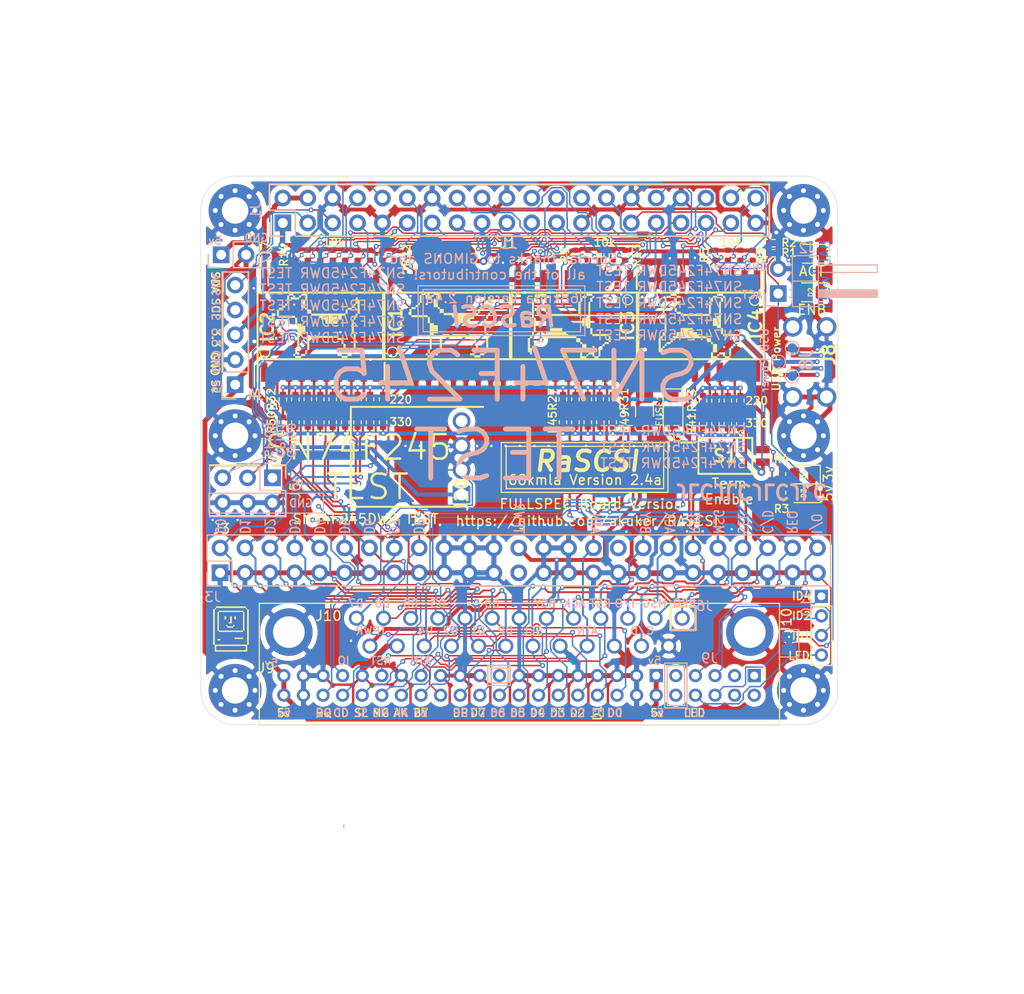
<source format=kicad_pcb>
(kicad_pcb (version 20171130) (host pcbnew "(5.1.12)-1")
  (layers (0 Top signal) (31 Bottom signal) (34 B.Paste user) (35 F.Paste user) (36 B.SilkS user hide) (37 F.SilkS user) (38 B.Mask user hide) (39 F.Mask user hide) (44 Edge.Cuts user hide))
  (net 0 "")
  (net 1 GND)
  (net 2 +3V3)
  (net 3 +5V)
  (net 4 C-REQ)
  (net 5 C-MSG)
  (net 6 C-BSY)
  (net 7 C-SEL)
  (net 8 C-RST)
  (net 9 C-ACK)
  (net 10 C-ATN)
  (net 11 C-DP)
  (net 12 C-D0)
  (net 13 C-D1)
  (net 14 C-D2)
  (net 15 C-D3)
  (net 16 C-D4)
  (net 17 C-D5)
  (net 18 C-D6)
  (net 19 C-D7)
  (net 20 C-I_O)
  (net 21 C-C_D)
  (net 22 TERMPOW)
  (net 23 PI-D7)
  (net 24 PI-D6)
  (net 25 PI-D5)
  (net 26 PI-D4)
  (net 27 PI-D3)
  (net 28 PI-D2)
  (net 29 PI-D1)
  (net 30 PI-D0)
  (net 31 PI-DP)
  (net 32 PI-BSY)
  (net 33 PI-MSG)
  (net 34 PI-C_D)
  (net 35 PI-REQ)
  (net 36 PI-I_O)
  (net 37 PI-ATN)
  (net 38 PI-ACK)
  (net 39 PI-RST)
  (net 40 PI-SEL)
  (net 41 "Net-(D2-Pad2)")
  (net 42 "Net-(D3-Pad2)")
  (net 43 "Net-(D4-Pad2)")
  (net 44 DBG_LED)
  (net 45 PI_SCL)
  (net 46 PI_SDA)
  (net 47 PI-ACT)
  (net 48 /TERM_GND)
  (net 49 /TERM_5v)
  (net 50 PI-IND)
  (net 51 PI-TAD)
  (net 52 PI-DTD)
  (net 53 "Net-(D5-Pad1)")
  (net 54 PI_GPIO1)
  (net 55 PI_GPIO0)
  (net 56 PI_GPIO9)
  (net 57 EXT-ACT-LED)
  (net 58 USB_Pin_4)
  (net 59 USB_Pin_3)
  (net 60 USB_Pin_2)
  (net 61 PB_LED_Pin)
  (net 62 PB_SCSIID_4)
  (net 63 PB_SCSIID_2)
  (net 64 PB_SCSIID_1)
  (net 65 "Net-(J3-Pad34)")
  (net 66 "Net-(J3-Pad25)")
  (net 67 "Net-(J9-Pad27)")
  (net 68 "Net-(J9-Pad10)")
  (net 69 "Net-(J9-Pad9)")
  (net 70 "Net-(J9-Pad4)")
  (net 71 "Net-(J9-Pad3)")
  (net 72 "Net-(J9-Pad2)")
  (net 73 "Net-(J9-Pad1)")
  (net 74 "Net-(J20-Pad4)")
  (module SamacSys_Parts:SHDRRA4W69P0X250_1X4_1000X1350X670P (layer Top) (at 201.11 75 90)
    (fp_text reference J20 (at 0 0 90) (layer F.SilkS) (effects (font (size 1.27 1.27) (thickness 0.254))))
    (fp_text value 171826-4 hide)
    (pad 4 thru_hole circle (at 7.5 0 90) (size 1.8 1.8) (drill 1.2) (layers *.Cu *.Mask) (net 74 "Net-(J20-Pad4)"))
    (pad 3 thru_hole circle (at 5 0 90) (size 1.8 1.8) (drill 1.2) (layers *.Cu *.Mask) (net 1 GND))
    (pad 2 thru_hole circle (at 2.5 0 90) (size 1.8 1.8) (drill 1.2) (layers *.Cu *.Mask) (net 1 GND))
    (pad 1 thru_hole rect (at 0 0 90) (size 1.8 1.8) (drill 1.2) (layers *.Cu *.Mask) (net 3 +5V))
  )
  (module Connector_PinHeader_2.54mm:PinHeader_2x03_P2.54mm_Vertical (layer Top) (at 181.81 73.3 270)
    (fp_text reference J5 (at 1.27 -2.33 90) (layer F.SilkS))
    (fp_text value DNP)
    (pad 6 thru_hole oval (at 2.54 5.08 270) (size 1.7 1.7) (drill 1) (layers *.Cu *.Mask) (net 1 GND))
    (pad 5 thru_hole oval (at 0 5.08 270) (size 1.7 1.7) (drill 1) (layers *.Cu *.Mask) (net 56 PI_GPIO9))
    (pad 4 thru_hole oval (at 2.54 2.54 270) (size 1.7 1.7) (drill 1) (layers *.Cu *.Mask) (net 1 GND))
    (pad 3 thru_hole oval (at 0 2.54 270) (size 1.7 1.7) (drill 1) (layers *.Cu *.Mask) (net 54 PI_GPIO1))
    (pad 2 thru_hole oval (at 2.54 0 270) (size 1.7 1.7) (drill 1) (layers *.Cu *.Mask) (net 1 GND))
    (pad 1 thru_hole rect (at 0 0 270) (size 1.7 1.7) (drill 1) (layers *.Cu *.Mask) (net 55 PI_GPIO0))
  )
  (module SamacSys_Parts:L717SDB25PA4CH4F (layer Bottom) (at 223.6216 87.63 180)
    (fp_text reference J6)
    (fp_text value "CONNFLY DB-25" hide)
    (pad MH2 thru_hole circle (at 40.14 -1.42 180) (size 4.845 4.845) (drill 3.23) (layers *.Cu *.Mask) (net 1 GND))
    (pad MH1 thru_hole circle (at -6.9 -1.42 180) (size 4.845 4.845) (drill 3.23) (layers *.Cu *.Mask) (net 1 GND))
    (pad 25 thru_hole circle (at 31.855 -2.84 180) (size 1.545 1.545) (drill 1.03) (layers *.Cu *.Mask) (net 22 TERMPOW))
    (pad 24 thru_hole circle (at 29.085 -2.84 180) (size 1.545 1.545) (drill 1.03) (layers *.Cu *.Mask) (net 1 GND))
    (pad 23 thru_hole circle (at 26.315 -2.84 180) (size 1.545 1.545) (drill 1.03) (layers *.Cu *.Mask) (net 16 C-D4))
    (pad 22 thru_hole circle (at 23.545 -2.84 180) (size 1.545 1.545) (drill 1.03) (layers *.Cu *.Mask) (net 14 C-D2))
    (pad 21 thru_hole circle (at 20.775 -2.84 180) (size 1.545 1.545) (drill 1.03) (layers *.Cu *.Mask) (net 13 C-D1))
    (pad 20 thru_hole circle (at 18.005 -2.84 180) (size 1.545 1.545) (drill 1.03) (layers *.Cu *.Mask) (net 11 C-DP))
    (pad 19 thru_hole circle (at 15.235 -2.84 180) (size 1.545 1.545) (drill 1.03) (layers *.Cu *.Mask) (net 7 C-SEL))
    (pad 18 thru_hole circle (at 12.465 -2.84 180) (size 1.545 1.545) (drill 1.03) (layers *.Cu *.Mask) (net 1 GND))
    (pad 17 thru_hole circle (at 9.695 -2.84 180) (size 1.545 1.545) (drill 1.03) (layers *.Cu *.Mask) (net 10 C-ATN))
    (pad 16 thru_hole circle (at 6.925 -2.84 180) (size 1.545 1.545) (drill 1.03) (layers *.Cu *.Mask) (net 1 GND))
    (pad 15 thru_hole circle (at 4.155 -2.84 180) (size 1.545 1.545) (drill 1.03) (layers *.Cu *.Mask) (net 21 C-C_D))
    (pad 14 thru_hole circle (at 1.385 -2.84 180) (size 1.545 1.545) (drill 1.03) (layers *.Cu *.Mask) (net 1 GND))
    (pad 13 thru_hole circle (at 33.24 0 180) (size 1.545 1.545) (drill 1.03) (layers *.Cu *.Mask) (net 19 C-D7))
    (pad 12 thru_hole circle (at 30.47 0 180) (size 1.545 1.545) (drill 1.03) (layers *.Cu *.Mask) (net 18 C-D6))
    (pad 11 thru_hole circle (at 27.7 0 180) (size 1.545 1.545) (drill 1.03) (layers *.Cu *.Mask) (net 17 C-D5))
    (pad 10 thru_hole circle (at 24.93 0 180) (size 1.545 1.545) (drill 1.03) (layers *.Cu *.Mask) (net 15 C-D3))
    (pad 9 thru_hole circle (at 22.16 0 180) (size 1.545 1.545) (drill 1.03) (layers *.Cu *.Mask) (net 1 GND))
    (pad 8 thru_hole circle (at 19.39 0 180) (size 1.545 1.545) (drill 1.03) (layers *.Cu *.Mask) (net 12 C-D0))
    (pad 7 thru_hole circle (at 16.62 0 180) (size 1.545 1.545) (drill 1.03) (layers *.Cu *.Mask) (net 1 GND))
    (pad 6 thru_hole circle (at 13.85 0 180) (size 1.545 1.545) (drill 1.03) (layers *.Cu *.Mask) (net 6 C-BSY))
    (pad 5 thru_hole circle (at 11.08 0 180) (size 1.545 1.545) (drill 1.03) (layers *.Cu *.Mask) (net 9 C-ACK))
    (pad 4 thru_hole circle (at 8.31 0 180) (size 1.545 1.545) (drill 1.03) (layers *.Cu *.Mask) (net 8 C-RST))
    (pad 3 thru_hole circle (at 5.54 0 180) (size 1.545 1.545) (drill 1.03) (layers *.Cu *.Mask) (net 20 C-I_O))
    (pad 2 thru_hole circle (at 2.77 0 180) (size 1.545 1.545) (drill 1.03) (layers *.Cu *.Mask) (net 5 C-MSG))
    (pad 1 thru_hole circle (at 0 0 180) (size 1.545 1.545) (drill 1.03) (layers *.Cu *.Mask) (net 4 C-REQ))
  )
  (module Connector_PinHeader_2.00mm:PinHeader_2x25_P2.00mm_Horizontal (layer Top) (at 230.972 93.488 270)
    (fp_text reference J9 hide)
    (fp_text value Conn_02x25_Odd_Even)
    (pad 50 thru_hole oval (at 2 48 270) (size 1.35 1.35) (drill 0.8) (layers *.Cu *.Mask) (net 3 +5V))
    (pad 49 thru_hole oval (at 0 48 270) (size 1.35 1.35) (drill 0.8) (layers *.Cu *.Mask) (net 3 +5V))
    (pad 48 thru_hole oval (at 2 46 270) (size 1.35 1.35) (drill 0.8) (layers *.Cu *.Mask) (net 1 GND))
    (pad 47 thru_hole oval (at 0 46 270) (size 1.35 1.35) (drill 0.8) (layers *.Cu *.Mask) (net 1 GND))
    (pad 46 thru_hole oval (at 2 44 270) (size 1.35 1.35) (drill 0.8) (layers *.Cu *.Mask) (net 4 C-REQ))
    (pad 45 thru_hole oval (at 0 44 270) (size 1.35 1.35) (drill 0.8) (layers *.Cu *.Mask) (net 1 GND))
    (pad 44 thru_hole oval (at 2 42 270) (size 1.35 1.35) (drill 0.8) (layers *.Cu *.Mask) (net 21 C-C_D))
    (pad 43 thru_hole oval (at 0 42 270) (size 1.35 1.35) (drill 0.8) (layers *.Cu *.Mask) (net 20 C-I_O))
    (pad 42 thru_hole oval (at 2 40 270) (size 1.35 1.35) (drill 0.8) (layers *.Cu *.Mask) (net 7 C-SEL))
    (pad 41 thru_hole oval (at 0 40 270) (size 1.35 1.35) (drill 0.8) (layers *.Cu *.Mask) (net 1 GND))
    (pad 40 thru_hole oval (at 2 38 270) (size 1.35 1.35) (drill 0.8) (layers *.Cu *.Mask) (net 5 C-MSG))
    (pad 39 thru_hole oval (at 0 38 270) (size 1.35 1.35) (drill 0.8) (layers *.Cu *.Mask) (net 8 C-RST))
    (pad 38 thru_hole oval (at 2 36 270) (size 1.35 1.35) (drill 0.8) (layers *.Cu *.Mask) (net 9 C-ACK))
    (pad 37 thru_hole oval (at 0 36 270) (size 1.35 1.35) (drill 0.8) (layers *.Cu *.Mask) (net 1 GND))
    (pad 36 thru_hole oval (at 2 34 270) (size 1.35 1.35) (drill 0.8) (layers *.Cu *.Mask) (net 6 C-BSY))
    (pad 35 thru_hole oval (at 0 34 270) (size 1.35 1.35) (drill 0.8) (layers *.Cu *.Mask) (net 10 C-ATN))
    (pad 34 thru_hole oval (at 2 32 270) (size 1.35 1.35) (drill 0.8) (layers *.Cu *.Mask) (net 22 TERMPOW))
    (pad 33 thru_hole oval (at 0 32 270) (size 1.35 1.35) (drill 0.8) (layers *.Cu *.Mask) (net 1 GND))
    (pad 32 thru_hole oval (at 2 30 270) (size 1.35 1.35) (drill 0.8) (layers *.Cu *.Mask) (net 11 C-DP))
    (pad 31 thru_hole oval (at 0 30 270) (size 1.35 1.35) (drill 0.8) (layers *.Cu *.Mask) (net 1 GND))
    (pad 30 thru_hole oval (at 2 28 270) (size 1.35 1.35) (drill 0.8) (layers *.Cu *.Mask) (net 19 C-D7))
    (pad 29 thru_hole oval (at 0 28 270) (size 1.35 1.35) (drill 0.8) (layers *.Cu *.Mask) (net 1 GND))
    (pad 28 thru_hole oval (at 2 26 270) (size 1.35 1.35) (drill 0.8) (layers *.Cu *.Mask) (net 18 C-D6))
    (pad 27 thru_hole oval (at 0 26 270) (size 1.35 1.35) (drill 0.8) (layers *.Cu *.Mask) (net 67 "Net-(J9-Pad27)"))
    (pad 26 thru_hole oval (at 2 24 270) (size 1.35 1.35) (drill 0.8) (layers *.Cu *.Mask) (net 17 C-D5))
    (pad 25 thru_hole oval (at 0 24 270) (size 1.35 1.35) (drill 0.8) (layers *.Cu *.Mask) (net 1 GND))
    (pad 24 thru_hole oval (at 2 22 270) (size 1.35 1.35) (drill 0.8) (layers *.Cu *.Mask) (net 16 C-D4))
    (pad 23 thru_hole oval (at 0 22 270) (size 1.35 1.35) (drill 0.8) (layers *.Cu *.Mask) (net 1 GND))
    (pad 22 thru_hole oval (at 2 20 270) (size 1.35 1.35) (drill 0.8) (layers *.Cu *.Mask) (net 15 C-D3))
    (pad 21 thru_hole oval (at 0 20 270) (size 1.35 1.35) (drill 0.8) (layers *.Cu *.Mask) (net 1 GND))
    (pad 20 thru_hole oval (at 2 18 270) (size 1.35 1.35) (drill 0.8) (layers *.Cu *.Mask) (net 14 C-D2))
    (pad 19 thru_hole oval (at 0 18 270) (size 1.35 1.35) (drill 0.8) (layers *.Cu *.Mask) (net 1 GND))
    (pad 18 thru_hole oval (at 2 16 270) (size 1.35 1.35) (drill 0.8) (layers *.Cu *.Mask) (net 13 C-D1))
    (pad 17 thru_hole oval (at 0 16 270) (size 1.35 1.35) (drill 0.8) (layers *.Cu *.Mask) (net 1 GND))
    (pad 16 thru_hole oval (at 2 14 270) (size 1.35 1.35) (drill 0.8) (layers *.Cu *.Mask) (net 12 C-D0))
    (pad 15 thru_hole oval (at 0 14 270) (size 1.35 1.35) (drill 0.8) (layers *.Cu *.Mask) (net 1 GND))
    (pad 14 thru_hole oval (at 2 12 270) (size 1.35 1.35) (drill 0.8) (layers *.Cu *.Mask) (net 1 GND))
    (pad 13 thru_hole oval (at 0 12 270) (size 1.35 1.35) (drill 0.8) (layers *.Cu *.Mask) (net 1 GND))
    (pad 12 thru_hole oval (at 2 10 270) (size 1.35 1.35) (drill 0.8) (layers *.Cu *.Mask) (net 3 +5V))
    (pad 11 thru_hole rect (at 0 10 270) (size 1.35 1.35) (drill 0.8) (layers *.Cu *.Mask) (net 3 +5V))
    (pad 10 thru_hole oval (at 2 8 270) (size 1.35 1.35) (drill 0.8) (layers *.Cu *.Mask) (net 68 "Net-(J9-Pad10)"))
    (pad 9 thru_hole oval (at 0 8 270) (size 1.35 1.35) (drill 0.8) (layers *.Cu *.Mask) (net 69 "Net-(J9-Pad9)"))
    (pad 8 thru_hole oval (at 2 6 270) (size 1.35 1.35) (drill 0.8) (layers *.Cu *.Mask) (net 61 PB_LED_Pin))
    (pad 7 thru_hole oval (at 0 6 270) (size 1.35 1.35) (drill 0.8) (layers *.Cu *.Mask) (net 62 PB_SCSIID_4))
    (pad 6 thru_hole oval (at 2 4 270) (size 1.35 1.35) (drill 0.8) (layers *.Cu *.Mask) (net 63 PB_SCSIID_2))
    (pad 5 thru_hole oval (at 0 4 270) (size 1.35 1.35) (drill 0.8) (layers *.Cu *.Mask) (net 64 PB_SCSIID_1))
    (pad 4 thru_hole oval (at 2 2 270) (size 1.35 1.35) (drill 0.8) (layers *.Cu *.Mask) (net 70 "Net-(J9-Pad4)"))
    (pad 3 thru_hole oval (at 0 2 270) (size 1.35 1.35) (drill 0.8) (layers *.Cu *.Mask) (net 71 "Net-(J9-Pad3)"))
    (pad 2 thru_hole oval (at 2 0 270) (size 1.35 1.35) (drill 0.8) (layers *.Cu *.Mask) (net 72 "Net-(J9-Pad2)"))
    (pad 1 thru_hole rect (at 0 0 270) (size 1.35 1.35) (drill 0.8) (layers *.Cu *.Mask) (net 73 "Net-(J9-Pad1)"))
  )
  (module Connector_PinHeader_2.00mm:PinHeader_1x04_P2.00mm_Vertical (layer Top) (at 237.83 85.392)
    (fp_text reference J10 hide)
    (fp_text value Conn_01x04_Male)
    (pad 4 thru_hole oval (at 0 6) (size 1.35 1.35) (drill 0.8) (layers *.Cu *.Mask) (net 61 PB_LED_Pin))
    (pad 3 thru_hole oval (at 0 4) (size 1.35 1.35) (drill 0.8) (layers *.Cu *.Mask) (net 64 PB_SCSIID_1))
    (pad 2 thru_hole oval (at 0 2) (size 1.35 1.35) (drill 0.8) (layers *.Cu *.Mask) (net 63 PB_SCSIID_2))
    (pad 1 thru_hole rect (at 0 0) (size 1.35 1.35) (drill 0.8) (layers *.Cu *.Mask) (net 62 PB_SCSIID_4))
  )
  (module Jumper:SolderJumper-2_P1.3mm_Bridged_Pad1.0x1.5mm (layer Bottom) (at 234.528 90.186 90)
    (fp_text reference JP1 hide)
    (fp_text value SolderJumper_2_Bridged)
    (fp_poly (pts (xy -0.25 0.3) (xy 0.25 0.3) (xy 0.25 -0.3) (xy -0.25 -0.3)) (layer Bottom) (width 0))
    (pad 2 smd rect (at 0.65 0 90) (size 1 1.5) (layers Bottom B.Mask) (net 57 EXT-ACT-LED))
    (pad 1 smd rect (at -0.65 0 90) (size 1 1.5) (layers Bottom B.Mask) (net 61 PB_LED_Pin))
  )
  (module Resistor_SMD:R_0402_1005Metric (layer Top) (at 233.807 72.898 270)
    (fp_text reference R4 (at -1.508 0.041 180) (layer F.SilkS) (effects (font (size 0.8 0.8))))
    (fp_text value 2k)
    (pad 2 smd roundrect (at 0.51 0 270) (size 0.54 0.64) (layers Top F.Paste F.Mask) (net 43 "Net-(D4-Pad2)"))
    (pad 1 smd roundrect (at -0.51 0 270) (size 0.54 0.64) (layers Top F.Paste F.Mask) (net 2 +3V3))
  )
  (module Resistor_SMD:R_0402_1005Metric (layer Top) (at 233.807 74.803 270)
    (fp_text reference R3 (at 1.667 0.041 180) (layer F.SilkS) (effects (font (size 0.8 0.8))))
    (fp_text value 5.1k)
    (pad 2 smd roundrect (at 0.51 0 270) (size 0.54 0.64) (layers Top F.Paste F.Mask) (net 42 "Net-(D3-Pad2)"))
    (pad 1 smd roundrect (at -0.51 0 270) (size 0.54 0.64) (layers Top F.Paste F.Mask) (net 3 +5V))
  )
  (module Resistor_SMD:R_0402_1005Metric (layer Top) (at 232.9585 49.3395)
    (fp_text reference R2 (at 1.5695 -0.0475) (layer F.SilkS) (effects (font (size 0.8 0.8))))
    (fp_text value 2k)
    (pad 2 smd roundrect (at 0.51 0) (size 0.54 0.64) (layers Top F.Paste F.Mask) (net 41 "Net-(D2-Pad2)"))
    (pad 1 smd roundrect (at -0.51 0) (size 0.54 0.64) (layers Top F.Paste F.Mask) (net 44 DBG_LED))
  )
  (module Resistor_SMD:R_0402_1005Metric (layer Top) (at 232.9585 50.3555)
    (fp_text reference R1 (at 1.5695 -0.0475) (layer F.SilkS) (effects (font (size 0.8 0.8))))
    (fp_text value 2k)
    (pad 2 smd roundrect (at 0.51 0) (size 0.54 0.64) (layers Top F.Paste F.Mask) (net 57 EXT-ACT-LED))
    (pad 1 smd roundrect (at -0.51 0) (size 0.54 0.64) (layers Top F.Paste F.Mask) (net 47 PI-ACT))
  )
  (module Resistor_SMD:R_0402_1005Metric (layer Top) (at 193.0975 67.6275 90)
    (fp_text reference R58 hide)
    (fp_text value 330)
    (pad 2 smd roundrect (at 0.51 0 90) (size 0.54 0.64) (layers Top F.Paste F.Mask) (net 11 C-DP))
    (pad 1 smd roundrect (at -0.51 0 90) (size 0.54 0.64) (layers Top F.Paste F.Mask) (net 48 /TERM_GND))
  )
  (module Resistor_SMD:R_0402_1005Metric (layer Top) (at 191.77 67.6275 90)
    (fp_text reference R57 hide)
    (fp_text value 330)
    (pad 2 smd roundrect (at 0.51 0 90) (size 0.54 0.64) (layers Top F.Paste F.Mask) (net 12 C-D0))
    (pad 1 smd roundrect (at -0.51 0 90) (size 0.54 0.64) (layers Top F.Paste F.Mask) (net 48 /TERM_GND))
  )
  (module Resistor_SMD:R_0402_1005Metric (layer Top) (at 190.5 67.6275 90)
    (fp_text reference R56 hide)
    (fp_text value 330)
    (pad 2 smd roundrect (at 0.51 0 90) (size 0.54 0.64) (layers Top F.Paste F.Mask) (net 13 C-D1))
    (pad 1 smd roundrect (at -0.51 0 90) (size 0.54 0.64) (layers Top F.Paste F.Mask) (net 48 /TERM_GND))
  )
  (module Resistor_SMD:R_0402_1005Metric (layer Top) (at 189.23 67.6275 90)
    (fp_text reference R55 hide)
    (fp_text value 330)
    (pad 2 smd roundrect (at 0.51 0 90) (size 0.54 0.64) (layers Top F.Paste F.Mask) (net 14 C-D2))
    (pad 1 smd roundrect (at -0.51 0 90) (size 0.54 0.64) (layers Top F.Paste F.Mask) (net 48 /TERM_GND))
  )
  (module Resistor_SMD:R_0402_1005Metric (layer Top) (at 187.96 67.6275 90)
    (fp_text reference R54 hide)
    (fp_text value 330)
    (pad 2 smd roundrect (at 0.51 0 90) (size 0.54 0.64) (layers Top F.Paste F.Mask) (net 15 C-D3))
    (pad 1 smd roundrect (at -0.51 0 90) (size 0.54 0.64) (layers Top F.Paste F.Mask) (net 48 /TERM_GND))
  )
  (module Resistor_SMD:R_0402_1005Metric (layer Top) (at 186.69 67.6275 90)
    (fp_text reference R53 hide)
    (fp_text value 330)
    (pad 2 smd roundrect (at 0.51 0 90) (size 0.54 0.64) (layers Top F.Paste F.Mask) (net 16 C-D4))
    (pad 1 smd roundrect (at -0.51 0 90) (size 0.54 0.64) (layers Top F.Paste F.Mask) (net 48 /TERM_GND))
  )
  (module Resistor_SMD:R_0402_1005Metric (layer Top) (at 185.42 67.6275 90)
    (fp_text reference R52 hide)
    (fp_text value 330)
    (pad 2 smd roundrect (at 0.51 0 90) (size 0.54 0.64) (layers Top F.Paste F.Mask) (net 17 C-D5))
    (pad 1 smd roundrect (at -0.51 0 90) (size 0.54 0.64) (layers Top F.Paste F.Mask) (net 48 /TERM_GND))
  )
  (module Resistor_SMD:R_0402_1005Metric (layer Top) (at 184.15 67.6275 90)
    (fp_text reference R51 hide)
    (fp_text value 330)
    (pad 2 smd roundrect (at 0.51 0 90) (size 0.54 0.64) (layers Top F.Paste F.Mask) (net 18 C-D6))
    (pad 1 smd roundrect (at -0.51 0 90) (size 0.54 0.64) (layers Top F.Paste F.Mask) (net 48 /TERM_GND))
  )
  (module Resistor_SMD:R_0402_1005Metric (layer Top) (at 182.88 67.6275 90)
    (fp_text reference R50 (at 0 -1.17 90) (layer F.SilkS) (effects (font (size 0.8 0.8))))
    (fp_text value 330)
    (pad 2 smd roundrect (at 0.51 0 90) (size 0.54 0.64) (layers Top F.Paste F.Mask) (net 19 C-D7))
    (pad 1 smd roundrect (at -0.51 0 90) (size 0.54 0.64) (layers Top F.Paste F.Mask) (net 48 /TERM_GND))
  )
  (module Resistor_SMD:R_0402_1005Metric (layer Top) (at 216.535 67.6275 90)
    (fp_text reference R49 (at 0.0475 1.229 90) (layer F.SilkS) (effects (font (size 0.8 0.8))))
    (fp_text value 330)
    (pad 2 smd roundrect (at 0.51 0 90) (size 0.54 0.64) (layers Top F.Paste F.Mask) (net 20 C-I_O))
    (pad 1 smd roundrect (at -0.51 0 90) (size 0.54 0.64) (layers Top F.Paste F.Mask) (net 48 /TERM_GND))
  )
  (module Resistor_SMD:R_0402_1005Metric (layer Top) (at 215.265 67.6275 90)
    (fp_text reference R48 hide)
    (fp_text value 330)
    (pad 2 smd roundrect (at 0.51 0 90) (size 0.54 0.64) (layers Top F.Paste F.Mask) (net 4 C-REQ))
    (pad 1 smd roundrect (at -0.51 0 90) (size 0.54 0.64) (layers Top F.Paste F.Mask) (net 48 /TERM_GND))
  )
  (module Resistor_SMD:R_0402_1005Metric (layer Top) (at 213.995 67.6275 90)
    (fp_text reference R47 hide)
    (fp_text value 330)
    (pad 2 smd roundrect (at 0.51 0 90) (size 0.54 0.64) (layers Top F.Paste F.Mask) (net 21 C-C_D))
    (pad 1 smd roundrect (at -0.51 0 90) (size 0.54 0.64) (layers Top F.Paste F.Mask) (net 48 /TERM_GND))
  )
  (module Resistor_SMD:R_0402_1005Metric (layer Top) (at 212.725 67.6275 90)
    (fp_text reference R46 hide)
    (fp_text value 330)
    (pad 2 smd roundrect (at 0.51 0 90) (size 0.54 0.64) (layers Top F.Paste F.Mask) (net 5 C-MSG))
    (pad 1 smd roundrect (at -0.51 0 90) (size 0.54 0.64) (layers Top F.Paste F.Mask) (net 48 /TERM_GND))
  )
  (module Resistor_SMD:R_0402_1005Metric (layer Top) (at 211.455 67.6275 90)
    (fp_text reference R45 (at 0 -1.057 90) (layer F.SilkS) (effects (font (size 0.8 0.8))))
    (fp_text value 330)
    (pad 2 smd roundrect (at 0.51 0 90) (size 0.54 0.64) (layers Top F.Paste F.Mask) (net 6 C-BSY))
    (pad 1 smd roundrect (at -0.51 0 90) (size 0.54 0.64) (layers Top F.Paste F.Mask) (net 48 /TERM_GND))
  )
  (module Resistor_SMD:R_0402_1005Metric (layer Top) (at 229.5525 67.802501 90)
    (fp_text reference R44 hide)
    (fp_text value 330)
    (pad 2 smd roundrect (at 0.51 0 90) (size 0.54 0.64) (layers Top F.Paste F.Mask) (net 7 C-SEL))
    (pad 1 smd roundrect (at -0.51 0 90) (size 0.54 0.64) (layers Top F.Paste F.Mask) (net 48 /TERM_GND))
  )
  (module Resistor_SMD:R_0402_1005Metric (layer Top) (at 228.2825 67.802501 90)
    (fp_text reference R43 hide)
    (fp_text value 330)
    (pad 2 smd roundrect (at 0.51 0 90) (size 0.54 0.64) (layers Top F.Paste F.Mask) (net 8 C-RST))
    (pad 1 smd roundrect (at -0.51 0 90) (size 0.54 0.64) (layers Top F.Paste F.Mask) (net 48 /TERM_GND))
  )
  (module Resistor_SMD:R_0402_1005Metric (layer Top) (at 227.0125 67.802501 90)
    (fp_text reference R42 hide)
    (fp_text value 330)
    (pad 2 smd roundrect (at 0.51 0 90) (size 0.54 0.64) (layers Top F.Paste F.Mask) (net 9 C-ACK))
    (pad 1 smd roundrect (at -0.51 0 90) (size 0.54 0.64) (layers Top F.Paste F.Mask) (net 48 /TERM_GND))
  )
  (module Resistor_SMD:R_0402_1005Metric (layer Top) (at 225.7425 67.802501 90)
    (fp_text reference R41 (at 0 -1.17 90) (layer F.SilkS) (effects (font (size 0.8 0.8))))
    (fp_text value 330)
    (pad 2 smd roundrect (at 0.51 0 90) (size 0.54 0.64) (layers Top F.Paste F.Mask) (net 10 C-ATN))
    (pad 1 smd roundrect (at -0.51 0 90) (size 0.54 0.64) (layers Top F.Paste F.Mask) (net 48 /TERM_GND))
  )
  (module Resistor_SMD:R_0402_1005Metric (layer Top) (at 193.0975 65.278 270)
    (fp_text reference R40 hide)
    (fp_text value 220)
    (pad 2 smd roundrect (at 0.51 0 270) (size 0.54 0.64) (layers Top F.Paste F.Mask) (net 11 C-DP))
    (pad 1 smd roundrect (at -0.51 0 270) (size 0.54 0.64) (layers Top F.Paste F.Mask) (net 49 /TERM_5v))
  )
  (module Resistor_SMD:R_0402_1005Metric (layer Top) (at 191.77 65.278 270)
    (fp_text reference R39 hide)
    (fp_text value 220)
    (pad 2 smd roundrect (at 0.51 0 270) (size 0.54 0.64) (layers Top F.Paste F.Mask) (net 12 C-D0))
    (pad 1 smd roundrect (at -0.51 0 270) (size 0.54 0.64) (layers Top F.Paste F.Mask) (net 49 /TERM_5v))
  )
  (module Resistor_SMD:R_0402_1005Metric (layer Top) (at 190.5 65.278 270)
    (fp_text reference R38 hide)
    (fp_text value 220)
    (pad 2 smd roundrect (at 0.51 0 270) (size 0.54 0.64) (layers Top F.Paste F.Mask) (net 13 C-D1))
    (pad 1 smd roundrect (at -0.51 0 270) (size 0.54 0.64) (layers Top F.Paste F.Mask) (net 49 /TERM_5v))
  )
  (module Resistor_SMD:R_0402_1005Metric (layer Top) (at 189.1665 65.278 270)
    (fp_text reference R37 hide)
    (fp_text value 220)
    (pad 2 smd roundrect (at 0.51 0 270) (size 0.54 0.64) (layers Top F.Paste F.Mask) (net 14 C-D2))
    (pad 1 smd roundrect (at -0.51 0 270) (size 0.54 0.64) (layers Top F.Paste F.Mask) (net 49 /TERM_5v))
  )
  (module Resistor_SMD:R_0402_1005Metric (layer Top) (at 187.96 65.278 270)
    (fp_text reference R36 hide)
    (fp_text value 220)
    (pad 2 smd roundrect (at 0.51 0 270) (size 0.54 0.64) (layers Top F.Paste F.Mask) (net 15 C-D3))
    (pad 1 smd roundrect (at -0.51 0 270) (size 0.54 0.64) (layers Top F.Paste F.Mask) (net 49 /TERM_5v))
  )
  (module Resistor_SMD:R_0402_1005Metric (layer Top) (at 186.69 65.278 270)
    (fp_text reference R35 hide)
    (fp_text value 220)
    (pad 2 smd roundrect (at 0.51 0 270) (size 0.54 0.64) (layers Top F.Paste F.Mask) (net 16 C-D4))
    (pad 1 smd roundrect (at -0.51 0 270) (size 0.54 0.64) (layers Top F.Paste F.Mask) (net 49 /TERM_5v))
  )
  (module Resistor_SMD:R_0402_1005Metric (layer Top) (at 185.42 65.278 270)
    (fp_text reference R34 hide)
    (fp_text value 220)
    (pad 2 smd roundrect (at 0.51 0 270) (size 0.54 0.64) (layers Top F.Paste F.Mask) (net 17 C-D5))
    (pad 1 smd roundrect (at -0.51 0 270) (size 0.54 0.64) (layers Top F.Paste F.Mask) (net 49 /TERM_5v))
  )
  (module Resistor_SMD:R_0402_1005Metric (layer Top) (at 184.15 65.278 270)
    (fp_text reference R33 hide)
    (fp_text value 220)
    (pad 2 smd roundrect (at 0.51 0 270) (size 0.54 0.64) (layers Top F.Paste F.Mask) (net 18 C-D6))
    (pad 1 smd roundrect (at -0.51 0 270) (size 0.54 0.64) (layers Top F.Paste F.Mask) (net 49 /TERM_5v))
  )
  (module Resistor_SMD:R_0402_1005Metric (layer Top) (at 182.88 65.278 270)
    (fp_text reference R32 (at 0 1.184 90) (layer F.SilkS) (effects (font (size 0.8 0.8))))
    (fp_text value 220)
    (pad 2 smd roundrect (at 0.51 0 270) (size 0.54 0.64) (layers Top F.Paste F.Mask) (net 19 C-D7))
    (pad 1 smd roundrect (at -0.51 0 270) (size 0.54 0.64) (layers Top F.Paste F.Mask) (net 49 /TERM_5v))
  )
  (module Resistor_SMD:R_0402_1005Metric (layer Top) (at 216.535 65.278 270)
    (fp_text reference R31 (at 0 -1.17 90) (layer F.SilkS) (effects (font (size 0.8 0.8))))
    (fp_text value 220)
    (pad 2 smd roundrect (at 0.51 0 270) (size 0.54 0.64) (layers Top F.Paste F.Mask) (net 20 C-I_O))
    (pad 1 smd roundrect (at -0.51 0 270) (size 0.54 0.64) (layers Top F.Paste F.Mask) (net 49 /TERM_5v))
  )
  (module Resistor_SMD:R_0402_1005Metric (layer Top) (at 215.2015 65.278 270)
    (fp_text reference R30 hide)
    (fp_text value 220)
    (pad 2 smd roundrect (at 0.51 0 270) (size 0.54 0.64) (layers Top F.Paste F.Mask) (net 4 C-REQ))
    (pad 1 smd roundrect (at -0.51 0 270) (size 0.54 0.64) (layers Top F.Paste F.Mask) (net 49 /TERM_5v))
  )
  (module Resistor_SMD:R_0402_1005Metric (layer Top) (at 213.995 65.278 270)
    (fp_text reference R29 hide)
    (fp_text value 220)
    (pad 2 smd roundrect (at 0.51 0 270) (size 0.54 0.64) (layers Top F.Paste F.Mask) (net 21 C-C_D))
    (pad 1 smd roundrect (at -0.51 0 270) (size 0.54 0.64) (layers Top F.Paste F.Mask) (net 49 /TERM_5v))
  )
  (module Resistor_SMD:R_0402_1005Metric (layer Top) (at 212.725 65.278 270)
    (fp_text reference R28 hide)
    (fp_text value 220)
    (pad 2 smd roundrect (at 0.51 0 270) (size 0.54 0.64) (layers Top F.Paste F.Mask) (net 5 C-MSG))
    (pad 1 smd roundrect (at -0.51 0 270) (size 0.54 0.64) (layers Top F.Paste F.Mask) (net 49 /TERM_5v))
  )
  (module Resistor_SMD:R_0402_1005Metric (layer Top) (at 211.455 65.278 270)
    (fp_text reference R27 (at 0 1.057 90) (layer F.SilkS) (effects (font (size 0.8 0.8))))
    (fp_text value 220)
    (pad 2 smd roundrect (at 0.51 0 270) (size 0.54 0.64) (layers Top F.Paste F.Mask) (net 6 C-BSY))
    (pad 1 smd roundrect (at -0.51 0 270) (size 0.54 0.64) (layers Top F.Paste F.Mask) (net 49 /TERM_5v))
  )
  (module Resistor_SMD:R_0402_1005Metric (layer Top) (at 229.5525 65.405 270)
    (fp_text reference R26 hide)
    (fp_text value 220)
    (pad 2 smd roundrect (at 0.51 0 270) (size 0.54 0.64) (layers Top F.Paste F.Mask) (net 7 C-SEL))
    (pad 1 smd roundrect (at -0.51 0 270) (size 0.54 0.64) (layers Top F.Paste F.Mask) (net 49 /TERM_5v))
  )
  (module Resistor_SMD:R_0402_1005Metric (layer Top) (at 228.2825 65.405 270)
    (fp_text reference R25 hide)
    (fp_text value 220)
    (pad 2 smd roundrect (at 0.51 0 270) (size 0.54 0.64) (layers Top F.Paste F.Mask) (net 8 C-RST))
    (pad 1 smd roundrect (at -0.51 0 270) (size 0.54 0.64) (layers Top F.Paste F.Mask) (net 49 /TERM_5v))
  )
  (module Resistor_SMD:R_0402_1005Metric (layer Top) (at 227.0125 65.405 270)
    (fp_text reference R24 hide)
    (fp_text value 220)
    (pad 2 smd roundrect (at 0.51 0 270) (size 0.54 0.64) (layers Top F.Paste F.Mask) (net 9 C-ACK))
    (pad 1 smd roundrect (at -0.51 0 270) (size 0.54 0.64) (layers Top F.Paste F.Mask) (net 49 /TERM_5v))
  )
  (module Resistor_SMD:R_0402_1005Metric (layer Top) (at 225.7425 65.405 270)
    (fp_text reference R23 (at 0 1.1205 90) (layer F.SilkS) (effects (font (size 0.8 0.8))))
    (fp_text value 220)
    (pad 2 smd roundrect (at 0.51 0 270) (size 0.54 0.64) (layers Top F.Paste F.Mask) (net 10 C-ATN))
    (pad 1 smd roundrect (at -0.51 0 270) (size 0.54 0.64) (layers Top F.Paste F.Mask) (net 49 /TERM_5v))
  )
  (module Resistor_SMD:R_0402_1005Metric (layer Top) (at 194.31 50.569 270)
    (fp_text reference R22 (at 0 -1.17 90) (layer F.SilkS) (effects (font (size 0.8 0.8))))
    (fp_text value 10k)
    (pad 2 smd roundrect (at 0.51 0 270) (size 0.54 0.64) (layers Top F.Paste F.Mask) (net 31 PI-DP))
    (pad 1 smd roundrect (at -0.51 0 270) (size 0.54 0.64) (layers Top F.Paste F.Mask) (net 2 +3V3))
  )
  (module Resistor_SMD:R_0402_1005Metric (layer Top) (at 193.04 50.569 270)
    (fp_text reference R21 hide)
    (fp_text value 10k)
    (pad 2 smd roundrect (at 0.51 0 270) (size 0.54 0.64) (layers Top F.Paste F.Mask) (net 30 PI-D0))
    (pad 1 smd roundrect (at -0.51 0 270) (size 0.54 0.64) (layers Top F.Paste F.Mask) (net 2 +3V3))
  )
  (module Resistor_SMD:R_0402_1005Metric (layer Top) (at 191.77 50.569 270)
    (fp_text reference R20 hide)
    (fp_text value 10k)
    (pad 2 smd roundrect (at 0.51 0 270) (size 0.54 0.64) (layers Top F.Paste F.Mask) (net 29 PI-D1))
    (pad 1 smd roundrect (at -0.51 0 270) (size 0.54 0.64) (layers Top F.Paste F.Mask) (net 2 +3V3))
  )
  (module Resistor_SMD:R_0402_1005Metric (layer Top) (at 190.5 50.569 270)
    (fp_text reference R19 hide)
    (fp_text value 10k)
    (pad 2 smd roundrect (at 0.51 0 270) (size 0.54 0.64) (layers Top F.Paste F.Mask) (net 28 PI-D2))
    (pad 1 smd roundrect (at -0.51 0 270) (size 0.54 0.64) (layers Top F.Paste F.Mask) (net 2 +3V3))
  )
  (module Resistor_SMD:R_0402_1005Metric (layer Top) (at 189.23 50.569 270)
    (fp_text reference R18 hide)
    (fp_text value 10k)
    (pad 2 smd roundrect (at 0.51 0 270) (size 0.54 0.64) (layers Top F.Paste F.Mask) (net 27 PI-D3))
    (pad 1 smd roundrect (at -0.51 0 270) (size 0.54 0.64) (layers Top F.Paste F.Mask) (net 2 +3V3))
  )
  (module Resistor_SMD:R_0402_1005Metric (layer Top) (at 187.96 50.569 270)
    (fp_text reference R17 hide)
    (fp_text value 10k)
    (pad 2 smd roundrect (at 0.51 0 270) (size 0.54 0.64) (layers Top F.Paste F.Mask) (net 26 PI-D4))
    (pad 1 smd roundrect (at -0.51 0 270) (size 0.54 0.64) (layers Top F.Paste F.Mask) (net 2 +3V3))
  )
  (module Resistor_SMD:R_0402_1005Metric (layer Top) (at 186.69 50.569 270)
    (fp_text reference R16 hide)
    (fp_text value 10k)
    (pad 2 smd roundrect (at 0.51 0 270) (size 0.54 0.64) (layers Top F.Paste F.Mask) (net 25 PI-D5))
    (pad 1 smd roundrect (at -0.51 0 270) (size 0.54 0.64) (layers Top F.Paste F.Mask) (net 2 +3V3))
  )
  (module Resistor_SMD:R_0402_1005Metric (layer Top) (at 185.42 50.569 270)
    (fp_text reference R15 hide)
    (fp_text value 10k)
    (pad 2 smd roundrect (at 0.51 0 270) (size 0.54 0.64) (layers Top F.Paste F.Mask) (net 24 PI-D6))
    (pad 1 smd roundrect (at -0.51 0 270) (size 0.54 0.64) (layers Top F.Paste F.Mask) (net 2 +3V3))
  )
  (module Resistor_SMD:R_0402_1005Metric (layer Top) (at 184.15 50.569 270)
    (fp_text reference R14 (at -0.007 1.184 90) (layer F.SilkS) (effects (font (size 0.8 0.8))))
    (fp_text value 10k)
    (pad 2 smd roundrect (at 0.51 0 270) (size 0.54 0.64) (layers Top F.Paste F.Mask) (net 23 PI-D7))
    (pad 1 smd roundrect (at -0.51 0 270) (size 0.54 0.64) (layers Top F.Paste F.Mask) (net 2 +3V3))
  )
  (module Resistor_SMD:R_0402_1005Metric (layer Top) (at 217.805 50.569 270)
    (fp_text reference R13 (at 0 -1.17 90) (layer F.SilkS) (effects (font (size 0.8 0.8))))
    (fp_text value 10k)
    (pad 2 smd roundrect (at 0.51 0 270) (size 0.54 0.64) (layers Top F.Paste F.Mask) (net 36 PI-I_O))
    (pad 1 smd roundrect (at -0.51 0 270) (size 0.54 0.64) (layers Top F.Paste F.Mask) (net 2 +3V3))
  )
  (module Resistor_SMD:R_0402_1005Metric (layer Top) (at 216.535 50.569 270)
    (fp_text reference R12 hide)
    (fp_text value 10k)
    (pad 2 smd roundrect (at 0.51 0 270) (size 0.54 0.64) (layers Top F.Paste F.Mask) (net 35 PI-REQ))
    (pad 1 smd roundrect (at -0.51 0 270) (size 0.54 0.64) (layers Top F.Paste F.Mask) (net 2 +3V3))
  )
  (module Resistor_SMD:R_0402_1005Metric (layer Top) (at 215.265 50.569 270)
    (fp_text reference R11 hide)
    (fp_text value 10k)
    (pad 2 smd roundrect (at 0.51 0 270) (size 0.54 0.64) (layers Top F.Paste F.Mask) (net 34 PI-C_D))
    (pad 1 smd roundrect (at -0.51 0 270) (size 0.54 0.64) (layers Top F.Paste F.Mask) (net 2 +3V3))
  )
  (module Resistor_SMD:R_0402_1005Metric (layer Top) (at 213.995 50.569 270)
    (fp_text reference R10 hide)
    (fp_text value 10k)
    (pad 2 smd roundrect (at 0.51 0 270) (size 0.54 0.64) (layers Top F.Paste F.Mask) (net 33 PI-MSG))
    (pad 1 smd roundrect (at -0.51 0 270) (size 0.54 0.64) (layers Top F.Paste F.Mask) (net 2 +3V3))
  )
  (module Resistor_SMD:R_0402_1005Metric (layer Top) (at 212.725 50.569 270)
    (fp_text reference R9 (at -0.007 1.057 90) (layer F.SilkS) (effects (font (size 0.8 0.8))))
    (fp_text value 10k)
    (pad 2 smd roundrect (at 0.51 0 270) (size 0.54 0.64) (layers Top F.Paste F.Mask) (net 32 PI-BSY))
    (pad 1 smd roundrect (at -0.51 0 270) (size 0.54 0.64) (layers Top F.Paste F.Mask) (net 2 +3V3))
  )
  (module Resistor_SMD:R_0402_1005Metric (layer Top) (at 230.8225 50.569 270)
    (fp_text reference R8 (at -0.007 -0.9115 270) (layer F.SilkS) (effects (font (size 0.8 0.8))))
    (fp_text value 10k)
    (pad 2 smd roundrect (at 0.51 0 270) (size 0.54 0.64) (layers Top F.Paste F.Mask) (net 40 PI-SEL))
    (pad 1 smd roundrect (at -0.51 0 270) (size 0.54 0.64) (layers Top F.Paste F.Mask) (net 2 +3V3))
  )
  (module Resistor_SMD:R_0402_1005Metric (layer Top) (at 229.5525 50.569 270)
    (fp_text reference R7 hide)
    (fp_text value 10k)
    (pad 2 smd roundrect (at 0.51 0 270) (size 0.54 0.64) (layers Top F.Paste F.Mask) (net 39 PI-RST))
    (pad 1 smd roundrect (at -0.51 0 270) (size 0.54 0.64) (layers Top F.Paste F.Mask) (net 2 +3V3))
  )
  (module Resistor_SMD:R_0402_1005Metric (layer Top) (at 228.2825 50.569 270)
    (fp_text reference R6 hide)
    (fp_text value 10k)
    (pad 2 smd roundrect (at 0.51 0 270) (size 0.54 0.64) (layers Top F.Paste F.Mask) (net 38 PI-ACK))
    (pad 1 smd roundrect (at -0.51 0 270) (size 0.54 0.64) (layers Top F.Paste F.Mask) (net 2 +3V3))
  )
  (module Resistor_SMD:R_0402_1005Metric (layer Top) (at 227.0125 50.569 270)
    (fp_text reference R5 (at -0.007 1.1205 90) (layer F.SilkS) (effects (font (size 0.8 0.8))))
    (fp_text value 10k)
    (pad 2 smd roundrect (at 0.51 0 270) (size 0.54 0.64) (layers Top F.Paste F.Mask) (net 37 PI-ATN))
    (pad 1 smd roundrect (at -0.51 0 270) (size 0.54 0.64) (layers Top F.Paste F.Mask) (net 2 +3V3))
  )
  (module Connector_PinHeader_2.54mm:PinHeader_2x25_P2.54mm_Vertical (layer Top) (at 176.4665 82.9945 90)
    (fp_text reference J3 (at 4.4925 0.1495 180) (layer F.SilkS))
    (fp_text value Conn_02x25_Odd_Even)
    (pad 50 thru_hole oval (at 2.54 60.96 90) (size 1.7 1.7) (drill 1) (layers *.Cu *.Mask) (net 20 C-I_O))
    (pad 49 thru_hole oval (at 0 60.96 90) (size 1.7 1.7) (drill 1) (layers *.Cu *.Mask) (net 1 GND))
    (pad 48 thru_hole oval (at 2.54 58.42 90) (size 1.7 1.7) (drill 1) (layers *.Cu *.Mask) (net 4 C-REQ))
    (pad 47 thru_hole oval (at 0 58.42 90) (size 1.7 1.7) (drill 1) (layers *.Cu *.Mask) (net 1 GND))
    (pad 46 thru_hole oval (at 2.54 55.88 90) (size 1.7 1.7) (drill 1) (layers *.Cu *.Mask) (net 21 C-C_D))
    (pad 45 thru_hole oval (at 0 55.88 90) (size 1.7 1.7) (drill 1) (layers *.Cu *.Mask) (net 1 GND))
    (pad 44 thru_hole oval (at 2.54 53.34 90) (size 1.7 1.7) (drill 1) (layers *.Cu *.Mask) (net 7 C-SEL))
    (pad 43 thru_hole oval (at 0 53.34 90) (size 1.7 1.7) (drill 1) (layers *.Cu *.Mask) (net 1 GND))
    (pad 42 thru_hole oval (at 2.54 50.8 90) (size 1.7 1.7) (drill 1) (layers *.Cu *.Mask) (net 5 C-MSG))
    (pad 41 thru_hole oval (at 0 50.8 90) (size 1.7 1.7) (drill 1) (layers *.Cu *.Mask) (net 1 GND))
    (pad 40 thru_hole oval (at 2.54 48.26 90) (size 1.7 1.7) (drill 1) (layers *.Cu *.Mask) (net 8 C-RST))
    (pad 39 thru_hole oval (at 0 48.26 90) (size 1.7 1.7) (drill 1) (layers *.Cu *.Mask) (net 1 GND))
    (pad 38 thru_hole oval (at 2.54 45.72 90) (size 1.7 1.7) (drill 1) (layers *.Cu *.Mask) (net 9 C-ACK))
    (pad 37 thru_hole oval (at 0 45.72 90) (size 1.7 1.7) (drill 1) (layers *.Cu *.Mask) (net 1 GND))
    (pad 36 thru_hole oval (at 2.54 43.18 90) (size 1.7 1.7) (drill 1) (layers *.Cu *.Mask) (net 6 C-BSY))
    (pad 35 thru_hole oval (at 0 43.18 90) (size 1.7 1.7) (drill 1) (layers *.Cu *.Mask) (net 1 GND))
    (pad 34 thru_hole oval (at 2.54 40.64 90) (size 1.7 1.7) (drill 1) (layers *.Cu *.Mask) (net 65 "Net-(J3-Pad34)"))
    (pad 33 thru_hole oval (at 0 40.64 90) (size 1.7 1.7) (drill 1) (layers *.Cu *.Mask) (net 1 GND))
    (pad 32 thru_hole oval (at 2.54 38.1 90) (size 1.7 1.7) (drill 1) (layers *.Cu *.Mask) (net 10 C-ATN))
    (pad 31 thru_hole oval (at 0 38.1 90) (size 1.7 1.7) (drill 1) (layers *.Cu *.Mask) (net 1 GND))
    (pad 30 thru_hole oval (at 2.54 35.56 90) (size 1.7 1.7) (drill 1) (layers *.Cu *.Mask) (net 1 GND))
    (pad 29 thru_hole oval (at 0 35.56 90) (size 1.7 1.7) (drill 1) (layers *.Cu *.Mask) (net 1 GND))
    (pad 28 thru_hole oval (at 2.54 33.02 90) (size 1.7 1.7) (drill 1) (layers *.Cu *.Mask) (net 1 GND))
    (pad 27 thru_hole oval (at 0 33.02 90) (size 1.7 1.7) (drill 1) (layers *.Cu *.Mask) (net 1 GND))
    (pad 26 thru_hole oval (at 2.54 30.48 90) (size 1.7 1.7) (drill 1) (layers *.Cu *.Mask) (net 22 TERMPOW))
    (pad 25 thru_hole oval (at 0 30.48 90) (size 1.7 1.7) (drill 1) (layers *.Cu *.Mask) (net 66 "Net-(J3-Pad25)"))
    (pad 24 thru_hole oval (at 2.54 27.94 90) (size 1.7 1.7) (drill 1) (layers *.Cu *.Mask) (net 1 GND))
    (pad 23 thru_hole oval (at 0 27.94 90) (size 1.7 1.7) (drill 1) (layers *.Cu *.Mask) (net 1 GND))
    (pad 22 thru_hole oval (at 2.54 25.4 90) (size 1.7 1.7) (drill 1) (layers *.Cu *.Mask) (net 1 GND))
    (pad 21 thru_hole oval (at 0 25.4 90) (size 1.7 1.7) (drill 1) (layers *.Cu *.Mask) (net 1 GND))
    (pad 20 thru_hole oval (at 2.54 22.86 90) (size 1.7 1.7) (drill 1) (layers *.Cu *.Mask) (net 1 GND))
    (pad 19 thru_hole oval (at 0 22.86 90) (size 1.7 1.7) (drill 1) (layers *.Cu *.Mask) (net 1 GND))
    (pad 18 thru_hole oval (at 2.54 20.32 90) (size 1.7 1.7) (drill 1) (layers *.Cu *.Mask) (net 11 C-DP))
    (pad 17 thru_hole oval (at 0 20.32 90) (size 1.7 1.7) (drill 1) (layers *.Cu *.Mask) (net 1 GND))
    (pad 16 thru_hole oval (at 2.54 17.78 90) (size 1.7 1.7) (drill 1) (layers *.Cu *.Mask) (net 19 C-D7))
    (pad 15 thru_hole oval (at 0 17.78 90) (size 1.7 1.7) (drill 1) (layers *.Cu *.Mask) (net 1 GND))
    (pad 14 thru_hole oval (at 2.54 15.24 90) (size 1.7 1.7) (drill 1) (layers *.Cu *.Mask) (net 18 C-D6))
    (pad 13 thru_hole oval (at 0 15.24 90) (size 1.7 1.7) (drill 1) (layers *.Cu *.Mask) (net 1 GND))
    (pad 12 thru_hole oval (at 2.54 12.7 90) (size 1.7 1.7) (drill 1) (layers *.Cu *.Mask) (net 17 C-D5))
    (pad 11 thru_hole oval (at 0 12.7 90) (size 1.7 1.7) (drill 1) (layers *.Cu *.Mask) (net 1 GND))
    (pad 10 thru_hole oval (at 2.54 10.16 90) (size 1.7 1.7) (drill 1) (layers *.Cu *.Mask) (net 16 C-D4))
    (pad 9 thru_hole oval (at 0 10.16 90) (size 1.7 1.7) (drill 1) (layers *.Cu *.Mask) (net 1 GND))
    (pad 8 thru_hole oval (at 2.54 7.62 90) (size 1.7 1.7) (drill 1) (layers *.Cu *.Mask) (net 15 C-D3))
    (pad 7 thru_hole oval (at 0 7.62 90) (size 1.7 1.7) (drill 1) (layers *.Cu *.Mask) (net 1 GND))
    (pad 6 thru_hole oval (at 2.54 5.08 90) (size 1.7 1.7) (drill 1) (layers *.Cu *.Mask) (net 14 C-D2))
    (pad 5 thru_hole oval (at 0 5.08 90) (size 1.7 1.7) (drill 1) (layers *.Cu *.Mask) (net 1 GND))
    (pad 4 thru_hole oval (at 2.54 2.54 90) (size 1.7 1.7) (drill 1) (layers *.Cu *.Mask) (net 13 C-D1))
    (pad 3 thru_hole oval (at 0 2.54 90) (size 1.7 1.7) (drill 1) (layers *.Cu *.Mask) (net 1 GND))
    (pad 2 thru_hole oval (at 2.54 0 90) (size 1.7 1.7) (drill 1) (layers *.Cu *.Mask) (net 12 C-D0))
    (pad 1 thru_hole rect (at 0 0 90) (size 1.7 1.7) (drill 1) (layers *.Cu *.Mask) (net 1 GND))
  )
  (module SamacSys_Parts:SOIC127P1030X265-20N (layer Top) (at 212.598 57.785 270)
    (fp_text reference IC3 (at -0.015 -5.462 90) (layer F.SilkS) (effects (font (size 1.27 1.27) (thickness 0.254))))
    (fp_text value SN74F245DWR hide)
    (pad 20 smd rect (at 4.725 -5.715) (size 0.65 1.95) (layers Top F.Paste F.Mask) (net 3 +5V))
    (pad 19 smd rect (at 4.725 -4.445) (size 0.65 1.95) (layers Top F.Paste F.Mask) (net 1 GND))
    (pad 18 smd rect (at 4.725 -3.175) (size 0.65 1.95) (layers Top F.Paste F.Mask) (net 20 C-I_O))
    (pad 17 smd rect (at 4.725 -1.905) (size 0.65 1.95) (layers Top F.Paste F.Mask) (net 4 C-REQ))
    (pad 16 smd rect (at 4.725 -0.635) (size 0.65 1.95) (layers Top F.Paste F.Mask) (net 21 C-C_D))
    (pad 15 smd rect (at 4.725 0.635) (size 0.65 1.95) (layers Top F.Paste F.Mask) (net 5 C-MSG))
    (pad 14 smd rect (at 4.725 1.905) (size 0.65 1.95) (layers Top F.Paste F.Mask) (net 6 C-BSY))
    (pad 13 smd rect (at 4.725 3.175) (size 0.65 1.95) (layers Top F.Paste F.Mask) (net 1 GND))
    (pad 12 smd rect (at 4.725 4.445) (size 0.65 1.95) (layers Top F.Paste F.Mask) (net 1 GND))
    (pad 11 smd rect (at 4.725 5.715) (size 0.65 1.95) (layers Top F.Paste F.Mask) (net 1 GND))
    (pad 10 smd rect (at -4.725 5.715) (size 0.65 1.95) (layers Top F.Paste F.Mask) (net 1 GND))
    (pad 9 smd rect (at -4.725 4.445) (size 0.65 1.95) (layers Top F.Paste F.Mask) (net 1 GND))
    (pad 8 smd rect (at -4.725 3.175) (size 0.65 1.95) (layers Top F.Paste F.Mask) (net 1 GND))
    (pad 7 smd rect (at -4.725 1.905) (size 0.65 1.95) (layers Top F.Paste F.Mask) (net 1 GND))
    (pad 6 smd rect (at -4.725 0.635) (size 0.65 1.95) (layers Top F.Paste F.Mask) (net 32 PI-BSY))
    (pad 5 smd rect (at -4.725 -0.635) (size 0.65 1.95) (layers Top F.Paste F.Mask) (net 33 PI-MSG))
    (pad 4 smd rect (at -4.725 -1.905) (size 0.65 1.95) (layers Top F.Paste F.Mask) (net 34 PI-C_D))
    (pad 3 smd rect (at -4.725 -3.175) (size 0.65 1.95) (layers Top F.Paste F.Mask) (net 35 PI-REQ))
    (pad 2 smd rect (at -4.725 -4.445) (size 0.65 1.95) (layers Top F.Paste F.Mask) (net 36 PI-I_O))
    (pad 1 smd rect (at -4.725 -5.715) (size 0.65 1.95) (layers Top F.Paste F.Mask) (net 51 PI-TAD))
  )
  (module TestPoint:TestPoint_Pad_D1.0mm (layer Bottom) (at 234.85 60.05 90)
    (fp_text reference TP1 hide)
    (fp_text value TestPoint)
    (pad 1 smd circle (at 0 0 90) (size 1 1) (layers Bottom B.Mask) (net 58 USB_Pin_4))
  )
  (module TestPoint:TestPoint_Pad_D1.0mm (layer Bottom) (at 233.46 61.46 90)
    (fp_text reference TP2 hide)
    (fp_text value TestPoint hide)
    (pad 1 smd circle (at 0 0 90) (size 1 1) (layers Bottom B.Mask) (net 59 USB_Pin_3))
  )
  (module TestPoint:TestPoint_Pad_D1.0mm (layer Bottom) (at 234.85 62.91 90)
    (fp_text reference TP3 hide)
    (fp_text value TestPoint)
    (pad 1 smd circle (at 0 0 90) (size 1 1) (layers Bottom B.Mask) (net 60 USB_Pin_2))
  )
  (module SamacSys_Parts:U254051N4BH806 (layer Top) (at 237.39 61.46 90)
    (fp_text reference J8 (at 0.738 1.202 90) (layer F.SilkS) (effects (font (size 1.27 1.27) (thickness 0.254))))
    (fp_text value USB_B_Micro hide)
    (pad MH6 np_thru_hole circle (at 2 -1.165 90) (size 0.65 0) (drill 0.65) (layers *.Cu *.Mask))
    (pad MH5 np_thru_hole circle (at -2 -1.165 90) (size 0.65 0) (drill 0.65) (layers *.Cu *.Mask))
    (pad MH4 thru_hole circle (at -3.575 -2.485 90) (size 2 2) (drill 1.3285) (layers *.Cu *.Mask) (net 1 GND))
    (pad MH3 thru_hole circle (at 3.575 -2.485 90) (size 2 2) (drill 1.3285) (layers *.Cu *.Mask) (net 1 GND))
    (pad MH2 thru_hole circle (at 3.575 0.965 90) (size 2 2) (drill 1.3285) (layers *.Cu *.Mask) (net 1 GND))
    (pad MH1 thru_hole circle (at -3.575 0.965 90) (size 2 2) (drill 1.3285) (layers *.Cu *.Mask) (net 1 GND))
    (pad 5 smd rect (at 1.3 -1.985 90) (size 0.4 1.4) (layers Top F.Paste F.Mask) (net 1 GND))
    (pad 4 smd rect (at 0.65 -1.985 90) (size 0.4 1.4) (layers Top F.Paste F.Mask) (net 58 USB_Pin_4))
    (pad 3 smd rect (at 0 -1.985 90) (size 0.4 1.4) (layers Top F.Paste F.Mask) (net 59 USB_Pin_3))
    (pad 2 smd rect (at -0.65 -1.985 90) (size 0.4 1.4) (layers Top F.Paste F.Mask) (net 60 USB_Pin_2))
    (pad 1 smd rect (at -1.3 -1.985 90) (size 0.4 1.4) (layers Top F.Paste F.Mask) (net 3 +5V))
  )
  (module SamacSys_Parts:dogcow (layer Top) (at 200.025 57.7215)
    (fp_text reference X6 hide)
    (fp_text value Dogcow hide)
  )
  (module SamacSys_Parts:dogcow (layer Top) (at 225.425 57.785 180)
    (fp_text reference X4 hide)
    (fp_text value Dogcow hide)
  )
  (module SamacSys_Parts:SOIC127P1030X265-20N (layer Top) (at 225.552 57.785 270)
    (fp_text reference IC4 (at -0.185 -5.548 90) (layer F.SilkS) (effects (font (size 1.27 1.27) (thickness 0.254))))
    (fp_text value SN74F245DWR hide)
    (pad 20 smd rect (at 4.725 -5.715) (size 0.65 1.95) (layers Top F.Paste F.Mask) (net 3 +5V))
    (pad 19 smd rect (at 4.725 -4.445) (size 0.65 1.95) (layers Top F.Paste F.Mask) (net 1 GND))
    (pad 18 smd rect (at 4.725 -3.175) (size 0.65 1.95) (layers Top F.Paste F.Mask) (net 7 C-SEL))
    (pad 17 smd rect (at 4.725 -1.905) (size 0.65 1.95) (layers Top F.Paste F.Mask) (net 8 C-RST))
    (pad 16 smd rect (at 4.725 -0.635) (size 0.65 1.95) (layers Top F.Paste F.Mask) (net 9 C-ACK))
    (pad 15 smd rect (at 4.725 0.635) (size 0.65 1.95) (layers Top F.Paste F.Mask) (net 10 C-ATN))
    (pad 14 smd rect (at 4.725 1.905) (size 0.65 1.95) (layers Top F.Paste F.Mask) (net 1 GND))
    (pad 13 smd rect (at 4.725 3.175) (size 0.65 1.95) (layers Top F.Paste F.Mask) (net 1 GND))
    (pad 12 smd rect (at 4.725 4.445) (size 0.65 1.95) (layers Top F.Paste F.Mask) (net 1 GND))
    (pad 11 smd rect (at 4.725 5.715) (size 0.65 1.95) (layers Top F.Paste F.Mask) (net 1 GND))
    (pad 10 smd rect (at -4.725 5.715) (size 0.65 1.95) (layers Top F.Paste F.Mask) (net 1 GND))
    (pad 9 smd rect (at -4.725 4.445) (size 0.65 1.95) (layers Top F.Paste F.Mask) (net 1 GND))
    (pad 8 smd rect (at -4.725 3.175) (size 0.65 1.95) (layers Top F.Paste F.Mask) (net 1 GND))
    (pad 7 smd rect (at -4.725 1.905) (size 0.65 1.95) (layers Top F.Paste F.Mask) (net 1 GND))
    (pad 6 smd rect (at -4.725 0.635) (size 0.65 1.95) (layers Top F.Paste F.Mask) (net 1 GND))
    (pad 5 smd rect (at -4.725 -0.635) (size 0.65 1.95) (layers Top F.Paste F.Mask) (net 37 PI-ATN))
    (pad 4 smd rect (at -4.725 -1.905) (size 0.65 1.95) (layers Top F.Paste F.Mask) (net 38 PI-ACK))
    (pad 3 smd rect (at -4.725 -3.175) (size 0.65 1.95) (layers Top F.Paste F.Mask) (net 39 PI-RST))
    (pad 2 smd rect (at -4.725 -4.445) (size 0.65 1.95) (layers Top F.Paste F.Mask) (net 40 PI-SEL))
    (pad 1 smd rect (at -4.725 -5.715) (size 0.65 1.95) (layers Top F.Paste F.Mask) (net 50 PI-IND))
  )
  (module SamacSys_Parts:SOIC127P1030X265-20N (layer Top) (at 186.69 57.785 90)
    (fp_text reference IC2 (at -0.115 -5.41 90) (layer F.SilkS) (effects (font (size 1.27 1.27) (thickness 0.254))))
    (fp_text value SN74F245DWR hide)
    (pad 20 smd rect (at 4.725 -5.715 180) (size 0.65 1.95) (layers Top F.Paste F.Mask) (net 3 +5V))
    (pad 19 smd rect (at 4.725 -4.445 180) (size 0.65 1.95) (layers Top F.Paste F.Mask) (net 1 GND))
    (pad 18 smd rect (at 4.725 -3.175 180) (size 0.65 1.95) (layers Top F.Paste F.Mask) (net 23 PI-D7))
    (pad 17 smd rect (at 4.725 -1.905 180) (size 0.65 1.95) (layers Top F.Paste F.Mask) (net 24 PI-D6))
    (pad 16 smd rect (at 4.725 -0.635 180) (size 0.65 1.95) (layers Top F.Paste F.Mask) (net 25 PI-D5))
    (pad 15 smd rect (at 4.725 0.635 180) (size 0.65 1.95) (layers Top F.Paste F.Mask) (net 26 PI-D4))
    (pad 14 smd rect (at 4.725 1.905 180) (size 0.65 1.95) (layers Top F.Paste F.Mask) (net 27 PI-D3))
    (pad 13 smd rect (at 4.725 3.175 180) (size 0.65 1.95) (layers Top F.Paste F.Mask) (net 28 PI-D2))
    (pad 12 smd rect (at 4.725 4.445 180) (size 0.65 1.95) (layers Top F.Paste F.Mask) (net 29 PI-D1))
    (pad 11 smd rect (at 4.725 5.715 180) (size 0.65 1.95) (layers Top F.Paste F.Mask) (net 30 PI-D0))
    (pad 10 smd rect (at -4.725 5.715 180) (size 0.65 1.95) (layers Top F.Paste F.Mask) (net 1 GND))
    (pad 9 smd rect (at -4.725 4.445 180) (size 0.65 1.95) (layers Top F.Paste F.Mask) (net 12 C-D0))
    (pad 8 smd rect (at -4.725 3.175 180) (size 0.65 1.95) (layers Top F.Paste F.Mask) (net 13 C-D1))
    (pad 7 smd rect (at -4.725 1.905 180) (size 0.65 1.95) (layers Top F.Paste F.Mask) (net 14 C-D2))
    (pad 6 smd rect (at -4.725 0.635 180) (size 0.65 1.95) (layers Top F.Paste F.Mask) (net 15 C-D3))
    (pad 5 smd rect (at -4.725 -0.635 180) (size 0.65 1.95) (layers Top F.Paste F.Mask) (net 16 C-D4))
    (pad 4 smd rect (at -4.725 -1.905 180) (size 0.65 1.95) (layers Top F.Paste F.Mask) (net 17 C-D5))
    (pad 3 smd rect (at -4.725 -3.175 180) (size 0.65 1.95) (layers Top F.Paste F.Mask) (net 18 C-D6))
    (pad 2 smd rect (at -4.725 -4.445 180) (size 0.65 1.95) (layers Top F.Paste F.Mask) (net 19 C-D7))
    (pad 1 smd rect (at -4.725 -5.715 180) (size 0.65 1.95) (layers Top F.Paste F.Mask) (net 52 PI-DTD))
  )
  (module SamacSys_Parts:SOIC127P1030X265-20N (layer Top) (at 199.644 57.785 90)
    (fp_text reference IC1 (at 0.335 -5.254 90) (layer F.SilkS) (effects (font (size 1.27 1.27) (thickness 0.254))))
    (fp_text value SN74F245DWR hide)
    (pad 20 smd rect (at 4.725 -5.715 180) (size 0.65 1.95) (layers Top F.Paste F.Mask) (net 3 +5V))
    (pad 19 smd rect (at 4.725 -4.445 180) (size 0.65 1.95) (layers Top F.Paste F.Mask) (net 1 GND))
    (pad 18 smd rect (at 4.725 -3.175 180) (size 0.65 1.95) (layers Top F.Paste F.Mask) (net 31 PI-DP))
    (pad 17 smd rect (at 4.725 -1.905 180) (size 0.65 1.95) (layers Top F.Paste F.Mask) (net 1 GND))
    (pad 16 smd rect (at 4.725 -0.635 180) (size 0.65 1.95) (layers Top F.Paste F.Mask) (net 1 GND))
    (pad 15 smd rect (at 4.725 0.635 180) (size 0.65 1.95) (layers Top F.Paste F.Mask) (net 1 GND))
    (pad 14 smd rect (at 4.725 1.905 180) (size 0.65 1.95) (layers Top F.Paste F.Mask) (net 1 GND))
    (pad 13 smd rect (at 4.725 3.175 180) (size 0.65 1.95) (layers Top F.Paste F.Mask) (net 1 GND))
    (pad 12 smd rect (at 4.725 4.445 180) (size 0.65 1.95) (layers Top F.Paste F.Mask) (net 1 GND))
    (pad 11 smd rect (at 4.725 5.715 180) (size 0.65 1.95) (layers Top F.Paste F.Mask) (net 1 GND))
    (pad 10 smd rect (at -4.725 5.715 180) (size 0.65 1.95) (layers Top F.Paste F.Mask) (net 1 GND))
    (pad 9 smd rect (at -4.725 4.445 180) (size 0.65 1.95) (layers Top F.Paste F.Mask) (net 1 GND))
    (pad 8 smd rect (at -4.725 3.175 180) (size 0.65 1.95) (layers Top F.Paste F.Mask) (net 1 GND))
    (pad 7 smd rect (at -4.725 1.905 180) (size 0.65 1.95) (layers Top F.Paste F.Mask) (net 1 GND))
    (pad 6 smd rect (at -4.725 0.635 180) (size 0.65 1.95) (layers Top F.Paste F.Mask) (net 1 GND))
    (pad 5 smd rect (at -4.725 -0.635 180) (size 0.65 1.95) (layers Top F.Paste F.Mask) (net 1 GND))
    (pad 4 smd rect (at -4.725 -1.905 180) (size 0.65 1.95) (layers Top F.Paste F.Mask) (net 1 GND))
    (pad 3 smd rect (at -4.725 -3.175 180) (size 0.65 1.95) (layers Top F.Paste F.Mask) (net 1 GND))
    (pad 2 smd rect (at -4.725 -4.445 180) (size 0.65 1.95) (layers Top F.Paste F.Mask) (net 11 C-DP))
    (pad 1 smd rect (at -4.725 -5.715 180) (size 0.65 1.95) (layers Top F.Paste F.Mask) (net 52 PI-DTD))
  )
  (module Diode_SMD:D_SOD-123F (layer Top) (at 222.6945 66.42 270)
    (fp_text reference D5 (at 2.78 -0.2155) (layer F.SilkS) (effects (font (size 0.7 0.7) (thickness 0.1))))
    (fp_text value SM4007PL)
    (pad 2 smd rect (at 1.4 0 270) (size 1.1 1.1) (layers Top F.Paste F.Mask) (net 3 +5V))
    (pad 1 smd rect (at -1.4 0 270) (size 1.1 1.1) (layers Top F.Paste F.Mask) (net 53 "Net-(D5-Pad1)"))
  )
  (module SamacSys_Parts:mac_happy_small (layer Top) (at 177.6095 88.7095)
    (fp_text reference X1 hide)
    (fp_text value Mac hide)
  )
  (module Connector_PinHeader_2.54mm:PinHeader_1x02_P2.54mm_Horizontal (layer Bottom) (at 233.426 54.483)
    (fp_text reference J2 (at 2.921 -4.6355) (layer B.SilkS) (effects (justify mirror)))
    (fp_text value DNP)
    (pad 2 thru_hole oval (at 0 -2.54) (size 1.7 1.7) (drill 1) (layers *.Cu *.Mask) (net 1 GND))
    (pad 1 thru_hole rect (at 0 0) (size 1.7 1.7) (drill 1) (layers *.Cu *.Mask) (net 57 EXT-ACT-LED))
  )
  (module Connector_PinHeader_2.54mm:PinHeader_1x02_P2.54mm_Vertical (layer Top) (at 176.58 50.52 90)
    (fp_text reference J7 (at 0.5455 4.649 90) (layer F.SilkS))
    (fp_text value DNP)
    (pad 2 thru_hole oval (at 0 2.54 90) (size 1.7 1.7) (drill 1) (layers *.Cu *.Mask) (net 1 GND))
    (pad 1 thru_hole rect (at 0 0 90) (size 1.7 1.7) (drill 1) (layers *.Cu *.Mask) (net 3 +5V))
  )
  (module SamacSys_Parts:dogcow (layer Top) (at 212.09 57.785 180)
    (fp_text reference X5 hide)
    (fp_text value Dogcow hide)
  )
  (module SamacSys_Parts:dogcow (layer Top) (at 186.4995 57.785)
    (fp_text reference X2 hide)
    (fp_text value Dogcow hide)
  )
  (module Fuse:Fuse_1206_3216Metric (layer Top) (at 219.7735 66.424 90)
    (fp_text reference FUSE1 (at 0.024 1.5365 90) (layer F.SilkS) (effects (font (size 0.7 0.7) (thickness 0.1))))
    (fp_text value 1A)
    (pad 2 smd roundrect (at 1.4 0 90) (size 1.25 1.75) (layers Top F.Paste F.Mask) (roundrect_rratio 0.2) (net 22 TERMPOW))
    (pad 1 smd roundrect (at -1.4 0 90) (size 1.25 1.75) (layers Top F.Paste F.Mask) (roundrect_rratio 0.2) (net 53 "Net-(D5-Pad1)"))
  )
  (module Connector_PinSocket_2.54mm:PinSocket_2x20_P2.54mm_Vertical (layer Bottom) (at 182.87 47.27 270)
    (fp_text reference J1 (at -1.27 2.77 270) (layer B.SilkS) (effects (justify mirror)))
    (fp_text value Raspberry_Pi_2_3)
    (pad 40 thru_hole oval (at -2.54 -48.26 270) (size 1.7 1.7) (drill 1) (layers *.Cu *.Mask) (net 38 PI-ACK))
    (pad 39 thru_hole oval (at 0 -48.26 270) (size 1.7 1.7) (drill 1) (layers *.Cu *.Mask) (net 1 GND))
    (pad 38 thru_hole oval (at -2.54 -45.72 270) (size 1.7 1.7) (drill 1) (layers *.Cu *.Mask) (net 39 PI-RST))
    (pad 37 thru_hole oval (at 0 -45.72 270) (size 1.7 1.7) (drill 1) (layers *.Cu *.Mask) (net 32 PI-BSY))
    (pad 36 thru_hole oval (at -2.54 -43.18 270) (size 1.7 1.7) (drill 1) (layers *.Cu *.Mask) (net 24 PI-D6))
    (pad 35 thru_hole oval (at 0 -43.18 270) (size 1.7 1.7) (drill 1) (layers *.Cu *.Mask) (net 37 PI-ATN))
    (pad 34 thru_hole oval (at -2.54 -40.64 270) (size 1.7 1.7) (drill 1) (layers *.Cu *.Mask) (net 1 GND))
    (pad 33 thru_hole oval (at 0 -40.64 270) (size 1.7 1.7) (drill 1) (layers *.Cu *.Mask) (net 27 PI-D3))
    (pad 32 thru_hole oval (at -2.54 -38.1 270) (size 1.7 1.7) (drill 1) (layers *.Cu *.Mask) (net 28 PI-D2))
    (pad 31 thru_hole oval (at 0 -38.1 270) (size 1.7 1.7) (drill 1) (layers *.Cu *.Mask) (net 50 PI-IND))
    (pad 30 thru_hole oval (at -2.54 -35.56 270) (size 1.7 1.7) (drill 1) (layers *.Cu *.Mask) (net 1 GND))
    (pad 29 thru_hole oval (at 0 -35.56 270) (size 1.7 1.7) (drill 1) (layers *.Cu *.Mask) (net 44 DBG_LED))
    (pad 28 thru_hole oval (at -2.54 -33.02 270) (size 1.7 1.7) (drill 1) (layers *.Cu *.Mask) (net 54 PI_GPIO1))
    (pad 27 thru_hole oval (at 0 -33.02 270) (size 1.7 1.7) (drill 1) (layers *.Cu *.Mask) (net 55 PI_GPIO0))
    (pad 26 thru_hole oval (at -2.54 -30.48 270) (size 1.7 1.7) (drill 1) (layers *.Cu *.Mask) (net 51 PI-TAD))
    (pad 25 thru_hole oval (at 0 -30.48 270) (size 1.7 1.7) (drill 1) (layers *.Cu *.Mask) (net 1 GND))
    (pad 24 thru_hole oval (at -2.54 -27.94 270) (size 1.7 1.7) (drill 1) (layers *.Cu *.Mask) (net 52 PI-DTD))
    (pad 23 thru_hole oval (at 0 -27.94 270) (size 1.7 1.7) (drill 1) (layers *.Cu *.Mask) (net 29 PI-D1))
    (pad 22 thru_hole oval (at -2.54 -25.4 270) (size 1.7 1.7) (drill 1) (layers *.Cu *.Mask) (net 36 PI-I_O))
    (pad 21 thru_hole oval (at 0 -25.4 270) (size 1.7 1.7) (drill 1) (layers *.Cu *.Mask) (net 56 PI_GPIO9))
    (pad 20 thru_hole oval (at -2.54 -22.86 270) (size 1.7 1.7) (drill 1) (layers *.Cu *.Mask) (net 1 GND))
    (pad 19 thru_hole oval (at 0 -22.86 270) (size 1.7 1.7) (drill 1) (layers *.Cu *.Mask) (net 30 PI-D0))
    (pad 18 thru_hole oval (at -2.54 -20.32 270) (size 1.7 1.7) (drill 1) (layers *.Cu *.Mask) (net 34 PI-C_D))
    (pad 17 thru_hole oval (at 0 -20.32 270) (size 1.7 1.7) (drill 1) (layers *.Cu *.Mask) (net 2 +3V3))
    (pad 16 thru_hole oval (at -2.54 -17.78 270) (size 1.7 1.7) (drill 1) (layers *.Cu *.Mask) (net 33 PI-MSG))
    (pad 15 thru_hole oval (at 0 -17.78 270) (size 1.7 1.7) (drill 1) (layers *.Cu *.Mask) (net 35 PI-REQ))
    (pad 14 thru_hole oval (at -2.54 -15.24 270) (size 1.7 1.7) (drill 1) (layers *.Cu *.Mask) (net 1 GND))
    (pad 13 thru_hole oval (at 0 -15.24 270) (size 1.7 1.7) (drill 1) (layers *.Cu *.Mask) (net 40 PI-SEL))
    (pad 12 thru_hole oval (at -2.54 -12.7 270) (size 1.7 1.7) (drill 1) (layers *.Cu *.Mask) (net 31 PI-DP))
    (pad 11 thru_hole oval (at 0 -12.7 270) (size 1.7 1.7) (drill 1) (layers *.Cu *.Mask) (net 23 PI-D7))
    (pad 10 thru_hole oval (at -2.54 -10.16 270) (size 1.7 1.7) (drill 1) (layers *.Cu *.Mask) (net 25 PI-D5))
    (pad 9 thru_hole oval (at 0 -10.16 270) (size 1.7 1.7) (drill 1) (layers *.Cu *.Mask) (net 1 GND))
    (pad 8 thru_hole oval (at -2.54 -7.62 270) (size 1.7 1.7) (drill 1) (layers *.Cu *.Mask) (net 26 PI-D4))
    (pad 7 thru_hole oval (at 0 -7.62 270) (size 1.7 1.7) (drill 1) (layers *.Cu *.Mask) (net 47 PI-ACT))
    (pad 6 thru_hole oval (at -2.54 -5.08 270) (size 1.7 1.7) (drill 1) (layers *.Cu *.Mask) (net 1 GND))
    (pad 5 thru_hole oval (at 0 -5.08 270) (size 1.7 1.7) (drill 1) (layers *.Cu *.Mask) (net 45 PI_SCL))
    (pad 4 thru_hole oval (at -2.54 -2.54 270) (size 1.7 1.7) (drill 1) (layers *.Cu *.Mask) (net 3 +5V))
    (pad 3 thru_hole oval (at 0 -2.54 270) (size 1.7 1.7) (drill 1) (layers *.Cu *.Mask) (net 46 PI_SDA))
    (pad 2 thru_hole oval (at -2.54 0 270) (size 1.7 1.7) (drill 1) (layers *.Cu *.Mask) (net 3 +5V))
    (pad 1 thru_hole rect (at 0 0 270) (size 1.7 1.7) (drill 1) (layers *.Cu *.Mask) (net 2 +3V3))
  )
  (module MountingHole:MountingHole_2.7mm_M2.5_Pad_Via (layer Top) (at 236 46)
    (fp_text reference H2 hide)
    (fp_text value Hole2 hide)
    (pad 1 thru_hole circle (at 1.431891 -1.431891) (size 0.8 0.8) (drill 0.5) (layers *.Cu *.Mask) (net 1 GND))
    (pad 1 thru_hole circle (at 0 -2.025) (size 0.8 0.8) (drill 0.5) (layers *.Cu *.Mask) (net 1 GND))
    (pad 1 thru_hole circle (at -1.431891 -1.431891) (size 0.8 0.8) (drill 0.5) (layers *.Cu *.Mask) (net 1 GND))
    (pad 1 thru_hole circle (at -2.025 0) (size 0.8 0.8) (drill 0.5) (layers *.Cu *.Mask) (net 1 GND))
    (pad 1 thru_hole circle (at -1.431891 1.431891) (size 0.8 0.8) (drill 0.5) (layers *.Cu *.Mask) (net 1 GND))
    (pad 1 thru_hole circle (at 0 2.025) (size 0.8 0.8) (drill 0.5) (layers *.Cu *.Mask) (net 1 GND))
    (pad 1 thru_hole circle (at 1.431891 1.431891) (size 0.8 0.8) (drill 0.5) (layers *.Cu *.Mask) (net 1 GND))
    (pad 1 thru_hole circle (at 2.025 0) (size 0.8 0.8) (drill 0.5) (layers *.Cu *.Mask) (net 1 GND))
    (pad 1 thru_hole circle (at 0 0) (size 5.4 5.4) (drill 2.7) (layers *.Cu *.Mask) (net 1 GND))
  )
  (module MountingHole:MountingHole_2.7mm_M2.5_Pad_Via (layer Top) (at 178 46)
    (fp_text reference H1 hide)
    (fp_text value Hole1 hide)
    (pad 1 thru_hole circle (at 1.431891 -1.431891) (size 0.8 0.8) (drill 0.5) (layers *.Cu *.Mask) (net 1 GND))
    (pad 1 thru_hole circle (at 0 -2.025) (size 0.8 0.8) (drill 0.5) (layers *.Cu *.Mask) (net 1 GND))
    (pad 1 thru_hole circle (at -1.431891 -1.431891) (size 0.8 0.8) (drill 0.5) (layers *.Cu *.Mask) (net 1 GND))
    (pad 1 thru_hole circle (at -2.025 0) (size 0.8 0.8) (drill 0.5) (layers *.Cu *.Mask) (net 1 GND))
    (pad 1 thru_hole circle (at -1.431891 1.431891) (size 0.8 0.8) (drill 0.5) (layers *.Cu *.Mask) (net 1 GND))
    (pad 1 thru_hole circle (at 0 2.025) (size 0.8 0.8) (drill 0.5) (layers *.Cu *.Mask) (net 1 GND))
    (pad 1 thru_hole circle (at 1.431891 1.431891) (size 0.8 0.8) (drill 0.5) (layers *.Cu *.Mask) (net 1 GND))
    (pad 1 thru_hole circle (at 2.025 0) (size 0.8 0.8) (drill 0.5) (layers *.Cu *.Mask) (net 1 GND))
    (pad 1 thru_hole circle (at 0 0) (size 5.4 5.4) (drill 2.7) (layers *.Cu *.Mask) (net 1 GND))
  )
  (module Connector_PinSocket_2.54mm:PinSocket_1x05_P2.54mm_Vertical (layer Top) (at 178.01 63.78 180)
    (fp_text reference J4 (at -1.8855 -1.0535) (layer F.SilkS))
    (fp_text value "I2C Pinout")
    (pad 5 thru_hole oval (at 0 10.16 180) (size 1.7 1.7) (drill 1) (layers *.Cu *.Mask) (net 46 PI_SDA))
    (pad 4 thru_hole oval (at 0 7.62 180) (size 1.7 1.7) (drill 1) (layers *.Cu *.Mask) (net 45 PI_SCL))
    (pad 3 thru_hole oval (at 0 5.08 180) (size 1.7 1.7) (drill 1) (layers *.Cu *.Mask) (net 2 +3V3))
    (pad 2 thru_hole oval (at 0 2.54 180) (size 1.7 1.7) (drill 1) (layers *.Cu *.Mask) (net 1 GND))
    (pad 1 thru_hole rect (at 0 0 180) (size 1.7 1.7) (drill 1) (layers *.Cu *.Mask) (net 3 +5V))
  )
  (module MountingHole:MountingHole_2.7mm_M2.5_Pad_Via (layer Top) (at 236 95)
    (fp_text reference H6 hide)
    (fp_text value Hole6)
    (pad 1 thru_hole circle (at 1.431891 -1.431891) (size 0.8 0.8) (drill 0.5) (layers *.Cu *.Mask) (net 1 GND))
    (pad 1 thru_hole circle (at 0 -2.025) (size 0.8 0.8) (drill 0.5) (layers *.Cu *.Mask) (net 1 GND))
    (pad 1 thru_hole circle (at -1.431891 -1.431891) (size 0.8 0.8) (drill 0.5) (layers *.Cu *.Mask) (net 1 GND))
    (pad 1 thru_hole circle (at -2.025 0) (size 0.8 0.8) (drill 0.5) (layers *.Cu *.Mask) (net 1 GND))
    (pad 1 thru_hole circle (at -1.431891 1.431891) (size 0.8 0.8) (drill 0.5) (layers *.Cu *.Mask) (net 1 GND))
    (pad 1 thru_hole circle (at 0 2.025) (size 0.8 0.8) (drill 0.5) (layers *.Cu *.Mask) (net 1 GND))
    (pad 1 thru_hole circle (at 1.431891 1.431891) (size 0.8 0.8) (drill 0.5) (layers *.Cu *.Mask) (net 1 GND))
    (pad 1 thru_hole circle (at 2.025 0) (size 0.8 0.8) (drill 0.5) (layers *.Cu *.Mask) (net 1 GND))
    (pad 1 thru_hole circle (at 0 0) (size 5.4 5.4) (drill 2.7) (layers *.Cu *.Mask) (net 1 GND))
  )
  (module MountingHole:MountingHole_2.7mm_M2.5_Pad_Via (layer Top) (at 178 95)
    (fp_text reference H5 hide)
    (fp_text value Hole4)
    (pad 1 thru_hole circle (at 1.431891 -1.431891) (size 0.8 0.8) (drill 0.5) (layers *.Cu *.Mask) (net 1 GND))
    (pad 1 thru_hole circle (at 0 -2.025) (size 0.8 0.8) (drill 0.5) (layers *.Cu *.Mask) (net 1 GND))
    (pad 1 thru_hole circle (at -1.431891 -1.431891) (size 0.8 0.8) (drill 0.5) (layers *.Cu *.Mask) (net 1 GND))
    (pad 1 thru_hole circle (at -2.025 0) (size 0.8 0.8) (drill 0.5) (layers *.Cu *.Mask) (net 1 GND))
    (pad 1 thru_hole circle (at -1.431891 1.431891) (size 0.8 0.8) (drill 0.5) (layers *.Cu *.Mask) (net 1 GND))
    (pad 1 thru_hole circle (at 0 2.025) (size 0.8 0.8) (drill 0.5) (layers *.Cu *.Mask) (net 1 GND))
    (pad 1 thru_hole circle (at 1.431891 1.431891) (size 0.8 0.8) (drill 0.5) (layers *.Cu *.Mask) (net 1 GND))
    (pad 1 thru_hole circle (at 2.025 0) (size 0.8 0.8) (drill 0.5) (layers *.Cu *.Mask) (net 1 GND))
    (pad 1 thru_hole circle (at 0 0) (size 5.4 5.4) (drill 2.7) (layers *.Cu *.Mask) (net 1 GND))
  )
  (module MountingHole:MountingHole_2.7mm_M2.5_Pad_Via (layer Top) (at 236 69)
    (fp_text reference H4 hide)
    (fp_text value Hole5 hide)
    (pad 1 thru_hole circle (at 1.431891 -1.431891) (size 0.8 0.8) (drill 0.5) (layers *.Cu *.Mask) (net 1 GND))
    (pad 1 thru_hole circle (at 0 -2.025) (size 0.8 0.8) (drill 0.5) (layers *.Cu *.Mask) (net 1 GND))
    (pad 1 thru_hole circle (at -1.431891 -1.431891) (size 0.8 0.8) (drill 0.5) (layers *.Cu *.Mask) (net 1 GND))
    (pad 1 thru_hole circle (at -2.025 0) (size 0.8 0.8) (drill 0.5) (layers *.Cu *.Mask) (net 1 GND))
    (pad 1 thru_hole circle (at -1.431891 1.431891) (size 0.8 0.8) (drill 0.5) (layers *.Cu *.Mask) (net 1 GND))
    (pad 1 thru_hole circle (at 0 2.025) (size 0.8 0.8) (drill 0.5) (layers *.Cu *.Mask) (net 1 GND))
    (pad 1 thru_hole circle (at 1.431891 1.431891) (size 0.8 0.8) (drill 0.5) (layers *.Cu *.Mask) (net 1 GND))
    (pad 1 thru_hole circle (at 2.025 0) (size 0.8 0.8) (drill 0.5) (layers *.Cu *.Mask) (net 1 GND))
    (pad 1 thru_hole circle (at 0 0) (size 5.4 5.4) (drill 2.7) (layers *.Cu *.Mask) (net 1 GND))
  )
  (module MountingHole:MountingHole_2.7mm_M2.5_Pad_Via (layer Top) (at 178 69)
    (fp_text reference H3 hide)
    (fp_text value Hole3 hide)
    (pad 1 thru_hole circle (at 1.431891 -1.431891) (size 0.8 0.8) (drill 0.5) (layers *.Cu *.Mask) (net 1 GND))
    (pad 1 thru_hole circle (at 0 -2.025) (size 0.8 0.8) (drill 0.5) (layers *.Cu *.Mask) (net 1 GND))
    (pad 1 thru_hole circle (at -1.431891 -1.431891) (size 0.8 0.8) (drill 0.5) (layers *.Cu *.Mask) (net 1 GND))
    (pad 1 thru_hole circle (at -2.025 0) (size 0.8 0.8) (drill 0.5) (layers *.Cu *.Mask) (net 1 GND))
    (pad 1 thru_hole circle (at -1.431891 1.431891) (size 0.8 0.8) (drill 0.5) (layers *.Cu *.Mask) (net 1 GND))
    (pad 1 thru_hole circle (at 0 2.025) (size 0.8 0.8) (drill 0.5) (layers *.Cu *.Mask) (net 1 GND))
    (pad 1 thru_hole circle (at 1.431891 1.431891) (size 0.8 0.8) (drill 0.5) (layers *.Cu *.Mask) (net 1 GND))
    (pad 1 thru_hole circle (at 2.025 0) (size 0.8 0.8) (drill 0.5) (layers *.Cu *.Mask) (net 1 GND))
    (pad 1 thru_hole circle (at 0 0) (size 5.4 5.4) (drill 2.7) (layers *.Cu *.Mask) (net 1 GND))
  )
  (module LED_SMD:LED_0805_2012Metric (layer Top) (at 236.0295 72.9615 180)
    (fp_text reference D4 (at 0.015 0 270) (layer F.SilkS) (effects (font (size 0.5 0.5) (thickness 0.1))))
    (fp_text value Green)
    (pad 2 smd roundrect (at 0.9375 0 180) (size 0.975 1.4) (layers Top F.Paste F.Mask) (net 43 "Net-(D4-Pad2)"))
    (pad 1 smd roundrect (at -0.9375 0 180) (size 0.975 1.4) (layers Top F.Paste F.Mask) (net 1 GND))
  )
  (module LED_SMD:LED_0805_2012Metric (layer Top) (at 236.0295 74.8665 180)
    (fp_text reference D3 (at -0.006166 0 270) (layer F.SilkS) (effects (font (size 0.5 0.5) (thickness 0.1))))
    (fp_text value Green)
    (pad 2 smd roundrect (at 0.9375 0 180) (size 0.975 1.4) (layers Top F.Paste F.Mask) (net 42 "Net-(D3-Pad2)"))
    (pad 1 smd roundrect (at -0.9375 0 180) (size 0.975 1.4) (layers Top F.Paste F.Mask) (net 1 GND))
  )
  (module LED_SMD:LED_0805_2012Metric (layer Top) (at 236.7915 54.356 180)
    (fp_text reference D2 (at 0.036167 0 270) (layer F.SilkS) (effects (font (size 0.5 0.5) (thickness 0.1))))
    (fp_text value Green)
    (pad 2 smd roundrect (at 0.9375 0 180) (size 0.975 1.4) (layers Top F.Paste F.Mask) (net 41 "Net-(D2-Pad2)"))
    (pad 1 smd roundrect (at -0.9375 0 180) (size 0.975 1.4) (layers Top F.Paste F.Mask) (net 1 GND))
  )
  (module LED_SMD:LED_0805_2012Metric (layer Top) (at 236.9035 50.419 180)
    (fp_text reference D1 (at 0.015 0 270) (layer F.SilkS) (effects (font (size 0.5 0.5) (thickness 0.1))))
    (fp_text value Green)
    (pad 2 smd roundrect (at 0.9375 0 180) (size 0.975 1.4) (layers Top F.Paste F.Mask) (net 57 EXT-ACT-LED))
    (pad 1 smd roundrect (at -0.9375 0 180) (size 0.975 1.4) (layers Top F.Paste F.Mask) (net 1 GND))
  )
  (module rascsi_din:SOIC127P812X230-4N (layer Top) (at 228.0285 71.0565)
    (fp_text reference S1 (at 0 0) (layer F.SilkS) (effects (font (size 1.27 1.27) (thickness 0.254))))
    (fp_text value "Switch x2" hide)
    (pad 1 smd rect (at -3.812 -0.635 90) (size 0.75 1.425) (layers Top F.Paste F.Mask) (net 3 +5V))
    (pad 2 smd rect (at -3.812 0.635 90) (size 0.75 1.425) (layers Top F.Paste F.Mask) (net 1 GND))
    (pad 3 smd rect (at 3.812 0.635 90) (size 0.75 1.425) (layers Top F.Paste F.Mask) (net 48 /TERM_GND))
    (pad 4 smd rect (at 3.812 -0.635 90) (size 0.75 1.425) (layers Top F.Paste F.Mask) (net 49 /TERM_5v))
  )
  (gr_text "SN74F245 \nTEST" (at 191.51 72.2) (layer F.SilkS) (effects (font (size 2.5 2.5) (thickness 0.25))))
  (gr_text "SN74F245 \nTEST" (at 204.51 67) (layer B.SilkS) (effects (font (size 5 5) (thickness 0.5)) (justify mirror)))
  (gr_text "SN74F245DWR TEST" (at 187.91 52.4) (layer B.SilkS) (effects (font (size 1 1)) (justify mirror)))
  (gr_text "SN74F245DWR TEST" (at 187.91 54.05) (layer B.SilkS) (effects (font (size 1 1)) (justify mirror)))
  (gr_text "SN74F245DWR TEST" (at 187.91 57.35) (layer B.SilkS) (effects (font (size 1 1)) (justify mirror)))
  (gr_text "SN74F245DWR TEST" (at 187.91 55.7) (layer B.SilkS) (effects (font (size 1 1)) (justify mirror)))
  (gr_text "SN74F245DWR TEST" (at 187.91 59) (layer B.SilkS) (effects (font (size 1 1)) (justify mirror)))
  (gr_text "SN74F245DWR TEST" (at 222.31 52.15) (layer B.SilkS) (effects (font (size 1 1)) (justify mirror)))
  (gr_text "SN74F245DWR TEST" (at 222.31 55.45) (layer B.SilkS) (effects (font (size 1 1)) (justify mirror)))
  (gr_text "SN74F245DWR TEST" (at 222.31 53.8) (layer B.SilkS) (effects (font (size 1 1)) (justify mirror)))
  (gr_text "SN74F245DWR TEST" (at 222.31 57.1) (layer B.SilkS) (effects (font (size 1 1)) (justify mirror)))
  (gr_text "SN74F245DWR TEST" (at 222.31 58.75) (layer B.SilkS) (effects (font (size 1 1)) (justify mirror)))
  (gr_text "SN74F245DWR TEST" (at 222.71 68.5) (layer B.SilkS) (effects (font (size 1 1)) (justify mirror)))
  (gr_text "SN74F245DWR TEST" (at 222.71 70.15) (layer B.SilkS) (effects (font (size 1 1)) (justify mirror)))
  (gr_text "SN74F245DWR TEST" (at 222.71 71.8) (layer B.SilkS) (effects (font (size 1 1)) (justify mirror)))
  (gr_text "SN74F245DWR TEST" (at 191.31 77.5) (layer F.SilkS) (effects (font (size 1 1))))
  (gr_text J10 (at 236.306 86.122 90) (layer B.SilkS) (effects (font (size 1 1)) (justify mirror)))
  (gr_text J9 (at 226.4 91.71) (layer B.SilkS) (effects (font (size 1 1)) (justify mirror)))
  (gr_text J10 (at 234.274 87.9 90) (layer F.SilkS) (effects (font (size 1 1))))
  (gr_text J10 (at 187.538 87.392) (layer F.SilkS) (effects (font (size 1 1))))
  (gr_text J9 (at 181.188 92.726) (layer F.SilkS) (effects (font (size 1 1))))
  (gr_line (start 203.794 94.504) (end 203.794 92.472) (layer B.SilkS) (width 0.12))
  (gr_line (start 206.08 94.504) (end 203.794 94.504) (layer B.SilkS) (width 0.12))
  (gr_line (start 206.08 92.472) (end 206.08 94.504) (layer B.SilkS) (width 0.12))
  (gr_line (start 203.794 92.472) (end 206.08 92.472) (layer B.SilkS) (width 0.12))
  (gr_line (start 204.048 94.25) (end 204.048 92.726) (layer B.SilkS) (width 0.12))
  (gr_line (start 205.826 94.25) (end 204.048 94.25) (layer B.SilkS) (width 0.12))
  (gr_line (start 205.826 92.726) (end 205.826 94.25) (layer B.SilkS) (width 0.12))
  (gr_line (start 204.048 92.726) (end 205.826 92.726) (layer B.SilkS) (width 0.12))
  (gr_line (start 221.828 92.218) (end 224.114 92.218) (layer B.SilkS) (width 0.12))
  (gr_line (start 221.828 96.79) (end 221.828 92.218) (layer B.SilkS) (width 0.12))
  (gr_line (start 224.114 96.79) (end 221.828 96.79) (layer B.SilkS) (width 0.12))
  (gr_line (start 224.114 92.218) (end 224.114 96.79) (layer B.SilkS) (width 0.12))
  (gr_line (start 222.082 96.536) (end 222.082 92.472) (layer B.SilkS) (width 0.12))
  (gr_line (start 223.86 96.536) (end 222.082 96.536) (layer B.SilkS) (width 0.12))
  (gr_line (start 223.86 92.472) (end 223.86 96.536) (layer B.SilkS) (width 0.12))
  (gr_line (start 222.082 92.472) (end 223.86 92.472) (layer B.SilkS) (width 0.12))
  (gr_line (start 221.828 96.79) (end 221.828 92.218) (layer F.SilkS) (width 0.12))
  (gr_line (start 224.114 96.79) (end 221.828 96.79) (layer F.SilkS) (width 0.12))
  (gr_line (start 224.114 92.218) (end 224.114 96.79) (layer F.SilkS) (width 0.12))
  (gr_line (start 221.828 92.218) (end 224.114 92.218) (layer F.SilkS) (width 0.12))
  (gr_line (start 222.082 96.536) (end 222.082 92.472) (layer F.SilkS) (width 0.12))
  (gr_line (start 223.86 96.536) (end 222.082 96.536) (layer F.SilkS) (width 0.12))
  (gr_line (start 223.86 92.472) (end 223.86 96.536) (layer F.SilkS) (width 0.12))
  (gr_line (start 222.082 92.472) (end 223.86 92.472) (layer F.SilkS) (width 0.12))
  (gr_line (start 204.048 94.25) (end 204.048 92.726) (layer F.SilkS) (width 0.12))
  (gr_line (start 205.826 94.25) (end 204.048 94.25) (layer F.SilkS) (width 0.12))
  (gr_line (start 205.826 92.726) (end 205.826 94.25) (layer F.SilkS) (width 0.12))
  (gr_line (start 204.048 92.726) (end 205.826 92.726) (layer F.SilkS) (width 0.12))
  (gr_line (start 203.794 94.504) (end 203.794 92.472) (layer F.SilkS) (width 0.12))
  (gr_line (start 206.08 94.504) (end 203.794 94.504) (layer F.SilkS) (width 0.12))
  (gr_line (start 206.08 92.472) (end 206.08 94.504) (layer F.SilkS) (width 0.12))
  (gr_line (start 203.794 92.472) (end 206.08 92.472) (layer F.SilkS) (width 0.12))
  (gr_text LED (at 235.544 91.456) (layer F.SilkS) (effects (font (size 0.8 0.8))))
  (gr_text ID1 (at 235.798 89.424) (layer F.SilkS) (effects (font (size 0.8 0.8))))
  (gr_text ID4 (at 235.798 85.36) (layer F.SilkS) (effects (font (size 0.8 0.8))))
  (gr_text ID2 (at 235.798 87.392) (layer F.SilkS) (effects (font (size 0.8 0.8))))
  (gr_text LED (at 224.876 97.298) (layer F.SilkS) (effects (font (size 0.8 0.8))))
  (gr_text DP (at 201 97.298) (layer F.SilkS) (effects (font (size 0.8 0.8))))
  (gr_text D5 (at 206.842 97.298) (layer F.SilkS) (effects (font (size 0.8 0.8))))
  (gr_text D1 (at 214.97 97.298 90) (layer F.SilkS) (effects (font (size 0.8 0.8))))
  (gr_text D0 (at 216.748 97.298) (layer F.SilkS) (effects (font (size 0.8 0.8))))
  (gr_text D2 (at 212.938 97.298) (layer F.SilkS) (effects (font (size 0.8 0.8))))
  (gr_text D3 (at 210.906 97.298) (layer F.SilkS) (effects (font (size 0.8 0.8))))
  (gr_text D4 (at 208.874 97.298) (layer F.SilkS) (effects (font (size 0.8 0.8))))
  (gr_text D7 (at 202.778 97.298) (layer F.SilkS) (effects (font (size 0.8 0.8))))
  (gr_text D6 (at 204.81 97.298) (layer F.SilkS) (effects (font (size 0.8 0.8))))
  (gr_text BY (at 196.936 97.298) (layer F.SilkS) (effects (font (size 0.8 0.8))))
  (gr_text AK (at 194.904 97.298) (layer F.SilkS) (effects (font (size 0.8 0.8))))
  (gr_text 5v (at 221.066 97.298) (layer F.SilkS) (effects (font (size 0.8 0.8))))
  (gr_text MG (at 192.872 97.298) (layer F.SilkS) (effects (font (size 0.8 0.8))))
  (gr_text 5v (at 182.966 97.298) (layer F.SilkS) (effects (font (size 0.8 0.8))))
  (gr_text CD (at 188.808 97.298) (layer F.SilkS) (effects (font (size 0.8 0.8))))
  (gr_text RQ (at 187.03 97.298) (layer F.SilkS) (effects (font (size 0.8 0.8))))
  (gr_text SL (at 190.84 97.298) (layer F.SilkS) (effects (font (size 0.8 0.8))))
  (gr_text ATN (at 196.936 91.964) (layer B.SilkS) (effects (font (size 0.8 0.8)) (justify mirror)))
  (gr_text RST (at 192.872 91.964) (layer B.SilkS) (effects (font (size 0.8 0.8)) (justify mirror)))
  (gr_text IO (at 189.062 91.964) (layer B.SilkS) (effects (font (size 0.8 0.8)) (justify mirror)))
  (gr_text 5v (at 181.696 92.218) (layer B.SilkS) (effects (font (size 0.8 0.8)) (justify mirror)))
  (gr_text 5v (at 220.812 91.964) (layer B.SilkS) (effects (font (size 0.8 0.8)) (justify mirror)))
  (gr_text LED (at 224.876 97.298) (layer B.SilkS) (effects (font (size 0.8 0.8)) (justify mirror)))
  (gr_text 5v (at 221.066 97.298) (layer B.SilkS) (effects (font (size 0.8 0.8)) (justify mirror)))
  (gr_text 5v (at 182.966 97.298) (layer B.SilkS) (effects (font (size 0.8 0.8)) (justify mirror)))
  (gr_text RQ (at 187.03 97.298) (layer B.SilkS) (effects (font (size 0.8 0.8)) (justify mirror)))
  (gr_text CD (at 188.808 97.298) (layer B.SilkS) (effects (font (size 0.8 0.8)) (justify mirror)))
  (gr_text SL (at 190.84 97.298) (layer B.SilkS) (effects (font (size 0.8 0.8)) (justify mirror)))
  (gr_text MG (at 192.872 97.298) (layer B.SilkS) (effects (font (size 0.8 0.8)) (justify mirror)))
  (gr_text AK (at 194.904 97.298) (layer B.SilkS) (effects (font (size 0.8 0.8)) (justify mirror)))
  (gr_text BY (at 196.936 97.298) (layer B.SilkS) (effects (font (size 0.8 0.8)) (justify mirror)))
  (gr_text D0 (at 216.748 97.298) (layer B.SilkS) (effects (font (size 0.8 0.8)) (justify mirror)))
  (gr_text D1 (at 214.97 97.298) (layer B.SilkS) (effects (font (size 0.8 0.8)) (justify mirror)))
  (gr_text D2 (at 212.938 97.298) (layer B.SilkS) (effects (font (size 0.8 0.8)) (justify mirror)))
  (gr_text D3 (at 210.906 97.298) (layer B.SilkS) (effects (font (size 0.8 0.8)) (justify mirror)))
  (gr_text D4 (at 208.874 97.298) (layer B.SilkS) (effects (font (size 0.8 0.8)) (justify mirror)))
  (gr_text D5 (at 206.842 97.298) (layer B.SilkS) (effects (font (size 0.8 0.8)) (justify mirror)))
  (gr_text D6 (at 204.81 97.298) (layer B.SilkS) (effects (font (size 0.8 0.8)) (justify mirror)))
  (gr_text D7 (at 202.778 97.298) (layer B.SilkS) (effects (font (size 0.8 0.8)) (justify mirror)))
  (gr_text DP (at 201 97.298) (layer B.SilkS) (effects (font (size 0.8 0.8)) (justify mirror)))
  (gr_text JLCJLCJLCJLC (at 230.718 74.692 180) (layer B.SilkS) (effects (font (size 1.5 1.5) (thickness 0.3)) (justify mirror)))
  (gr_text I/O (at 217.764 86.122) (layer B.SilkS) (effects (font (size 0.8 0.8)) (justify mirror)))
  (gr_text RST (at 215.265 86.122) (layer B.SilkS) (effects (font (size 0.8 0.8)) (justify mirror)))
  (gr_text SEL (at 208.366 88.916) (layer B.SilkS) (effects (font (size 0.8 0.8)) (justify mirror)))
  (gr_text D0 (at 204.216 86.122) (layer B.SilkS) (effects (font (size 0.8 0.8)) (justify mirror)))
  (gr_text D5 (at 195.92 86.122) (layer B.SilkS) (effects (font (size 0.8 0.8)) (justify mirror)))
  (gr_text BSY (at 209.636 86.122) (layer B.SilkS) (effects (font (size 0.8 0.8)) (justify mirror)))
  (gr_text D6 (at 193.04 86.122) (layer B.SilkS) (effects (font (size 0.8 0.8)) (justify mirror)))
  (gr_text D1 (at 202.778 88.916) (layer B.SilkS) (effects (font (size 0.8 0.8)) (justify mirror)))
  (gr_text D4 (at 197.444 88.916) (layer B.SilkS) (effects (font (size 0.8 0.8)) (justify mirror)))
  (gr_text D2 (at 199.984 88.916) (layer B.SilkS) (effects (font (size 0.8 0.8)) (justify mirror)))
  (gr_text MSG (at 220.812 86.122) (layer B.SilkS) (effects (font (size 0.8 0.8)) (justify mirror)))
  (gr_text TPWR (at 191.856 88.916) (layer B.SilkS) (effects (font (size 0.8 0.8)) (justify mirror)))
  (gr_text D3 (at 198.714 86.122) (layer B.SilkS) (effects (font (size 0.8 0.8)) (justify mirror)))
  (gr_text C/D (at 219.542 88.916) (layer B.SilkS) (effects (font (size 0.8 0.8)) (justify mirror)))
  (gr_text ACK (at 212.598 86.125096) (layer B.SilkS) (effects (font (size 0.8 0.8)) (justify mirror)))
  (gr_text ATN (at 213.954 88.916) (layer B.SilkS) (effects (font (size 0.8 0.8)) (justify mirror)))
  (gr_text DP (at 205.572 88.916) (layer B.SilkS) (effects (font (size 0.8 0.8)) (justify mirror)))
  (gr_text D7 (at 190.332 86.122) (layer B.SilkS) (effects (font (size 0.8 0.8)) (justify mirror)))
  (gr_text REQ (at 223.86 86.087) (layer B.SilkS) (effects (font (size 0.8 0.8)) (justify mirror)))
  (gr_text I/O (at 237.2995 77.984381 270) (layer B.SilkS) (effects (font (size 1 0.8)) (justify mirror)))
  (gr_text REQ (at 234.804852 77.832 270) (layer B.SilkS) (effects (font (size 1 0.8)) (justify mirror)))
  (gr_text C/D (at 232.31021 77.793905 270) (layer B.SilkS) (effects (font (size 1 0.8)) (justify mirror)))
  (gr_text SEL (at 229.815568 77.946286 270) (layer B.SilkS) (effects (font (size 1 0.8)) (justify mirror)))
  (gr_text MSG (at 227.320926 77.774858 270) (layer B.SilkS) (effects (font (size 1 0.8)) (justify mirror)))
  (gr_text RST (at 224.826284 77.927238 270) (layer B.SilkS) (effects (font (size 1 0.8)) (justify mirror)))
  (gr_text ACK (at 222.331642 77.870096 270) (layer B.SilkS) (effects (font (size 1 0.8)) (justify mirror)))
  (gr_text BSY (at 219.837 77.889143 270) (layer B.SilkS) (effects (font (size 1 0.8)) (justify mirror)))
  (gr_text ATN (at 214.757 77.946286 270) (layer B.SilkS) (effects (font (size 1 0.8)) (justify mirror)))
  (gr_text TPWR (at 206.9465 77.451048 270) (layer B.SilkS) (effects (font (size 1 0.8)) (justify mirror)))
  (gr_text DP (at 196.723 78.232 270) (layer B.SilkS) (effects (font (size 1 0.8)) (justify mirror)))
  (gr_text D7 (at 194.190934 78.232 270) (layer B.SilkS) (effects (font (size 1 0.8)) (justify mirror)))
  (gr_text D6 (at 191.658872 78.232 270) (layer B.SilkS) (effects (font (size 1 0.8)) (justify mirror)))
  (gr_text D5 (at 189.12681 78.232 270) (layer B.SilkS) (effects (font (size 1 0.8)) (justify mirror)))
  (gr_text D4 (at 186.594748 78.232 270) (layer B.SilkS) (effects (font (size 1 0.8)) (justify mirror)))
  (gr_text D3 (at 184.062686 78.232 270) (layer B.SilkS) (effects (font (size 1 0.8)) (justify mirror)))
  (gr_text D2 (at 181.530624 78.232 270) (layer B.SilkS) (effects (font (size 1 0.8)) (justify mirror)))
  (gr_text D1 (at 178.998562 78.232 270) (layer B.SilkS) (effects (font (size 1 0.8)) (justify mirror)))
  (gr_text D0 (at 176.4665 78.232 270) (layer B.SilkS) (effects (font (size 1 0.8)) (justify mirror)))
  (gr_line (start 181.0385 71.1835) (end 177.292 72.7075) (layer B.SilkS) (width 0.12))
  (gr_line (start 182.3085 71.247) (end 179.959 72.5805) (layer B.SilkS) (width 0.12))
  (gr_line (start 183.7055 71.3105) (end 183.134 72.0725) (layer B.SilkS) (width 0.12))
  (gr_line (start 183.1975 72.0725) (end 181.864 72.0725) (layer B.SilkS) (width 0.12))
  (gr_line (start 183.1975 73.406) (end 183.1975 72.0725) (layer B.SilkS) (width 0.12))
  (gr_line (start 175.387 72.0725) (end 180.5305 72.0725) (layer B.SilkS) (width 0.12))
  (gr_line (start 175.387 77.2795) (end 175.387 72.0725) (layer B.SilkS) (width 0.12))
  (gr_line (start 183.1975 77.2795) (end 175.387 77.2795) (layer B.SilkS) (width 0.12))
  (gr_line (start 183.1975 74.6125) (end 183.1975 77.2795) (layer B.SilkS) (width 0.12))
  (gr_line (start 180.5305 74.6125) (end 183.1975 74.6125) (layer B.SilkS) (width 0.12))
  (gr_line (start 180.5305 72.0725) (end 180.5305 74.6125) (layer B.SilkS) (width 0.12))
  (gr_line (start 176.784 52.2605) (end 176.784 62.484) (layer B.SilkS) (width 0.12))
  (gr_line (start 179.3875 52.2605) (end 176.784 52.2605) (layer B.SilkS) (width 0.12))
  (gr_line (start 179.3875 62.484) (end 179.3875 52.2605) (layer B.SilkS) (width 0.12))
  (gr_line (start 176.784 62.484) (end 179.3875 62.484) (layer B.SilkS) (width 0.12))
  (gr_line (start 175.26 51.816) (end 175.26 50.4825) (layer B.SilkS) (width 0.12))
  (gr_line (start 176.5935 51.816) (end 175.26 51.816) (layer B.SilkS) (width 0.12))
  (gr_line (start 177.8 49.2125) (end 177.8 51.816) (layer B.SilkS) (width 0.12))
  (gr_line (start 180.467 49.2125) (end 177.8 49.2125) (layer B.SilkS) (width 0.12))
  (gr_line (start 180.467 51.816) (end 180.467 49.2125) (layer B.SilkS) (width 0.12))
  (gr_line (start 177.8635 51.816) (end 180.467 51.816) (layer B.SilkS) (width 0.12))
  (gr_text J7 (at 181.2925 50.546 90) (layer B.SilkS) (effects (font (size 1 1)) (justify mirror)))
  (gr_text J4 (at 180.086 64.8335) (layer B.SilkS) (effects (font (size 1 1)) (justify mirror)))
  (gr_text J5 (at 184.4675 74.1045) (layer B.SilkS) (effects (font (size 1 1)) (justify mirror)))
  (gr_text J3 (at 175.7045 85.471) (layer B.SilkS) (effects (font (size 1 1)) (justify mirror)))
  (gr_text J8 (at 236.306 61.23 90) (layer B.SilkS) (effects (font (size 1.27 1.27) (thickness 0.23)) (justify mirror)))
  (gr_text J1 (at 205.867 49.3395) (layer F.SilkS) (effects (font (size 1 1))))
  (gr_text J1 (at 205.994 49.403) (layer B.SilkS) (effects (font (size 1 1)) (justify mirror)))
  (gr_text ENB (at 236.855 56.134) (layer F.SilkS) (effects (font (size 1 1))))
  (gr_text ACT (at 236.855 52.197) (layer F.SilkS) (effects (font (size 1 1))))
  (gr_text "USB Power" (at 233.2355 61.1505 90) (layer F.SilkS) (effects (font (size 0.8 0.8))))
  (gr_text "USB Power" (at 232.03 61.28 90) (layer B.SilkS) (effects (font (size 0.8 0.8)) (justify mirror)))
  (gr_text J6 (at 225.892 86.376) (layer B.SilkS) (effects (font (size 1 1)) (justify mirror)))
  (gr_text RaSCSI (at 205.4375 56.862) (layer B.SilkS) (effects (font (size 2 2) (thickness 0.4) italic) (justify mirror)))
  (gr_text "68kmla Version 2.4a" (at 205.247 54.957) (layer B.SilkS) (effects (font (size 1 1)) (justify mirror)))
  (gr_line (start 213.6925 58.767) (end 213.6925 53.687) (layer B.SilkS) (width 0.12))
  (gr_line (start 213.629 53.687) (end 196.6745 53.687) (layer B.SilkS) (width 0.12))
  (gr_line (start 197.246 54.068) (end 213.248 54.068) (layer B.SilkS) (width 0.12))
  (gr_line (start 197.246 54.068) (end 197.1825 54.068) (layer B.SilkS) (width 0.12))
  (gr_line (start 213.248 58.386) (end 197.1825 58.386) (layer B.SilkS) (width 0.12))
  (gr_line (start 197.1825 58.386) (end 197.1825 54.1315) (layer B.SilkS) (width 0.12))
  (gr_line (start 213.248 54.068) (end 213.248 58.386) (layer B.SilkS) (width 0.12))
  (gr_line (start 213.6925 58.767) (end 196.6745 58.767) (layer B.SilkS) (width 0.12))
  (gr_line (start 197.1825 54.068) (end 197.1825 54.322) (layer B.SilkS) (width 0.12))
  (gr_line (start 196.6745 53.687) (end 196.6745 58.767) (layer B.SilkS) (width 0.12))
  (gr_text GND (at 231.14 51.7525) (layer B.SilkS) (effects (font (size 0.8 0.8)) (justify mirror)))
  (gr_text ACT (at 230.759 54.61) (layer B.SilkS) (effects (font (size 0.8 0.8)) (justify mirror)))
  (gr_circle (center 231.013 55.1815) (end 231.4575 54.9275) (layer F.SilkS) (width 0.12))
  (gr_circle (center 218.059 55.118) (end 218.5035 54.864) (layer F.SilkS) (width 0.12))
  (gr_text 3v (at 238.56 72.93 90) (layer F.SilkS) (effects (font (size 1 1))))
  (gr_text 5v (at 238.53 74.87 90) (layer F.SilkS) (effects (font (size 1 1))))
  (gr_text https://github.com/akuker/RASCSI (at 213.91 77.7) (layer F.SilkS) (effects (font (size 1 1))))
  (gr_line (start 189.143 108.763) (end 189.0795 108.763) (layer B.SilkS) (width 0.12))
  (gr_line (start 189.0795 108.763) (end 189.0795 109.017) (layer B.SilkS) (width 0.12))
  (gr_text 220 (at 194.91 65.3) (layer F.SilkS) (effects (font (size 0.8 0.8))))
  (gr_line (start 184.15 45.974) (end 181.483 45.974) (layer F.SilkS) (width 0.12))
  (gr_line (start 184.15 48.641) (end 184.15 45.974) (layer F.SilkS) (width 0.12))
  (gr_line (start 232.537 48.641) (end 184.15 48.641) (layer F.SilkS) (width 0.12))
  (gr_line (start 232.537 43.307) (end 232.537 48.641) (layer F.SilkS) (width 0.12))
  (gr_line (start 181.483 43.307) (end 232.537 43.307) (layer F.SilkS) (width 0.12))
  (gr_line (start 181.483 45.974) (end 181.483 43.307) (layer F.SilkS) (width 0.12))
  (gr_line (start 181.483 48.641) (end 181.483 47.244) (layer F.SilkS) (width 0.12))
  (gr_line (start 182.88 48.641) (end 181.483 48.641) (layer F.SilkS) (width 0.12))
  (gr_line (start 203.937 57.954) (end 204.064 57.954) (layer B.SilkS) (width 0.12))
  (gr_line (start 222.504 88.773) (end 224.917 88.773) (layer B.SilkS) (width 0.12))
  (gr_line (start 224.917 88.773) (end 224.917 86.487) (layer B.SilkS) (width 0.12))
  (gr_line (start 222.377 88.9) (end 225.044 88.9) (layer B.SilkS) (width 0.12))
  (gr_line (start 225.044 88.9) (end 225.044 86.36) (layer B.SilkS) (width 0.12))
  (gr_line (start 222.504 88.773) (end 222.504 86.487) (layer F.SilkS) (width 0.12))
  (gr_line (start 224.917 88.773) (end 222.504 88.773) (layer F.SilkS) (width 0.12))
  (gr_line (start 224.917 86.487) (end 224.917 88.773) (layer F.SilkS) (width 0.12))
  (gr_line (start 222.504 86.487) (end 224.917 86.487) (layer F.SilkS) (width 0.12))
  (gr_line (start 222.377 88.9) (end 222.377 86.36) (layer F.SilkS) (width 0.12))
  (gr_line (start 225.044 88.9) (end 222.377 88.9) (layer F.SilkS) (width 0.12))
  (gr_line (start 225.044 86.36) (end 225.044 88.9) (layer F.SilkS) (width 0.12))
  (gr_line (start 222.377 86.36) (end 225.044 86.36) (layer F.SilkS) (width 0.12))
  (gr_line (start 233.553 86.106) (end 180.467 86.106) (layer F.SilkS) (width 0.12))
  (gr_line (start 233.553 98.552) (end 233.553 86.106) (layer F.SilkS) (width 0.12))
  (gr_line (start 180.467 98.552) (end 233.553 98.552) (layer F.SilkS) (width 0.12))
  (gr_line (start 180.467 86.106) (end 180.467 98.552) (layer F.SilkS) (width 0.12))
  (gr_line (start 238.76 84.328) (end 177.673 84.328) (layer B.SilkS) (width 0.12))
  (gr_line (start 238.76 79.121) (end 238.76 84.328) (layer B.SilkS) (width 0.12))
  (gr_line (start 175.133 79.121) (end 238.76 79.121) (layer B.SilkS) (width 0.12))
  (gr_line (start 175.133 81.788) (end 175.133 79.121) (layer B.SilkS) (width 0.12))
  (gr_line (start 177.673 81.788) (end 175.133 81.788) (layer B.SilkS) (width 0.12))
  (gr_line (start 177.673 84.328) (end 177.673 81.788) (layer B.SilkS) (width 0.12))
  (gr_line (start 175.133 84.328) (end 176.53 84.328) (layer B.SilkS) (width 0.12))
  (gr_line (start 175.133 82.931) (end 175.133 84.328) (layer B.SilkS) (width 0.12))
  (gr_text GND (at 184.7215 75.8825) (layer B.SilkS) (effects (font (size 0.8 0.8)) (justify mirror)))
  (gr_line (start 175.3235 76.8985) (end 175.3235 76.7715) (layer B.SilkS) (width 0.12))
  (gr_line (start 187.0075 76.8985) (end 175.3235 76.8985) (layer B.SilkS) (width 0.12))
  (gr_line (start 187.0075 74.8665) (end 187.0075 76.8985) (layer B.SilkS) (width 0.12))
  (gr_line (start 175.3235 74.8665) (end 187.0075 74.8665) (layer B.SilkS) (width 0.12))
  (gr_line (start 175.3235 76.7715) (end 175.3235 74.8665) (layer B.SilkS) (width 0.12))
  (gr_line (start 176.657 65.278) (end 178.054 65.278) (layer B.SilkS) (width 0.12))
  (gr_line (start 176.657 63.754) (end 176.657 65.278) (layer B.SilkS) (width 0.12))
  (gr_text GPIO9 (at 181.4195 69.4055 270) (layer B.SilkS) (effects (font (size 0.8 0.8)) (justify mirror)))
  (gr_text GPIO1 (at 182.626 69.4055 270) (layer B.SilkS) (effects (font (size 0.8 0.8)) (justify mirror)))
  (gr_text GPIO0 (at 183.7055 69.469 270) (layer B.SilkS) (effects (font (size 0.8 0.8)) (justify mirror)))
  (gr_text 5v (at 176.022 64.008 270) (layer B.SilkS) (effects (font (size 0.8 0.8)) (justify mirror)))
  (gr_text "GND\n" (at 176.022 61.468 270) (layer B.SilkS) (effects (font (size 0.8 0.8)) (justify mirror)))
  (gr_text 3.3 (at 176.022 58.928 270) (layer B.SilkS) (effects (font (size 0.8 0.8)) (justify mirror)))
  (gr_text SCL (at 176.022 56.134 270) (layer B.SilkS) (effects (font (size 0.8 0.8)) (justify mirror)))
  (gr_text SDA (at 176.022 53.594 270) (layer B.SilkS) (effects (font (size 0.8 0.8)) (justify mirror)))
  (gr_text 5v (at 175.9585 49.0855) (layer B.SilkS) (effects (font (size 0.8 0.8)) (justify mirror)))
  (gr_text "GND\n" (at 180.172 48.784) (layer B.SilkS) (effects (font (size 0.8 0.8)) (justify mirror)))
  (gr_text 10k (at 228.6 49.276) (layer F.SilkS) (effects (font (size 0.8 0.8))))
  (gr_text 10k (at 215.6968 49.276) (layer F.SilkS) (effects (font (size 0.8 0.8))))
  (gr_text SDA (at 175.9712 53.34 270) (layer F.SilkS) (effects (font (size 0.8 0.8))))
  (gr_text SCL (at 176.022 56.0324 270) (layer F.SilkS) (effects (font (size 0.8 0.8))))
  (gr_text 3.3 (at 176.022 59.0296 270) (layer F.SilkS) (effects (font (size 0.8 0.8))))
  (gr_text "GND\n" (at 175.9204 61.6712 270) (layer F.SilkS) (effects (font (size 0.8 0.8))))
  (gr_text 5v (at 175.9712 63.9572 270) (layer F.SilkS) (effects (font (size 0.8 0.8))))
  (gr_text 330 (at 194.91 67.6) (layer F.SilkS) (effects (font (size 0.8 0.8))))
  (gr_text 330 (at 231.226 67.7164) (layer F.SilkS) (effects (font (size 0.8 0.8))))
  (gr_text 220 (at 231.226 65.4304) (layer F.SilkS) (effects (font (size 0.8 0.8))))
  (gr_text 10k (at 188.0616 49.276) (layer F.SilkS) (effects (font (size 0.8 0.8))))
  (gr_text "BAD WOLF" (at 238.21 52.7 90) (layer Bottom) (effects (font (size 1 1)) (justify mirror)))
  (gr_text "FULLSPEC Board Version" (at 214.32 75.973) (layer F.SilkS) (effects (font (size 1 1))))
  (gr_line (start 205.1525 74.779) (end 205.1525 69.699) (layer F.SilkS) (width 0.12))
  (gr_line (start 222.107 74.779) (end 205.1525 74.779) (layer F.SilkS) (width 0.12))
  (gr_line (start 222.1705 69.699) (end 222.1705 74.779) (layer F.SilkS) (width 0.12))
  (gr_circle (center 181.0385 60.452) (end 181.483 60.198) (layer F.SilkS) (width 0.12))
  (gr_circle (center 194.056 60.452) (end 194.5005 60.198) (layer F.SilkS) (width 0.12))
  (gr_text "Term\nEnable" (at 228.4095 74.676) (layer F.SilkS) (effects (font (size 1 1))))
  (gr_text "Special thanks to GIMONS and \nall of the contributors!" (at 205 51.74) (layer B.SilkS) (effects (font (size 1 1)) (justify mirror)))
  (gr_line (start 205.6605 74.398) (end 205.6605 74.144) (layer F.SilkS) (width 0.12))
  (gr_line (start 205.724 74.398) (end 205.6605 74.398) (layer F.SilkS) (width 0.12))
  (gr_line (start 222.1705 69.699) (end 205.1525 69.699) (layer F.SilkS) (width 0.12))
  (gr_line (start 205.6605 70.08) (end 205.6605 74.3345) (layer F.SilkS) (width 0.12))
  (gr_line (start 221.726 70.08) (end 205.6605 70.08) (layer F.SilkS) (width 0.12))
  (gr_line (start 221.726 74.398) (end 221.726 70.08) (layer F.SilkS) (width 0.12))
  (gr_line (start 205.724 74.398) (end 221.726 74.398) (layer F.SilkS) (width 0.12))
  (gr_text "68kmla Version 2.4a" (at 213.725 73.509) (layer F.SilkS) (effects (font (size 1 1))))
  (gr_text RaSCSI (at 213.9155 71.604) (layer F.SilkS) (effects (font (size 2 2) (thickness 0.4) italic)))
  (gr_line (start 178 98.496) (end 236 98.496) (layer Edge.Cuts) (width 0.05))
  (gr_arc (start 178 94.996) (end 174.5 94.996) (angle -90) (layer Edge.Cuts) (width 0.05))
  (gr_arc (start 236 94.996) (end 236 98.496) (angle -90) (layer Edge.Cuts) (width 0.05))
  (gr_line (start 174.5 46) (end 174.5 94.996) (layer Edge.Cuts) (width 0.05))
  (gr_line (start 239.5 46) (end 239.5 94.996) (layer Edge.Cuts) (width 0.05))
  (gr_line (start 178 42.5) (end 236 42.5) (layer Edge.Cuts) (width 0.05))
  (gr_arc (start 178 46) (end 178 42.5) (angle -90) (layer Edge.Cuts) (width 0.05))
  (gr_arc (start 236 46) (end 239.5 46) (angle -90) (layer Edge.Cuts) (width 0.05))
  (via (at 185.906832 77.597) (size 0.5) (drill 0.25) (layers Top Bottom) (net 0))
  (via (at 209.99428 70.0405) (size 0.5) (drill 0.25) (layers Top Bottom) (net 1))
  (via (at 213.82 70.0405) (size 0.5) (drill 0.25) (layers Top Bottom) (net 1))
  (via (at 184.41 60.6) (size 0.5) (drill 0.25) (layers Top Bottom) (net 1))
  (via (at 183.51 72.9) (size 0.5) (drill 0.25) (layers Top Bottom) (net 1))
  (via (at 219.894724 70.0405) (size 0.5) (drill 0.25) (layers Top Bottom) (net 1))
  (via (at 228.67 78.54) (size 0.5) (drill 0.25) (layers Top Bottom) (net 1))
  (via (at 194.07 58.88) (size 0.5) (drill 0.25) (layers Top Bottom) (net 1))
  (via (at 195.19 52.42) (size 0.5) (drill 0.25) (layers Top Bottom) (net 1))
  (via (at 196.140915 78.1) (size 0.5) (drill 0.25) (layers Top Bottom) (net 1))
  (via (at 206.3115 78.1) (size 0.5) (drill 0.25) (layers Top Bottom) (net 1))
  (via (at 188.457415 77.597) (size 0.5) (drill 0.25) (layers Top Bottom) (net 1))
  (via (at 191.008 78.1) (size 0.5) (drill 0.25) (layers Top Bottom) (net 1))
  (via (at 179.959 59.3725) (size 0.8) (drill 0.4) (layers Top Bottom) (net 1))
  (via (at 217.932 78.8035) (size 0.5) (drill 0.25) (layers Top Bottom) (net 1))
  (via (at 221.095451 70.0405) (size 0.5) (drill 0.25) (layers Top Bottom) (net 1))
  (via (at 227.0125 70.0405) (size 0.5) (drill 0.25) (layers Top Bottom) (net 1))
  (via (at 228.2825 70.0405) (size 0.5) (drill 0.25) (layers Top Bottom) (net 1))
  (via (at 211.455 70.0405) (size 0.5) (drill 0.25) (layers Top Bottom) (net 1))
  (via (at 207.07287 70.0405) (size 0.5) (drill 0.25) (layers Top Bottom) (net 1))
  (via (at 205.612165 70.0405) (size 0.5) (drill 0.25) (layers Top Bottom) (net 1))
  (via (at 202.690755 70.0405) (size 0.5) (drill 0.25) (layers Top Bottom) (net 1))
  (via (at 199.769345 70.0405) (size 0.5) (drill 0.25) (layers Top Bottom) (net 1))
  (via (at 195.38723 70.0405) (size 0.5) (drill 0.25) (layers Top Bottom) (net 1))
  (via (at 204.15146 70.0405) (size 0.5) (drill 0.25) (layers Top Bottom) (net 1))
  (via (at 222.296178 70.0405) (size 0.5) (drill 0.25) (layers Top Bottom) (net 1))
  (segment (start 221.1705 70.0405) (end 222.631 70.0405) (width 0.25) (layer Top) (net 1))
  (via (at 175.7045 77.597) (size 0.5) (drill 0.25) (layers Top Bottom) (net 1))
  (via (at 178.255083 77.597) (size 0.5) (drill 0.25) (layers Top Bottom) (net 1))
  (segment (start 214.712999 45.907001) (end 217.252999 45.907001) (width 0.4) (layer Top) (net 1))
  (segment (start 196.932999 45.907001) (end 198.11 44.73) (width 0.4) (layer Top) (net 1))
  (segment (start 194.392999 45.907001) (end 196.932999 45.907001) (width 0.4) (layer Top) (net 1))
  (segment (start 193.03 47.27) (end 194.392999 45.907001) (width 0.4) (layer Top) (net 1))
  (segment (start 189.127001 45.907001) (end 187.95 44.73) (width 0.4) (layer Top) (net 1))
  (segment (start 191.667001 45.907001) (end 189.127001 45.907001) (width 0.4) (layer Top) (net 1))
  (segment (start 193.03 47.27) (end 191.667001 45.907001) (width 0.4) (layer Top) (net 1))
  (segment (start 204.552999 45.907001) (end 205.73 44.73) (width 0.4) (layer Top) (net 1))
  (segment (start 199.287001 45.907001) (end 204.552999 45.907001) (width 0.4) (layer Top) (net 1))
  (segment (start 198.11 44.73) (end 199.287001 45.907001) (width 0.4) (layer Top) (net 1))
  (segment (start 214.712999 45.907001) (end 213.35 47.27) (width 0.4) (layer Top) (net 1))
  (segment (start 217.252999 45.907001) (end 218.43 44.73) (width 0.4) (layer Top) (net 1))
  (segment (start 204.552999 45.907001) (end 217.252999 45.907001) (width 0.4) (layer Top) (net 1))
  (segment (start 213.35 48.472081) (end 213.987919 49.11) (width 0.2) (layer Bottom) (net 1))
  (segment (start 213.35 47.27) (end 213.35 48.472081) (width 0.2) (layer Bottom) (net 1))
  (segment (start 213.987919 49.11) (end 214.42 49.11) (width 0.2) (layer Bottom) (net 1))
  (segment (start 214.42 49.11) (end 214.88 49.57) (width 0.2) (layer Bottom) (net 1))
  (segment (start 183.017001 70.198625) (end 181.818376 69) (width 0.4) (layer Top) (net 1))
  (segment (start 181.84 75.91) (end 183.017001 74.732999) (width 0.4) (layer Top) (net 1))
  (segment (start 216.6966 84.606481) (end 216.6966 90.47) (width 0.4) (layer Bottom) (net 1))
  (segment (start 217.1065 84.196581) (end 216.6966 84.606481) (width 0.4) (layer Bottom) (net 1))
  (segment (start 217.1065 82.9945) (end 217.1065 84.196581) (width 0.4) (layer Bottom) (net 1))
  (segment (start 179.12 47.12) (end 178 46) (width 0.4) (layer Bottom) (net 1))
  (segment (start 179.12 50.52) (end 179.12 47.12) (width 0.4) (layer Bottom) (net 1))
  (segment (start 218.469499 79.340999) (end 217.932 78.8035) (width 0.4) (layer Top) (net 1))
  (segment (start 218.469499 81.817499) (end 218.469499 79.340999) (width 0.4) (layer Top) (net 1))
  (segment (start 219.6465 82.9945) (end 218.469499 81.817499) (width 0.4) (layer Top) (net 1))
  (via (at 220.95 78.44) (size 0.8) (drill 0.4) (layers Top Bottom) (net 1))
  (segment (start 220.95 80.892962) (end 220.95 78.44) (width 0.4) (layer Bottom) (net 1))
  (segment (start 220.496499 81.346463) (end 220.95 80.892962) (width 0.4) (layer Bottom) (net 1))
  (segment (start 219.6465 82.9945) (end 220.496499 82.144501) (width 0.4) (layer Bottom) (net 1))
  (segment (start 220.496499 82.144501) (end 220.496499 81.346463) (width 0.4) (layer Bottom) (net 1))
  (segment (start 223.54 78.44) (end 220.95 78.44) (width 0.4) (layer Bottom) (net 1))
  (segment (start 225.903501 79.889539) (end 224.453962 78.44) (width 0.4) (layer Bottom) (net 1))
  (segment (start 223.549499 78.449499) (end 223.54 78.44) (width 0.4) (layer Bottom) (net 1))
  (segment (start 223.549499 81.817499) (end 223.549499 78.449499) (width 0.4) (layer Bottom) (net 1))
  (segment (start 224.7265 82.9945) (end 223.549499 81.817499) (width 0.4) (layer Bottom) (net 1))
  (segment (start 224.453962 78.44) (end 223.54 78.44) (width 0.4) (layer Bottom) (net 1))
  (segment (start 217.015538 78.8035) (end 217.932 78.8035) (width 0.4) (layer Bottom) (net 1))
  (segment (start 215.929499 79.889539) (end 217.015538 78.8035) (width 0.4) (layer Bottom) (net 1))
  (segment (start 215.929499 81.817499) (end 215.929499 79.889539) (width 0.4) (layer Bottom) (net 1))
  (segment (start 217.1065 82.9945) (end 215.929499 81.817499) (width 0.4) (layer Bottom) (net 1))
  (via (at 219.837 60.198) (size 0.8) (drill 0.4) (layers Top Bottom) (net 1))
  (via (at 215.265 60.071) (size 0.8) (drill 0.4) (layers Top Bottom) (net 1))
  (segment (start 217.043 61.849) (end 215.265 60.071) (width 0.5) (layer Top) (net 1))
  (segment (start 217.043 62.51) (end 217.043 61.849) (width 0.5) (layer Top) (net 1))
  (via (at 208.533575 70.0405) (size 0.5) (drill 0.25) (layers Top Bottom) (net 1))
  (via (at 198.30864 70.0405) (size 0.5) (drill 0.25) (layers Top Bottom) (net 1))
  (via (at 221.8055 54.864) (size 0.5) (drill 0.25) (layers Top Bottom) (net 1))
  (via (at 197.739 54.5465) (size 0.5) (drill 0.25) (layers Top Bottom) (net 1))
  (via (at 200.279 54.61) (size 0.5) (drill 0.25) (layers Top Bottom) (net 1))
  (segment (start 192.5695 62.6745) (end 192.405 62.51) (width 0.15) (layer Top) (net 1))
  (segment (start 192.405 61.7855) (end 192.405 62.51) (width 0.15) (layer Top) (net 1))
  (segment (start 233.288644 64.503148) (end 233.288644 64.149595) (width 0.15) (layer Top) (net 1))
  (segment (start 233.070396 64.721396) (end 233.288644 64.503148) (width 0.15) (layer Top) (net 1))
  (via (at 231.0765 58.293) (size 0.5) (drill 0.25) (layers Top Bottom) (net 1))
  (segment (start 229.997 63.16) (end 229.997 62.51) (width 0.4) (layer Top) (net 1))
  (segment (start 230.895001 64.058001) (end 229.997 63.16) (width 0.4) (layer Top) (net 1))
  (segment (start 232.243501 64.058001) (end 230.895001 64.058001) (width 0.4) (layer Top) (net 1))
  (segment (start 233.2435 65.058) (end 232.243501 64.058001) (width 0.4) (layer Top) (net 1))
  (segment (start 236 69) (end 234.2905 69) (width 0.4) (layer Top) (net 1))
  (segment (start 236.6935 68.3065) (end 236 69) (width 0.4) (layer Top) (net 1))
  (via (at 237.11 52.2) (size 0.5) (drill 0.25) (layers Top Bottom) (net 1))
  (via (at 234.5055 51.054) (size 0.5) (drill 0.25) (layers Top Bottom) (net 1))
  (segment (start 238.699999 65.414999) (end 238.328 65.043) (width 0.5) (layer Top) (net 1))
  (segment (start 238.699999 66.300001) (end 238.699999 65.414999) (width 0.5) (layer Top) (net 1))
  (segment (start 236 69) (end 238.699999 66.300001) (width 0.5) (layer Top) (net 1))
  (via (at 233.577 60.183) (size 0.5) (drill 0.25) (layers Top Bottom) (net 1))
  (via (at 217.6145 66.548) (size 0.8) (drill 0.4) (layers Top Bottom) (net 1))
  (segment (start 217.6145 65.366982) (end 217.6145 66.548) (width 0.4) (layer Top) (net 1))
  (segment (start 219.837 63.144482) (end 217.6145 65.366982) (width 0.4) (layer Top) (net 1))
  (segment (start 219.837 62.51) (end 219.837 63.144482) (width 0.4) (layer Top) (net 1))
  (segment (start 236.427 65.043) (end 234.878 65.043) (width 0.4) (layer Top) (net 1))
  (segment (start 238.328 65.043) (end 236.823 65.043) (width 0.5) (layer Top) (net 1))
  (segment (start 236.823 65.043) (end 234.878 65.043) (width 0.5) (layer Top) (net 1))
  (segment (start 236 69) (end 236 66.92) (width 0.4) (layer Top) (net 1))
  (segment (start 236.823 66.097) (end 236.823 65.043) (width 0.4) (layer Top) (net 1))
  (segment (start 236 66.92) (end 236.823 66.097) (width 0.4) (layer Top) (net 1))
  (segment (start 184.245404 57.31) (end 188.07 57.31) (width 0.4) (layer Bottom) (net 1))
  (segment (start 181.991 56.642) (end 182.240999 56.891999) (width 0.4) (layer Bottom) (net 1))
  (segment (start 183.827403 56.891999) (end 184.245404 57.31) (width 0.4) (layer Bottom) (net 1))
  (segment (start 182.240999 56.891999) (end 183.827403 56.891999) (width 0.4) (layer Bottom) (net 1))
  (via (at 181.991 56.642) (size 0.5) (drill 0.25) (layers Top Bottom) (net 1))
  (segment (start 189.545 57.31) (end 190.195 56.66) (width 0.4) (layer Bottom) (net 1))
  (segment (start 179.8955 54.096185) (end 179.8955 53.9445) (width 0.15) (layer Top) (net 1))
  (segment (start 197.489001 54.296501) (end 196.066501 54.296501) (width 0.15) (layer Bottom) (net 1))
  (segment (start 186.462001 51.322001) (end 186.69 51.55) (width 0.15) (layer Bottom) (net 1))
  (via (at 195.91 54.73) (size 0.5) (drill 0.25) (layers Top Bottom) (net 1))
  (segment (start 197.739 54.5465) (end 197.489001 54.296501) (width 0.4) (layer Bottom) (net 1))
  (segment (start 195.199 54.019) (end 195.199 53.06) (width 0.4) (layer Top) (net 1))
  (segment (start 195.91 54.73) (end 195.199 54.019) (width 0.4) (layer Top) (net 1))
  (segment (start 198.11 44.73) (end 199.464437 46.084437) (width 0.4) (layer Bottom) (net 1))
  (segment (start 188.07 57.31) (end 189.545 57.31) (width 0.4) (layer Bottom) (net 1))
  (segment (start 188.92 58.16) (end 188.07 57.31) (width 0.4) (layer Bottom) (net 1))
  (segment (start 189.98 58.16) (end 188.92 58.16) (width 0.4) (layer Bottom) (net 1))
  (via (at 191.82 61.24) (size 0.5) (drill 0.25) (layers Top Bottom) (net 1))
  (segment (start 192.405 62.51) (end 192.405 61.825) (width 0.4) (layer Top) (net 1))
  (segment (start 192.405 61.825) (end 191.82 61.24) (width 0.4) (layer Top) (net 1))
  (segment (start 191.570001 60.990001) (end 191.340001 60.990001) (width 0.4) (layer Bottom) (net 1))
  (segment (start 191.82 61.24) (end 191.570001 60.990001) (width 0.4) (layer Bottom) (net 1))
  (segment (start 192.203553 56.66) (end 190.195 56.66) (width 0.4) (layer Bottom) (net 1))
  (segment (start 194.07 58.526447) (end 192.203553 56.66) (width 0.4) (layer Bottom) (net 1))
  (segment (start 194.07 58.88) (end 194.07 58.526447) (width 0.4) (layer Bottom) (net 1))
  (via (at 193.9 60.81) (size 0.5) (drill 0.25) (layers Top Bottom) (net 1))
  (via (at 179.31 65.1) (size 0.5) (drill 0.25) (layers Top Bottom) (net 1))
  (via (at 182.19 59.06) (size 0.5) (drill 0.25) (layers Top Bottom) (net 1))
  (via (at 188.75 58.44) (size 0.5) (drill 0.25) (layers Top Bottom) (net 1))
  (segment (start 188.75 58.105) (end 188.75 58.44) (width 0.4) (layer Bottom) (net 1))
  (segment (start 190.195 56.66) (end 188.75 58.105) (width 0.4) (layer Bottom) (net 1))
  (via (at 225.71 78.76) (size 0.5) (drill 0.25) (layers Top Bottom) (net 1))
  (via (at 228.11 73.83) (size 0.5) (drill 0.25) (layers Top Bottom) (net 1))
  (via (at 217.19 75.28) (size 0.5) (drill 0.25) (layers Top Bottom) (net 1))
  (segment (start 186.462001 51.267999) (end 184.728877 51.267999) (width 0.15) (layer Bottom) (net 1))
  (via (at 183.443314 50.335989) (size 0.5) (drill 0.25) (layers Top Bottom) (net 1))
  (segment (start 184.728877 51.267999) (end 183.796867 50.335989) (width 0.15) (layer Bottom) (net 1))
  (segment (start 182.245 52.441398) (end 182.245 53.06) (width 0.4) (layer Top) (net 1))
  (segment (start 183.443314 51.243084) (end 182.245 52.441398) (width 0.4) (layer Top) (net 1))
  (segment (start 183.443314 50.335989) (end 183.443314 51.243084) (width 0.4) (layer Top) (net 1))
  (via (at 183.79 54.96) (size 0.5) (drill 0.25) (layers Top Bottom) (net 1))
  (segment (start 181.688399 54.397001) (end 183.227001 54.397001) (width 0.4) (layer Bottom) (net 1))
  (segment (start 181.688399 52.742999) (end 181.622999 52.808399) (width 0.4) (layer Bottom) (net 1))
  (segment (start 183.227001 54.397001) (end 183.79 54.96) (width 0.4) (layer Bottom) (net 1))
  (segment (start 182.7 52.742999) (end 181.688399 52.742999) (width 0.4) (layer Bottom) (net 1))
  (segment (start 181.622999 52.808399) (end 181.622999 54.331601) (width 0.4) (layer Bottom) (net 1))
  (segment (start 182.7 52.27) (end 182.7 52.742999) (width 0.4) (layer Bottom) (net 1))
  (segment (start 181.622999 54.331601) (end 181.688399 54.397001) (width 0.4) (layer Bottom) (net 1))
  (segment (start 179.8955 53.9445) (end 179.8955 53.5305) (width 0.15) (layer Top) (net 1))
  (via (at 179.8955 53.9445) (size 0.5) (drill 0.25) (layers Top Bottom) (net 1))
  (segment (start 201.549 53.06) (end 201.549 52.41) (width 0.25) (layer Top) (net 1))
  (segment (start 208.153 53.06) (end 208.301994 52.911006) (width 0.4) (layer Top) (net 1))
  (segment (start 209.423 53.06) (end 208.698 53.06) (width 0.4) (layer Top) (net 1))
  (segment (start 208.301994 52.663994) (end 208.301994 52.234384) (width 0.4) (layer Top) (net 1))
  (segment (start 208.301994 52.911006) (end 208.301994 52.234384) (width 0.4) (layer Top) (net 1))
  (segment (start 208.698 53.06) (end 208.301994 52.663994) (width 0.4) (layer Top) (net 1))
  (segment (start 213.558999 60.071) (end 215.265 60.071) (width 0.4) (layer Bottom) (net 1))
  (segment (start 186.462001 51.267999) (end 186.462001 51.322001) (width 0.15) (layer Bottom) (net 1))
  (segment (start 238.355 59.299213) (end 238.355 57.885) (width 0.4) (layer Top) (net 1))
  (segment (start 239.047001 59.991214) (end 238.355 59.299213) (width 0.4) (layer Top) (net 1))
  (segment (start 239.047001 62.928786) (end 239.047001 59.991214) (width 0.4) (layer Top) (net 1))
  (segment (start 238.355 63.620787) (end 239.047001 62.928786) (width 0.4) (layer Top) (net 1))
  (segment (start 238.355 65.035) (end 238.355 63.620787) (width 0.4) (layer Top) (net 1))
  (via (at 237.401287 60.18) (size 0.5) (drill 0.25) (layers Top Bottom) (net 1))
  (segment (start 232.9665 60.183) (end 231.0765 58.293) (width 0.4) (layer Top) (net 1))
  (segment (start 236.8065 60.183) (end 232.9665 60.183) (width 0.4) (layer Top) (net 1))
  (segment (start 237.401287 60.18) (end 236.8095 60.18) (width 0.4) (layer Top) (net 1))
  (segment (start 236.8095 60.18) (end 236.8065 60.183) (width 0.4) (layer Top) (net 1))
  (segment (start 238.355 65.035) (end 238.355 57.885) (width 0.4) (layer Bottom) (net 1))
  (segment (start 175.300001 54.339999) (end 179.12 50.52) (width 0.4) (layer Top) (net 1))
  (segment (start 175.300001 66.300001) (end 175.300001 54.339999) (width 0.4) (layer Top) (net 1))
  (segment (start 202.274 53.06) (end 201.549 53.06) (width 0.4) (layer Top) (net 1))
  (segment (start 202.64 52.694) (end 202.274 53.06) (width 0.4) (layer Top) (net 1))
  (via (at 233.23 48.25) (size 0.8) (drill 0.4) (layers Top Bottom) (net 1))
  (segment (start 219.279999 43.880001) (end 218.43 44.73) (width 0.4) (layer Top) (net 1))
  (segment (start 226.614961 43.552999) (end 219.607001 43.552999) (width 0.4) (layer Top) (net 1))
  (segment (start 227.227001 44.165039) (end 226.614961 43.552999) (width 0.4) (layer Top) (net 1))
  (segment (start 227.227001 45.294961) (end 227.227001 44.165039) (width 0.4) (layer Top) (net 1))
  (segment (start 227.839041 45.907001) (end 227.227001 45.294961) (width 0.4) (layer Top) (net 1))
  (segment (start 219.607001 43.552999) (end 219.279999 43.880001) (width 0.4) (layer Top) (net 1))
  (segment (start 229.767001 45.907001) (end 227.839041 45.907001) (width 0.4) (layer Top) (net 1))
  (segment (start 231.13 47.27) (end 229.767001 45.907001) (width 0.4) (layer Top) (net 1))
  (segment (start 230.280001 46.420001) (end 231.13 47.27) (width 0.25) (layer Top) (net 1))
  (segment (start 229.692001 45.832001) (end 230.280001 46.420001) (width 0.25) (layer Top) (net 1))
  (segment (start 213.35 47.27) (end 214.787999 45.832001) (width 0.25) (layer Top) (net 1))
  (segment (start 219.532001 45.832001) (end 220.477999 45.832001) (width 0.25) (layer Top) (net 1))
  (segment (start 218.43 44.73) (end 219.532001 45.832001) (width 0.25) (layer Top) (net 1))
  (segment (start 214.787999 45.832001) (end 220.477999 45.832001) (width 0.25) (layer Top) (net 1))
  (segment (start 222.407999 45.832001) (end 220.837999 45.832001) (width 0.25) (layer Top) (net 1))
  (segment (start 223.51 44.73) (end 222.407999 45.832001) (width 0.25) (layer Top) (net 1))
  (segment (start 220.477999 45.832001) (end 220.837999 45.832001) (width 0.25) (layer Top) (net 1))
  (segment (start 224.612001 45.832001) (end 226.672001 45.832001) (width 0.25) (layer Top) (net 1))
  (segment (start 223.51 44.73) (end 224.612001 45.832001) (width 0.25) (layer Top) (net 1))
  (segment (start 220.837999 45.832001) (end 226.672001 45.832001) (width 0.25) (layer Top) (net 1))
  (segment (start 226.672001 45.832001) (end 229.692001 45.832001) (width 0.25) (layer Top) (net 1))
  (via (at 196.847935 70.0405) (size 0.5) (drill 0.25) (layers Top Bottom) (net 1))
  (via (at 217.480479 70.0405) (size 0.5) (drill 0.25) (layers Top Bottom) (net 1))
  (segment (start 218.693997 70.0405) (end 217.480479 70.0405) (width 0.4) (layer Bottom) (net 1))
  (via (at 218.693997 70.0405) (size 0.5) (drill 0.25) (layers Top Bottom) (net 1))
  (segment (start 197.489001 54.296501) (end 196.019014 54.296501) (width 0.4) (layer Bottom) (net 1))
  (segment (start 192.880063 51.15755) (end 192.880063 50.603626) (width 0.4) (layer Bottom) (net 1))
  (segment (start 192.880063 50.603626) (end 193.03 50.453689) (width 0.4) (layer Bottom) (net 1))
  (segment (start 193.03 48.472081) (end 193.03 47.27) (width 0.4) (layer Bottom) (net 1))
  (segment (start 196.019014 54.296501) (end 192.880063 51.15755) (width 0.4) (layer Bottom) (net 1))
  (segment (start 193.03 50.453689) (end 193.03 48.472081) (width 0.4) (layer Bottom) (net 1))
  (via (at 198.79 50.64) (size 0.5) (drill 0.25) (layers Top Bottom) (net 1))
  (segment (start 198.540001 50.390001) (end 198.79 50.64) (width 0.25) (layer Bottom) (net 1))
  (segment (start 197.007999 48.857999) (end 198.540001 50.390001) (width 0.25) (layer Bottom) (net 1))
  (segment (start 197.007999 45.832001) (end 197.007999 48.857999) (width 0.25) (layer Bottom) (net 1))
  (segment (start 198.11 44.73) (end 197.007999 45.832001) (width 0.25) (layer Bottom) (net 1))
  (segment (start 186.772999 45.907001) (end 186.772999 47.834961) (width 0.4) (layer Bottom) (net 1))
  (segment (start 187.385039 49.47798) (end 186.675996 50.187023) (width 0.4) (layer Bottom) (net 1))
  (segment (start 186.675996 50.187023) (end 186.675996 52.074004) (width 0.4) (layer Bottom) (net 1))
  (segment (start 186.675996 52.074004) (end 184.039999 54.710001) (width 0.4) (layer Bottom) (net 1))
  (segment (start 186.772999 47.834961) (end 187.385039 48.447001) (width 0.4) (layer Bottom) (net 1))
  (segment (start 187.95 44.73) (end 186.772999 45.907001) (width 0.4) (layer Bottom) (net 1))
  (segment (start 184.039999 54.710001) (end 183.79 54.96) (width 0.4) (layer Bottom) (net 1))
  (segment (start 187.385039 48.447001) (end 187.385039 49.47798) (width 0.4) (layer Bottom) (net 1))
  (segment (start 183.796867 50.335989) (end 183.443314 50.335989) (width 0.25) (layer Bottom) (net 1))
  (segment (start 183.974973 50.335989) (end 183.796867 50.335989) (width 0.25) (layer Bottom) (net 1))
  (segment (start 186.512001 47.798961) (end 183.974973 50.335989) (width 0.25) (layer Bottom) (net 1))
  (segment (start 186.512001 46.167999) (end 186.512001 47.798961) (width 0.25) (layer Bottom) (net 1))
  (segment (start 187.95 44.73) (end 186.512001 46.167999) (width 0.25) (layer Bottom) (net 1))
  (segment (start 222.997002 53.672498) (end 222.055499 54.614001) (width 0.4) (layer Bottom) (net 1))
  (segment (start 222.332999 48.06447) (end 222.787002 48.518473) (width 0.4) (layer Bottom) (net 1))
  (segment (start 223.51 44.73) (end 222.332999 45.907001) (width 0.4) (layer Bottom) (net 1))
  (segment (start 222.055499 54.614001) (end 221.8055 54.864) (width 0.4) (layer Bottom) (net 1))
  (segment (start 222.332999 45.907001) (end 222.332999 48.06447) (width 0.4) (layer Bottom) (net 1))
  (segment (start 218.43 44.73) (end 219.859999 43.300001) (width 0.25) (layer Bottom) (net 1))
  (segment (start 219.859999 43.300001) (end 233.300001 43.300001) (width 0.25) (layer Bottom) (net 1))
  (segment (start 233.300001 43.300001) (end 236 46) (width 0.25) (layer Bottom) (net 1))
  (via (at 222.36 50.88) (size 0.5) (drill 0.25) (layers Top Bottom) (net 1))
  (via (at 224.92 50.83) (size 0.5) (drill 0.25) (layers Top Bottom) (net 1))
  (via (at 219.53 54.8) (size 0.5) (drill 0.25) (layers Top Bottom) (net 1))
  (segment (start 219.837 53.06) (end 219.837 54.493) (width 0.15) (layer Top) (net 1))
  (segment (start 219.779999 54.550001) (end 219.53 54.8) (width 0.15) (layer Top) (net 1))
  (segment (start 219.837 54.493) (end 219.779999 54.550001) (width 0.15) (layer Top) (net 1))
  (via (at 217.42 54.58) (size 0.5) (drill 0.25) (layers Top Bottom) (net 1))
  (segment (start 200.279 54.61) (end 200.632553 54.61) (width 0.4) (layer Top) (net 1))
  (segment (start 200.632553 54.61) (end 200.872552 54.370001) (width 0.4) (layer Top) (net 1))
  (segment (start 200.872552 54.370001) (end 207.579999 54.370001) (width 0.4) (layer Top) (net 1))
  (segment (start 217.066447 54.58) (end 217.42 54.58) (width 0.4) (layer Top) (net 1))
  (segment (start 216.856448 54.370001) (end 217.066447 54.58) (width 0.4) (layer Top) (net 1))
  (segment (start 207.579999 54.370001) (end 210.099999 54.370001) (width 0.4) (layer Top) (net 1))
  (via (at 207.579999 54.370001) (size 0.5) (drill 0.25) (layers Top Bottom) (net 1))
  (segment (start 210.099999 54.370001) (end 216.856448 54.370001) (width 0.4) (layer Top) (net 1))
  (via (at 210.099999 54.370001) (size 0.5) (drill 0.25) (layers Top Bottom) (net 1))
  (via (at 205.33 51.33) (size 0.5) (drill 0.25) (layers Top Bottom) (net 1))
  (via (at 224.4 66.9) (size 0.5) (drill 0.25) (layers Top Bottom) (net 1))
  (via (at 221.43 66.81) (size 0.5) (drill 0.25) (layers Top Bottom) (net 1))
  (segment (start 209.4865 82.9945) (end 208.861536 82.9945) (width 0.4) (layer Bottom) (net 1))
  (segment (start 207.0016 84.854436) (end 207.0016 87.63) (width 0.4) (layer Bottom) (net 1))
  (segment (start 208.861536 82.9945) (end 207.0016 84.854436) (width 0.4) (layer Bottom) (net 1))
  (segment (start 201.4616 83.3994) (end 201.4616 87.63) (width 0.4) (layer Bottom) (net 1))
  (segment (start 201.8665 82.9945) (end 201.4616 83.3994) (width 0.4) (layer Bottom) (net 1))
  (segment (start 187.899001 94.415001) (end 190.044999 94.415001) (width 0.25) (layer Top) (net 1))
  (segment (start 186.972 93.488) (end 187.899001 94.415001) (width 0.25) (layer Top) (net 1))
  (segment (start 198.972 93.488) (end 200.972 93.488) (width 0.4) (layer Top) (net 1))
  (segment (start 194.069999 94.390001) (end 194.972 93.488) (width 0.2) (layer Top) (net 1))
  (segment (start 191.874001 94.390001) (end 194.069999 94.390001) (width 0.2) (layer Top) (net 1))
  (segment (start 190.972 93.488) (end 191.874001 94.390001) (width 0.2) (layer Top) (net 1))
  (segment (start 184.972 95.488) (end 184.972 96.51) (width 0.5) (layer Top) (net 1))
  (segment (start 184.972 96.51) (end 185.76 97.298) (width 0.5) (layer Top) (net 1))
  (segment (start 218.972 97.106) (end 218.972 95.488) (width 0.5) (layer Top) (net 1))
  (segment (start 218.78 97.298) (end 218.972 97.106) (width 0.5) (layer Top) (net 1))
  (segment (start 190.044999 97.264999) (end 190.078 97.298) (width 0.25) (layer Top) (net 1))
  (segment (start 190.044999 94.415001) (end 190.044999 97.264999) (width 0.25) (layer Top) (net 1))
  (segment (start 190.972 93.488) (end 190.044999 94.415001) (width 0.25) (layer Top) (net 1))
  (segment (start 185.76 97.298) (end 190.078 97.298) (width 0.5) (layer Top) (net 1))
  (segment (start 195.899001 97.064999) (end 195.666 97.298) (width 0.25) (layer Top) (net 1))
  (segment (start 195.899001 94.415001) (end 195.899001 97.064999) (width 0.25) (layer Top) (net 1))
  (segment (start 194.972 93.488) (end 195.899001 94.415001) (width 0.25) (layer Top) (net 1))
  (segment (start 190.078 97.298) (end 195.666 97.298) (width 0.5) (layer Top) (net 1))
  (segment (start 199.899001 97.128999) (end 199.73 97.298) (width 0.25) (layer Top) (net 1))
  (segment (start 199.899001 94.415001) (end 199.899001 97.128999) (width 0.25) (layer Top) (net 1))
  (segment (start 198.972 93.488) (end 199.899001 94.415001) (width 0.25) (layer Top) (net 1))
  (segment (start 195.666 97.298) (end 199.73 97.298) (width 0.5) (layer Top) (net 1))
  (segment (start 204.044999 97.047001) (end 203.794 97.298) (width 0.25) (layer Top) (net 1))
  (segment (start 204.044999 94.560999) (end 204.044999 97.047001) (width 0.25) (layer Top) (net 1))
  (segment (start 202.972 93.488) (end 204.044999 94.560999) (width 0.25) (layer Top) (net 1))
  (segment (start 201.899001 97.160999) (end 201.762 97.298) (width 0.25) (layer Top) (net 1))
  (segment (start 201.899001 94.415001) (end 201.899001 97.160999) (width 0.25) (layer Top) (net 1))
  (segment (start 200.972 93.488) (end 201.899001 94.415001) (width 0.25) (layer Top) (net 1))
  (segment (start 201.762 97.298) (end 203.794 97.298) (width 0.5) (layer Top) (net 1))
  (segment (start 199.73 97.298) (end 201.762 97.298) (width 0.5) (layer Top) (net 1))
  (segment (start 207.899001 97.256999) (end 207.858 97.298) (width 0.25) (layer Top) (net 1))
  (segment (start 206.972 93.488) (end 207.899001 94.415001) (width 0.25) (layer Top) (net 1))
  (segment (start 207.899001 94.415001) (end 207.899001 97.256999) (width 0.25) (layer Top) (net 1))
  (segment (start 206.044999 97.008999) (end 206.334 97.298) (width 0.25) (layer Top) (net 1))
  (segment (start 206.044999 94.415001) (end 206.044999 97.008999) (width 0.25) (layer Top) (net 1))
  (segment (start 206.972 93.488) (end 206.044999 94.415001) (width 0.25) (layer Top) (net 1))
  (segment (start 206.334 97.298) (end 207.858 97.298) (width 0.5) (layer Top) (net 1))
  (segment (start 203.794 97.298) (end 206.334 97.298) (width 0.5) (layer Top) (net 1))
  (segment (start 210.044999 97.198999) (end 210.144 97.298) (width 0.25) (layer Top) (net 1))
  (segment (start 210.044999 94.415001) (end 210.044999 97.198999) (width 0.25) (layer Top) (net 1))
  (segment (start 210.972 93.488) (end 210.044999 94.415001) (width 0.25) (layer Top) (net 1))
  (segment (start 207.858 97.298) (end 210.144 97.298) (width 0.5) (layer Top) (net 1))
  (segment (start 212.044999 97.175001) (end 211.922 97.298) (width 0.25) (layer Top) (net 1))
  (segment (start 212.044999 94.415001) (end 212.044999 97.175001) (width 0.25) (layer Top) (net 1))
  (segment (start 212.972 93.488) (end 212.044999 94.415001) (width 0.25) (layer Top) (net 1))
  (segment (start 210.144 97.298) (end 211.922 97.298) (width 0.5) (layer Top) (net 1))
  (segment (start 216.044999 97.239001) (end 215.986 97.298) (width 0.25) (layer Top) (net 1))
  (segment (start 216.972 93.488) (end 216.044999 94.415001) (width 0.25) (layer Top) (net 1))
  (segment (start 215.986 97.298) (end 218.78 97.298) (width 0.5) (layer Top) (net 1))
  (segment (start 216.044999 94.415001) (end 216.044999 97.239001) (width 0.25) (layer Top) (net 1))
  (segment (start 214.972 93.488) (end 214.044999 94.415001) (width 0.25) (layer Top) (net 1))
  (segment (start 214.044999 96.953001) (end 213.7 97.298) (width 0.25) (layer Top) (net 1))
  (segment (start 213.7 97.298) (end 215.986 97.298) (width 0.5) (layer Top) (net 1))
  (segment (start 214.044999 94.415001) (end 214.044999 96.953001) (width 0.25) (layer Top) (net 1))
  (segment (start 211.922 97.298) (end 213.7 97.298) (width 0.5) (layer Top) (net 1))
  (segment (start 190.972 92.942121) (end 190.972 93.488) (width 0.5) (layer Top) (net 1))
  (segment (start 194.5366 90.47) (end 193.444121 90.47) (width 0.5) (layer Top) (net 1))
  (segment (start 192.581999 92.435999) (end 192.030061 91.884061) (width 0.5) (layer Top) (net 1))
  (segment (start 193.919999 92.435999) (end 192.581999 92.435999) (width 0.5) (layer Top) (net 1))
  (segment (start 192.030061 91.884061) (end 190.972 92.942121) (width 0.5) (layer Top) (net 1))
  (segment (start 194.972 93.488) (end 193.919999 92.435999) (width 0.5) (layer Top) (net 1))
  (segment (start 193.444121 90.47) (end 192.030061 91.884061) (width 0.5) (layer Top) (net 1))
  (via (at 189.824 89.932) (size 0.5) (drill 0.25) (layers Top Bottom) (net 1))
  (segment (start 207.0016 87.63) (end 207.0016 93.4584) (width 0.4) (layer Bottom) (net 1))
  (segment (start 207.0016 93.4584) (end 206.972 93.488) (width 0.4) (layer Bottom) (net 1))
  (segment (start 201.4616 92.9984) (end 200.972 93.488) (width 0.4) (layer Bottom) (net 1))
  (segment (start 201.4616 87.63) (end 201.4616 92.9984) (width 0.4) (layer Bottom) (net 1))
  (segment (start 229.702 83.074) (end 227.162 83.074) (width 0.5) (layer Top) (net 1))
  (segment (start 232.242 83.074) (end 229.702 83.074) (width 0.5) (layer Top) (net 1))
  (segment (start 236.009001 75.824499) (end 236.967 74.8665) (width 0.5) (layer Top) (net 1))
  (segment (start 236.009001 76.681001) (end 236.009001 75.824499) (width 0.5) (layer Top) (net 1))
  (segment (start 233.554999 79.135003) (end 233.723001 78.967001) (width 0.5) (layer Top) (net 1))
  (segment (start 231.993037 78.967001) (end 233.723001 78.967001) (width 0.5) (layer Top) (net 1))
  (segment (start 233.723001 78.967001) (end 236.009001 76.681001) (width 0.5) (layer Top) (net 1))
  (segment (start 228.474999 78.735001) (end 228.67 78.54) (width 0.5) (layer Top) (net 1))
  (segment (start 225.934999 78.984999) (end 225.71 78.76) (width 0.5) (layer Top) (net 1))
  (via (at 224.114 78.756) (size 0.5) (drill 0.25) (layers Top Bottom) (net 1))
  (segment (start 223.394999 79.475001) (end 224.114 78.756) (width 0.5) (layer Top) (net 1))
  (segment (start 219.542 83.074) (end 222.082 83.074) (width 0.5) (layer Top) (net 1))
  (segment (start 219.542 83.074) (end 217.002 83.074) (width 0.5) (layer Top) (net 1))
  (segment (start 188.480509 83.074) (end 189.062 83.074) (width 0.5) (layer Top) (net 1))
  (segment (start 187.829543 83.024956) (end 188.431465 83.024956) (width 0.5) (layer Top) (net 1))
  (segment (start 187.780499 83.074) (end 187.829543 83.024956) (width 0.5) (layer Top) (net 1))
  (segment (start 188.431465 83.024956) (end 188.480509 83.074) (width 0.5) (layer Top) (net 1))
  (segment (start 186.522 83.074) (end 187.780499 83.074) (width 0.5) (layer Top) (net 1))
  (segment (start 188.457415 77.597) (end 187.834999 78.219416) (width 0.5) (layer Top) (net 1))
  (segment (start 189.062 83.074) (end 191.602 83.074) (width 0.5) (layer Top) (net 1))
  (segment (start 204.819173 83.542711) (end 207.0016 85.725138) (width 0.4) (layer Bottom) (net 1))
  (segment (start 201.4616 87.63) (end 201.4616 84.525182) (width 0.4) (layer Bottom) (net 1))
  (segment (start 201.4616 84.525182) (end 202.444071 83.542711) (width 0.4) (layer Bottom) (net 1))
  (segment (start 202.444071 83.542711) (end 204.819173 83.542711) (width 0.4) (layer Bottom) (net 1))
  (segment (start 207.0016 85.725138) (end 207.0016 87.63) (width 0.4) (layer Bottom) (net 1))
  (segment (start 236 95) (end 238.790001 92.209999) (width 0.15) (layer Top) (net 1))
  (segment (start 238.790001 92.209999) (end 238.790001 84.542001) (width 0.15) (layer Top) (net 1))
  (segment (start 238.790001 84.542001) (end 237.322 83.074) (width 0.15) (layer Top) (net 1))
  (segment (start 195.709499 78.028416) (end 196.140915 77.597) (width 0.2) (layer Top) (net 1))
  (segment (start 195.709499 81.917499) (end 195.709499 78.028416) (width 0.2) (layer Top) (net 1))
  (segment (start 196.7865 82.9945) (end 195.709499 81.917499) (width 0.2) (layer Top) (net 1))
  (segment (start 190.629499 77.975501) (end 191.008 77.597) (width 0.2) (layer Top) (net 1))
  (segment (start 190.629499 81.917499) (end 190.629499 77.975501) (width 0.2) (layer Top) (net 1))
  (segment (start 191.7065 82.9945) (end 190.629499 81.917499) (width 0.2) (layer Top) (net 1))
  (via (at 193.590332 79.221655) (size 0.5) (drill 0.25) (layers Top Bottom) (net 1))
  (segment (start 196.140915 77.597) (end 194.51626 79.221655) (width 0.5) (layer Top) (net 1))
  (segment (start 192.632655 79.221655) (end 193.590332 79.221655) (width 0.2) (layer Top) (net 1))
  (segment (start 191.008 77.597) (end 192.632655 79.221655) (width 0.2) (layer Top) (net 1))
  (segment (start 194.51626 79.221655) (end 193.590332 79.221655) (width 0.5) (layer Top) (net 1))
  (segment (start 183.51 72.9) (end 183.017001 72.407001) (width 0.25) (layer Top) (net 1))
  (segment (start 183.017001 72.407001) (end 183.017001 72.307001) (width 0.25) (layer Top) (net 1))
  (segment (start 183.017001 72.307001) (end 183.017001 70.198625) (width 0.4) (layer Top) (net 1))
  (segment (start 183.017001 74.732999) (end 183.017001 72.307001) (width 0.4) (layer Top) (net 1))
  (segment (start 192.11 76.495) (end 191.008 77.597) (width 0.25) (layer Bottom) (net 1))
  (segment (start 191.008 75.602) (end 191.008 77.597) (width 0.4) (layer Bottom) (net 1))
  (segment (start 196.847935 71.962065) (end 196.847935 70.0405) (width 0.4) (layer Bottom) (net 1))
  (segment (start 196.31 72.5) (end 196.847935 71.962065) (width 0.4) (layer Bottom) (net 1))
  (segment (start 195.34673 70) (end 195.38723 70.0405) (width 0.4) (layer Bottom) (net 1))
  (segment (start 194.11 70) (end 195.34673 70) (width 0.4) (layer Bottom) (net 1))
  (via (at 195.81 56.5) (size 0.5) (drill 0.25) (layers Top Bottom) (net 1))
  (segment (start 185.100649 58.504182) (end 188.026852 55.577979) (width 0.4) (layer Bottom) (net 1))
  (segment (start 200.167634 55.577979) (end 200.521187 55.577979) (width 0.4) (layer Bottom) (net 1))
  (segment (start 229.229479 56.445979) (end 231.0765 58.293) (width 0.4) (layer Top) (net 1))
  (segment (start 195.864021 56.445979) (end 229.229479 56.445979) (width 0.4) (layer Top) (net 1))
  (segment (start 195.81 56.5) (end 195.864021 56.445979) (width 0.4) (layer Top) (net 1))
  (segment (start 188.75 58.44) (end 187.07 58.44) (width 0.15) (layer Top) (net 1))
  (segment (start 188.75 58.44) (end 186.97 58.44) (width 0.15) (layer Top) (net 1))
  (via (at 181.51 64.5) (size 0.5) (drill 0.25) (layers Top Bottom) (net 1))
  (segment (start 181.31 69) (end 178 69) (width 0.4) (layer Top) (net 1))
  (segment (start 181.818376 69) (end 181.31 69) (width 0.4) (layer Top) (net 1))
  (segment (start 182.35799 65.758824) (end 182.35799 66.062596) (width 0.15) (layer Top) (net 1))
  (segment (start 181.51 64.5) (end 181.51 64.910834) (width 0.15) (layer Top) (net 1))
  (segment (start 182.35799 66.062596) (end 182.416824 66.12143) (width 0.15) (layer Top) (net 1))
  (segment (start 181.31 67.430027) (end 181.31 69) (width 0.15) (layer Top) (net 1))
  (segment (start 182.416824 66.12143) (end 182.416824 66.323203) (width 0.15) (layer Top) (net 1))
  (segment (start 181.51 64.910834) (end 182.35799 65.758824) (width 0.15) (layer Top) (net 1))
  (segment (start 182.416824 66.323203) (end 181.31 67.430027) (width 0.15) (layer Top) (net 1))
  (segment (start 182.096965 70.286965) (end 182.21 70.4) (width 0.25) (layer Bottom) (net 1))
  (segment (start 183.51 71.7) (end 183.51 72.9) (width 0.25) (layer Bottom) (net 1))
  (segment (start 182.096965 67.419229) (end 182.096965 70.286965) (width 0.25) (layer Bottom) (net 1))
  (segment (start 181.106318 65.80266) (end 181.106318 66.428582) (width 0.25) (layer Bottom) (net 1))
  (segment (start 181.106318 66.428582) (end 182.096965 67.419229) (width 0.25) (layer Bottom) (net 1))
  (segment (start 181.445358 65.46362) (end 181.106318 65.80266) (width 0.25) (layer Bottom) (net 1))
  (segment (start 181.51 65.46362) (end 181.445358 65.46362) (width 0.25) (layer Bottom) (net 1))
  (segment (start 181.51 64.5) (end 181.51 65.46362) (width 0.25) (layer Bottom) (net 1))
  (segment (start 182.21 70.4) (end 183.51 71.7) (width 0.25) (layer Bottom) (net 1))
  (via (at 182.21 70.4) (size 0.5) (drill 0.25) (layers Top Bottom) (net 1))
  (segment (start 183.128001 70.542501) (end 183.7855 71.2) (width 0.25) (layer Bottom) (net 1))
  (via (at 201.227652 78.1) (size 0.5) (drill 0.25) (layers Top Bottom) (net 1))
  (via (at 198.91 78.1) (size 0.5) (drill 0.25) (layers Top Bottom) (net 1))
  (via (at 209.625889 78.1) (size 0.5) (drill 0.25) (layers Top Bottom) (net 1))
  (via (at 211.815697 78.1) (size 0.5) (drill 0.25) (layers Top Bottom) (net 1))
  (segment (start 182.556943 70.746943) (end 191.356943 70.746943) (width 0.5) (layer Bottom) (net 1))
  (segment (start 193.32022 69.97098) (end 192.942162 69.592922) (width 0.25) (layer Bottom) (net 1))
  (via (at 189.937451 69.592922) (size 0.5) (drill 0.25) (layers Top Bottom) (net 1))
  (segment (start 182.21 70.4) (end 182.556943 70.746943) (width 0.5) (layer Bottom) (net 1))
  (segment (start 192.942162 69.592922) (end 191.481993 69.592922) (width 0.25) (layer Bottom) (net 1))
  (segment (start 189.937451 69.592922) (end 191.481993 69.592922) (width 0.25) (layer Bottom) (net 1))
  (via (at 191.481993 69.592922) (size 0.5) (drill 0.25) (layers Top Bottom) (net 1))
  (segment (start 191.356943 70.746943) (end 193.21 72.6) (width 0.5) (layer Bottom) (net 1))
  (segment (start 193.21 75.898) (end 191.008 78.1) (width 0.5) (layer Bottom) (net 1))
  (segment (start 193.21 72.6) (end 193.21 75.898) (width 0.5) (layer Bottom) (net 1))
  (segment (start 201.0695 70.0405) (end 201.11 70) (width 0.5) (layer Bottom) (net 1))
  (segment (start 199.769345 70.0405) (end 201.0695 70.0405) (width 0.5) (layer Bottom) (net 1))
  (segment (start 202.171601 76.102001) (end 195.912001 76.102001) (width 0.15) (layer Bottom) (net 1))
  (segment (start 198.91 72.5) (end 200.773602 72.5) (width 0.15) (layer Bottom) (net 1))
  (segment (start 200.773602 72.5) (end 202.212001 73.938399) (width 0.15) (layer Bottom) (net 1))
  (segment (start 202.212001 76.061601) (end 202.171601 76.102001) (width 0.15) (layer Bottom) (net 1))
  (segment (start 195.912001 76.102001) (end 194.81 75) (width 0.15) (layer Bottom) (net 1))
  (segment (start 202.212001 73.938399) (end 202.212001 76.061601) (width 0.15) (layer Bottom) (net 1))
  (segment (start 237.11 52.2) (end 237.51 51.8) (width 0.15) (layer Top) (net 1))
  (segment (start 237.51 51.8) (end 237.61 51.8) (width 0.15) (layer Top) (net 1))
  (segment (start 237.841 51.569) (end 237.841 50.419) (width 0.15) (layer Top) (net 1))
  (segment (start 237.61 51.8) (end 237.841 51.569) (width 0.15) (layer Top) (net 1))
  (segment (start 235.6515 52.2) (end 234.5055 51.054) (width 0.15) (layer Bottom) (net 1))
  (segment (start 237.11 52.2) (end 235.6515 52.2) (width 0.15) (layer Bottom) (net 1))
  (segment (start 192.705832 50.418168) (end 193.04 50.084) (width 0.4) (layer Top) (net 2))
  (segment (start 192.312206 50.418168) (end 192.705832 50.418168) (width 0.4) (layer Top) (net 2))
  (segment (start 191.863037 49.968999) (end 192.312206 50.418168) (width 0.4) (layer Top) (net 2))
  (segment (start 229.5525 50.084) (end 230.8225 50.084) (width 0.4) (layer Top) (net 2))
  (via (at 182.8165 49.53) (size 0.8) (drill 0.4) (layers Top Bottom) (net 2))
  (segment (start 182.8165 47.3583) (end 182.88 47.2948) (width 0.5) (layer Top) (net 2))
  (segment (start 182.8165 49.53) (end 182.8165 47.3583) (width 0.5) (layer Top) (net 2))
  (segment (start 182.87 49.4765) (end 182.8165 49.53) (width 0.5) (layer Bottom) (net 2))
  (segment (start 182.87 47.27) (end 182.87 49.4765) (width 0.5) (layer Bottom) (net 2))
  (segment (start 227.0125 50.084) (end 229.5525 50.084) (width 0.4) (layer Top) (net 2))
  (segment (start 183.596 49.53) (end 184.15 50.084) (width 0.4) (layer Top) (net 2))
  (segment (start 182.8165 49.53) (end 183.596 49.53) (width 0.4) (layer Top) (net 2))
  (segment (start 190.129962 50.084) (end 191.77 50.084) (width 0.4) (layer Top) (net 2))
  (segment (start 190.01496 49.968998) (end 190.129962 50.084) (width 0.4) (layer Top) (net 2))
  (segment (start 184.521657 49.968998) (end 190.01496 49.968998) (width 0.4) (layer Top) (net 2))
  (segment (start 184.406655 50.084) (end 184.521657 49.968998) (width 0.4) (layer Top) (net 2))
  (segment (start 184.15 50.084) (end 184.406655 50.084) (width 0.4) (layer Top) (net 2))
  (segment (start 182.6715 49.675) (end 182.8165 49.53) (width 0.15) (layer Top) (net 2))
  (segment (start 182.416501 49.929999) (end 181.932039 49.929999) (width 0.5) (layer Bottom) (net 2))
  (segment (start 181.932039 49.929999) (end 180.901023 50.961015) (width 0.5) (layer Bottom) (net 2))
  (segment (start 182.8165 49.53) (end 182.416501 49.929999) (width 0.5) (layer Bottom) (net 2))
  (segment (start 194.245859 50.223697) (end 194.007333 49.985171) (width 0.4) (layer Top) (net 2))
  (segment (start 193.138829 49.985171) (end 193.04 50.084) (width 0.4) (layer Top) (net 2))
  (segment (start 194.007333 49.985171) (end 193.138829 49.985171) (width 0.4) (layer Top) (net 2))
  (segment (start 180.901023 55.808977) (end 180.901023 50.961015) (width 0.4) (layer Bottom) (net 2))
  (segment (start 178.01 58.7) (end 180.901023 55.808977) (width 0.4) (layer Bottom) (net 2))
  (segment (start 202.266338 50.659268) (end 202.783991 51.176921) (width 0.4) (layer Top) (net 2))
  (segment (start 202.004807 49.832052) (end 202.266338 50.093583) (width 0.4) (layer Top) (net 2))
  (segment (start 195.516653 49.882004) (end 195.516653 49.832052) (width 0.4) (layer Top) (net 2))
  (segment (start 195.216613 50.182044) (end 195.516653 49.882004) (width 0.4) (layer Top) (net 2))
  (segment (start 194.662691 50.182044) (end 195.216613 50.182044) (width 0.4) (layer Top) (net 2))
  (segment (start 194.564647 50.084) (end 194.662691 50.182044) (width 0.4) (layer Top) (net 2))
  (segment (start 194.31 50.084) (end 194.564647 50.084) (width 0.4) (layer Top) (net 2))
  (segment (start 203.829782 49.111863) (end 203.829782 50.005802) (width 0.5) (layer Bottom) (net 2))
  (segment (start 203.829782 50.005802) (end 203.881916 50.057936) (width 0.5) (layer Bottom) (net 2))
  (segment (start 203.749675 50.776922) (end 203.349676 51.176921) (width 0.5) (layer Bottom) (net 2))
  (segment (start 202.783991 51.176921) (end 203.349676 51.176921) (width 0.4) (layer Top) (net 2))
  (segment (start 203.881916 50.057936) (end 203.881916 50.644681) (width 0.5) (layer Bottom) (net 2))
  (segment (start 203.19 47.27) (end 203.19 48.472081) (width 0.5) (layer Bottom) (net 2))
  (segment (start 202.266338 50.093583) (end 202.266338 50.659268) (width 0.4) (layer Top) (net 2))
  (segment (start 203.19 48.472081) (end 203.829782 49.111863) (width 0.5) (layer Bottom) (net 2))
  (via (at 203.349676 51.176921) (size 0.8) (drill 0.4) (layers Top Bottom) (net 2))
  (segment (start 203.881916 50.644681) (end 203.749675 50.776922) (width 0.5) (layer Bottom) (net 2))
  (segment (start 195.516653 49.832052) (end 202.004807 49.832052) (width 0.4) (layer Top) (net 2))
  (segment (start 230.8225 50.084) (end 231.3585 50.62) (width 0.15) (layer Top) (net 2))
  (via (at 231.524474 50.62) (size 0.5) (drill 0.25) (layers Top Bottom) (net 2))
  (segment (start 231.3585 50.62) (end 231.524474 50.62) (width 0.15) (layer Top) (net 2))
  (segment (start 213.145 50.084) (end 213.306002 49.922998) (width 0.4) (layer Top) (net 2))
  (segment (start 218.225 50.084) (end 218.355299 49.953701) (width 0.4) (layer Top) (net 2))
  (segment (start 226.5925 50.084) (end 227.0125 50.084) (width 0.4) (layer Top) (net 2))
  (segment (start 219.084214 49.953701) (end 219.312778 50.182265) (width 0.4) (layer Top) (net 2))
  (segment (start 213.306002 49.922998) (end 217.643998 49.922998) (width 0.4) (layer Top) (net 2))
  (segment (start 218.355299 49.953701) (end 219.084214 49.953701) (width 0.4) (layer Top) (net 2))
  (segment (start 226.494235 50.182265) (end 226.5925 50.084) (width 0.4) (layer Top) (net 2))
  (segment (start 217.643998 49.922998) (end 217.805 50.084) (width 0.4) (layer Top) (net 2))
  (segment (start 219.312778 50.182265) (end 226.494235 50.182265) (width 0.4) (layer Top) (net 2))
  (segment (start 217.805 50.084) (end 218.225 50.084) (width 0.4) (layer Top) (net 2))
  (segment (start 212.725 50.084) (end 213.145 50.084) (width 0.4) (layer Top) (net 2))
  (segment (start 212.305 50.084) (end 211.689 50.7) (width 0.4) (layer Top) (net 2))
  (segment (start 212.725 50.084) (end 212.305 50.084) (width 0.4) (layer Top) (net 2))
  (segment (start 210.261465 51.089746) (end 208.980254 51.089746) (width 0.4) (layer Top) (net 2))
  (segment (start 210.651211 50.7) (end 210.261465 51.089746) (width 0.4) (layer Top) (net 2))
  (segment (start 211.689 50.7) (end 210.651211 50.7) (width 0.4) (layer Top) (net 2))
  (segment (start 208.955192 51.064684) (end 208.454684 51.064684) (width 0.4) (layer Top) (net 2))
  (segment (start 208.980254 51.089746) (end 208.955192 51.064684) (width 0.4) (layer Top) (net 2))
  (segment (start 208.454684 51.064684) (end 207.93 50.54) (width 0.4) (layer Top) (net 2))
  (segment (start 203.986597 50.54) (end 203.349676 51.176921) (width 0.4) (layer Top) (net 2))
  (segment (start 207.93 50.54) (end 203.986597 50.54) (width 0.4) (layer Top) (net 2))
  (segment (start 233.807 72.413) (end 232.930003 71.536003) (width 0.15) (layer Top) (net 2))
  (segment (start 231.524474 50.62) (end 232.041499 51.137025) (width 0.15) (layer Bottom) (net 2))
  (segment (start 232.041499 69.796738) (end 232.930003 70.685242) (width 0.15) (layer Bottom) (net 2))
  (via (at 232.930003 70.685242) (size 0.5) (drill 0.25) (layers Top Bottom) (net 2))
  (segment (start 232.041499 51.137025) (end 232.041499 69.796738) (width 0.15) (layer Bottom) (net 2))
  (segment (start 232.930003 71.536003) (end 232.930003 70.685242) (width 0.15) (layer Top) (net 2))
  (segment (start 222.6945 68.8995) (end 224.2165 70.4215) (width 0.4) (layer Top) (net 3))
  (segment (start 222.6945 68.07) (end 222.6945 68.8995) (width 0.4) (layer Top) (net 3))
  (via (at 224.282 64.389) (size 0.5) (drill 0.25) (layers Top Bottom) (net 3))
  (segment (start 224.282 65.6325) (end 224.282 64.389) (width 0.4) (layer Top) (net 3))
  (segment (start 222.6945 68.07) (end 222.6945 67.22) (width 0.4) (layer Top) (net 3))
  (segment (start 222.6945 67.22) (end 224.282 65.6325) (width 0.4) (layer Top) (net 3))
  (segment (start 224.2165 70.4215) (end 224.622602 70.4215) (width 0.4) (layer Top) (net 3))
  (segment (start 182.020001 45.579999) (end 182.87 44.73) (width 0.5) (layer Top) (net 3))
  (segment (start 182.020001 45.741397) (end 182.020001 45.579999) (width 0.5) (layer Top) (net 3))
  (segment (start 180.975 46.786398) (end 182.020001 45.741397) (width 0.5) (layer Top) (net 3))
  (segment (start 182.87 44.73) (end 185.41 44.73) (width 0.5) (layer Top) (net 3))
  (segment (start 179.434001 49.292999) (end 180.975 47.752) (width 0.5) (layer Top) (net 3))
  (segment (start 177.807001 49.292999) (end 179.434001 49.292999) (width 0.5) (layer Top) (net 3))
  (segment (start 176.58 50.52) (end 177.807001 49.292999) (width 0.5) (layer Top) (net 3))
  (segment (start 180.975 47.752) (end 180.975 46.786398) (width 0.5) (layer Top) (net 3))
  (segment (start 180.975 53.71) (end 185.558 58.293) (width 0.5) (layer Top) (net 3))
  (segment (start 180.975 53.06) (end 180.975 53.71) (width 0.5) (layer Top) (net 3))
  (segment (start 231.267 61.595) (end 231.75975 61.10225) (width 0.5) (layer Top) (net 3))
  (segment (start 231.267 62.51) (end 231.267 61.595) (width 0.5) (layer Top) (net 3))
  (via (at 229.696 59.0385) (size 0.8) (drill 0.4) (layers Top Bottom) (net 3))
  (segment (start 229.6325 59.0385) (end 229.696 59.0385) (width 0.4) (layer Bottom) (net 3))
  (segment (start 224.282 64.389) (end 229.6325 59.0385) (width 0.4) (layer Bottom) (net 3))
  (segment (start 229.696 59.0385) (end 231.75975 61.10225) (width 0.5) (layer Top) (net 3))
  (segment (start 233.807 74.318) (end 232.793385 73.304385) (width 0.15) (layer Top) (net 3))
  (via (at 232.791 72.4535) (size 0.5) (drill 0.25) (layers Top Bottom) (net 3))
  (segment (start 232.793385 73.304385) (end 232.793385 72.455885) (width 0.15) (layer Top) (net 3))
  (segment (start 232.793385 72.455885) (end 232.791 72.4535) (width 0.15) (layer Top) (net 3))
  (segment (start 231.764488 61.106988) (end 229.696 59.0385) (width 0.15) (layer Bottom) (net 3))
  (segment (start 231.764488 71.426988) (end 231.764488 61.106988) (width 0.15) (layer Bottom) (net 3))
  (segment (start 232.791 72.4535) (end 231.764488 71.426988) (width 0.15) (layer Bottom) (net 3))
  (segment (start 232.6435 62.783) (end 232.2195 62.359) (width 0.4) (layer Top) (net 3))
  (segment (start 232.2195 61.562) (end 231.75975 61.10225) (width 0.4) (layer Top) (net 3))
  (segment (start 232.2195 62.359) (end 232.2195 61.562) (width 0.4) (layer Top) (net 3))
  (segment (start 233.577 62.783) (end 232.6435 62.783) (width 0.4) (layer Top) (net 3))
  (via (at 233.577 62.783) (size 0.5) (drill 0.25) (layers Top Bottom) (net 3))
  (segment (start 178.01 63.78) (end 178.01 63.496398) (width 0.5) (layer Top) (net 3))
  (segment (start 180.975 53.06) (end 180.975 47.752) (width 0.5) (layer Top) (net 3))
  (via (at 237.401287 62.774419) (size 0.5) (drill 0.25) (layers Top Bottom) (net 3))
  (segment (start 233.577 62.783) (end 237.392706 62.783) (width 0.4) (layer Top) (net 3))
  (segment (start 237.392706 62.783) (end 237.401287 62.774419) (width 0.4) (layer Top) (net 3))
  (segment (start 218.313 62.51) (end 218.313 61.035) (width 0.5) (layer Top) (net 3))
  (segment (start 218.313 61.035) (end 215.164 57.886) (width 0.5) (layer Top) (net 3))
  (segment (start 229.696 59.0385) (end 227.9475 57.29) (width 0.5) (layer Top) (net 3))
  (segment (start 215.164 57.514) (end 214.94 57.29) (width 0.5) (layer Top) (net 3))
  (segment (start 215.164 57.886) (end 215.164 57.514) (width 0.5) (layer Top) (net 3))
  (segment (start 227.9475 57.29) (end 214.94 57.29) (width 0.5) (layer Top) (net 3))
  (segment (start 193.76 53.879) (end 193.76 55.748) (width 0.5) (layer Top) (net 3))
  (segment (start 193.929 53.06) (end 193.929 53.71) (width 0.5) (layer Top) (net 3))
  (segment (start 193.929 53.71) (end 193.76 53.879) (width 0.5) (layer Top) (net 3))
  (segment (start 194.344 56.332) (end 193.76 55.748) (width 0.5) (layer Top) (net 3))
  (segment (start 193.696 56.98) (end 194.344 56.332) (width 0.5) (layer Top) (net 3))
  (segment (start 185.558 58.293) (end 186.871 56.98) (width 0.5) (layer Top) (net 3))
  (segment (start 186.871 56.98) (end 193.696 56.98) (width 0.5) (layer Top) (net 3))
  (segment (start 178.01 63.78) (end 178.01 64.408) (width 0.5) (layer Top) (net 3))
  (segment (start 174.922999 67.495001) (end 174.922999 91.032999) (width 0.5) (layer Top) (net 3))
  (segment (start 178.01 64.408) (end 174.922999 67.495001) (width 0.5) (layer Top) (net 3))
  (segment (start 174.922999 91.032999) (end 175.346 91.456) (width 0.5) (layer Top) (net 3))
  (segment (start 180.94 91.456) (end 182.972 93.488) (width 0.5) (layer Top) (net 3))
  (segment (start 175.346 91.456) (end 180.94 91.456) (width 0.5) (layer Top) (net 3))
  (segment (start 182.972 93.488) (end 182.972 95.488) (width 0.5) (layer Top) (net 3))
  (segment (start 220.972 93.488) (end 220.972 95.488) (width 0.5) (layer Top) (net 3))
  (segment (start 220.972 95.488) (end 220.972 96.442594) (width 0.5) (layer Top) (net 3))
  (segment (start 185.409011 97.925011) (end 182.972 95.488) (width 0.5) (layer Top) (net 3))
  (segment (start 220.972 96.442594) (end 219.489583 97.925011) (width 0.5) (layer Top) (net 3))
  (segment (start 219.489583 97.925011) (end 185.409011 97.925011) (width 0.5) (layer Top) (net 3))
  (segment (start 178.01 63.496398) (end 179.608199 61.898199) (width 0.5) (layer Top) (net 3))
  (segment (start 195.302 57.29) (end 194.344 56.332) (width 0.5) (layer Top) (net 3))
  (segment (start 197.114456 57.29) (end 195.302 57.29) (width 0.5) (layer Top) (net 3))
  (segment (start 214.67299 57.02299) (end 197.381466 57.02299) (width 0.5) (layer Top) (net 3))
  (segment (start 197.381466 57.02299) (end 197.114456 57.29) (width 0.5) (layer Top) (net 3))
  (segment (start 214.94 57.29) (end 214.67299 57.02299) (width 0.5) (layer Top) (net 3))
  (segment (start 180.958409 60.547989) (end 183.303011 60.547989) (width 0.5) (layer Top) (net 3))
  (segment (start 180.52277 60.54799) (end 180.95799 60.54799) (width 0.5) (layer Top) (net 3))
  (segment (start 179.608199 61.462561) (end 180.52277 60.54799) (width 0.5) (layer Top) (net 3))
  (segment (start 180.593273 60.548199) (end 180.958199 60.548199) (width 0.4) (layer Top) (net 3))
  (segment (start 179.608199 61.898199) (end 179.608199 61.462561) (width 0.5) (layer Top) (net 3))
  (segment (start 180.95799 60.54799) (end 180.958199 60.548199) (width 0.5) (layer Top) (net 3))
  (segment (start 180.30799 60.833482) (end 180.593273 60.548199) (width 0.4) (layer Top) (net 3))
  (segment (start 180.958199 60.548199) (end 180.958409 60.547989) (width 0.5) (layer Top) (net 3))
  (segment (start 183.303011 60.547989) (end 185.558 58.293) (width 0.5) (layer Top) (net 3))
  (segment (start 179.608199 63.965501) (end 181.35832 65.715622) (width 0.4) (layer Top) (net 3))
  (via (at 181.758319 66.115621) (size 0.8) (drill 0.4) (layers Top Bottom) (net 3))
  (segment (start 179.608199 61.898199) (end 179.608199 63.965501) (width 0.4) (layer Top) (net 3))
  (segment (start 181.35832 65.715622) (end 181.758319 66.115621) (width 0.4) (layer Top) (net 3))
  (segment (start 191.795948 70.169932) (end 183.419172 70.169932) (width 0.4) (layer Bottom) (net 3))
  (segment (start 196.626016 75) (end 191.795948 70.169932) (width 0.4) (layer Bottom) (net 3))
  (segment (start 198.91 75) (end 196.626016 75) (width 0.4) (layer Bottom) (net 3))
  (segment (start 183.419172 70.169932) (end 182.548976 69.299736) (width 0.4) (layer Bottom) (net 3))
  (segment (start 182.548976 69.299736) (end 182.548976 66.906278) (width 0.4) (layer Bottom) (net 3))
  (segment (start 182.548976 66.906278) (end 181.758319 66.115621) (width 0.4) (layer Bottom) (net 3))
  (segment (start 198.91 75) (end 201.11 75) (width 0.4) (layer Bottom) (net 3))
  (via (at 233.55 83.95) (size 0.5) (drill 0.25) (layers Top Bottom) (net 4))
  (segment (start 233.55 81.791) (end 234.8865 80.4545) (width 0.2) (layer Bottom) (net 4))
  (segment (start 233.55 83.95) (end 233.55 81.791) (width 0.2) (layer Bottom) (net 4))
  (via (at 224.619308 85.214713) (size 0.5) (drill 0.25) (layers Top Bottom) (net 4))
  (segment (start 223.6216 87.63) (end 223.6216 86.212421) (width 0.2) (layer Bottom) (net 4))
  (segment (start 223.6216 86.212421) (end 224.619308 85.214713) (width 0.2) (layer Bottom) (net 4))
  (segment (start 229.789026 84.398512) (end 229.135004 85.052534) (width 0.2) (layer Top) (net 4))
  (segment (start 229.135004 85.052534) (end 225.13504 85.052534) (width 0.2) (layer Top) (net 4))
  (segment (start 233.101488 84.398512) (end 229.789026 84.398512) (width 0.2) (layer Top) (net 4))
  (segment (start 233.55 83.95) (end 233.101488 84.398512) (width 0.2) (layer Top) (net 4))
  (segment (start 225.13504 85.052534) (end 224.972861 85.214713) (width 0.2) (layer Top) (net 4))
  (segment (start 224.972861 85.214713) (end 224.619308 85.214713) (width 0.2) (layer Top) (net 4))
  (via (at 186.522 76.216) (size 0.5) (drill 0.25) (layers Top Bottom) (net 4))
  (segment (start 234.721326 80.4545) (end 232.916827 78.650001) (width 0.25) (layer Bottom) (net 4))
  (via (at 216.235166 76.791021) (size 0.5) (drill 0.25) (layers Top Bottom) (net 4))
  (segment (start 229.351021 76.791021) (end 216.235166 76.791021) (width 0.25) (layer Bottom) (net 4))
  (segment (start 234.8865 80.4545) (end 234.721326 80.4545) (width 0.25) (layer Bottom) (net 4))
  (segment (start 232.916827 78.650001) (end 231.21 78.65) (width 0.25) (layer Bottom) (net 4))
  (segment (start 231.21 78.65) (end 229.351021 76.791021) (width 0.25) (layer Bottom) (net 4))
  (segment (start 214.62949 65.21599) (end 215.2015 65.788) (width 0.25) (layer Top) (net 4))
  (segment (start 214.62949 62.63649) (end 214.62949 65.21599) (width 0.25) (layer Top) (net 4))
  (segment (start 214.503 62.51) (end 214.62949 62.63649) (width 0.25) (layer Top) (net 4))
  (segment (start 215.2015 67.054) (end 215.265 67.1175) (width 0.25) (layer Top) (net 4))
  (segment (start 215.2015 65.788) (end 215.2015 67.054) (width 0.25) (layer Top) (net 4))
  (segment (start 187.849001 94.610999) (end 186.972 95.488) (width 0.15) (layer Bottom) (net 4))
  (segment (start 187.849001 92.666753) (end 187.849001 94.610999) (width 0.15) (layer Bottom) (net 4))
  (segment (start 187.76899 92.586742) (end 187.849001 92.666753) (width 0.15) (layer Bottom) (net 4))
  (segment (start 187.76899 85.923972) (end 187.76899 92.586742) (width 0.15) (layer Bottom) (net 4))
  (segment (start 190.218501 83.474461) (end 187.76899 85.923972) (width 0.15) (layer Bottom) (net 4))
  (segment (start 190.218501 82.489539) (end 190.218501 83.474461) (width 0.15) (layer Bottom) (net 4))
  (segment (start 189.671461 81.942499) (end 190.218501 82.489539) (width 0.15) (layer Bottom) (net 4))
  (segment (start 186.522 76.216) (end 187.678501 77.372501) (width 0.15) (layer Bottom) (net 4))
  (segment (start 189.097537 81.942499) (end 187.792 80.636962) (width 0.15) (layer Bottom) (net 4))
  (segment (start 189.671461 81.942499) (end 189.097537 81.942499) (width 0.15) (layer Bottom) (net 4))
  (segment (start 187.792 77.486) (end 187.678501 77.372501) (width 0.15) (layer Bottom) (net 4))
  (segment (start 187.792 80.636962) (end 187.792 77.486) (width 0.15) (layer Bottom) (net 4))
  (segment (start 187.439194 77.133194) (end 191.730412 77.133194) (width 0.15) (layer Top) (net 4))
  (segment (start 193.366861 78.769645) (end 193.800785 78.769645) (width 0.15) (layer Top) (net 4))
  (segment (start 191.730412 77.133194) (end 193.366861 78.769645) (width 0.15) (layer Top) (net 4))
  (segment (start 186.522 76.216) (end 187.439194 77.133194) (width 0.15) (layer Top) (net 4))
  (segment (start 193.800785 78.769645) (end 193.940355 78.769645) (width 0.15) (layer Top) (net 4))
  (segment (start 193.940355 78.769645) (end 194.140355 78.769645) (width 0.15) (layer Top) (net 4))
  (via (at 196.71 77.1) (size 0.5) (drill 0.25) (layers Top Bottom) (net 4))
  (segment (start 195.81 77.1) (end 196.71 77.1) (width 0.15) (layer Top) (net 4))
  (segment (start 194.140355 78.769645) (end 195.81 77.1) (width 0.15) (layer Top) (net 4))
  (segment (start 215.265 67.1425) (end 215.265 67.1175) (width 0.25) (layer Top) (net 4))
  (segment (start 215.917011 67.794511) (end 215.265 67.1425) (width 0.25) (layer Top) (net 4))
  (segment (start 215.917011 75.137749) (end 215.917011 67.794511) (width 0.25) (layer Top) (net 4))
  (segment (start 216.235166 75.455904) (end 215.917011 75.137749) (width 0.25) (layer Top) (net 4))
  (segment (start 216.235166 76.791021) (end 216.235166 75.455904) (width 0.25) (layer Top) (net 4))
  (segment (start 196.71 77.1) (end 197.153977 76.656023) (width 0.15) (layer Bottom) (net 4))
  (segment (start 197.153977 76.656023) (end 210.970473 76.656023) (width 0.15) (layer Bottom) (net 4))
  (segment (start 210.970473 76.656023) (end 211.803506 75.82299) (width 0.15) (layer Bottom) (net 4))
  (segment (start 211.803506 75.82299) (end 214.024742 75.82299) (width 0.15) (layer Bottom) (net 4))
  (segment (start 214.024742 75.82299) (end 214.992773 76.791021) (width 0.15) (layer Bottom) (net 4))
  (segment (start 214.992773 76.791021) (end 216.235166 76.791021) (width 0.15) (layer Bottom) (net 4))
  (segment (start 228.193502 83.596447) (end 228.193502 83.95) (width 0.2) (layer Bottom) (net 5))
  (segment (start 227.2665 80.4545) (end 228.343501 81.531501) (width 0.2) (layer Bottom) (net 5))
  (segment (start 228.343501 83.446448) (end 228.193502 83.596447) (width 0.2) (layer Bottom) (net 5))
  (segment (start 228.343501 81.531501) (end 228.343501 83.446448) (width 0.2) (layer Bottom) (net 5))
  (via (at 228.193502 83.95) (size 0.5) (drill 0.25) (layers Top Bottom) (net 5))
  (segment (start 220.8516 87.63) (end 223.01795 85.46365) (width 0.2) (layer Bottom) (net 5))
  (via (at 223.01795 84.430159) (size 0.5) (drill 0.25) (layers Top Bottom) (net 5))
  (segment (start 223.01795 85.46365) (end 223.01795 84.430159) (width 0.2) (layer Bottom) (net 5))
  (segment (start 225.378913 84.398512) (end 223.40315 84.398512) (width 0.2) (layer Top) (net 5))
  (segment (start 223.40315 84.398512) (end 223.371503 84.430159) (width 0.2) (layer Top) (net 5))
  (segment (start 225.568458 84.208967) (end 225.378913 84.398512) (width 0.2) (layer Top) (net 5))
  (segment (start 227.934535 84.208967) (end 225.568458 84.208967) (width 0.2) (layer Top) (net 5))
  (segment (start 228.193502 83.95) (end 227.934535 84.208967) (width 0.2) (layer Top) (net 5))
  (segment (start 223.371503 84.430159) (end 223.01795 84.430159) (width 0.2) (layer Top) (net 5))
  (segment (start 214.195032 77.670032) (end 213.16738 76.64238) (width 0.25) (layer Bottom) (net 5))
  (segment (start 226.260032 77.670032) (end 214.195032 77.670032) (width 0.25) (layer Bottom) (net 5))
  (segment (start 227.2665 78.6765) (end 226.260032 77.670032) (width 0.25) (layer Bottom) (net 5))
  (segment (start 211.963 62.51) (end 212.15 62.697) (width 0.25) (layer Top) (net 5))
  (via (at 213.16738 76.64238) (size 0.5) (drill 0.25) (layers Top Bottom) (net 5))
  (segment (start 227.2665 80.4545) (end 227.2665 78.6765) (width 0.25) (layer Bottom) (net 5))
  (segment (start 212.02701 65.09001) (end 212.725 65.788) (width 0.25) (layer Top) (net 5))
  (segment (start 212.02701 62.57401) (end 212.02701 65.09001) (width 0.25) (layer Top) (net 5))
  (segment (start 211.963 62.51) (end 212.02701 62.57401) (width 0.25) (layer Top) (net 5))
  (segment (start 212.725 65.788) (end 212.725 67.1175) (width 0.25) (layer Top) (net 5))
  (segment (start 212.725 67.1175) (end 212.7295 67.1175) (width 0.25) (layer Top) (net 5))
  (segment (start 212.917381 76.392381) (end 213.16738 76.64238) (width 0.25) (layer Top) (net 5))
  (segment (start 213.29701 74.960028) (end 212.917381 75.339657) (width 0.25) (layer Top) (net 5))
  (segment (start 213.29701 67.68501) (end 213.29701 74.960028) (width 0.25) (layer Top) (net 5))
  (segment (start 212.917381 75.339657) (end 212.917381 76.392381) (width 0.25) (layer Top) (net 5))
  (segment (start 212.7295 67.1175) (end 213.29701 67.68501) (width 0.25) (layer Top) (net 5))
  (segment (start 196.094999 93.123863) (end 198.690989 90.527873) (width 0.15) (layer Bottom) (net 5))
  (segment (start 193.849001 94.610999) (end 195.146963 94.610999) (width 0.15) (layer Bottom) (net 5))
  (segment (start 198.690989 89.072873) (end 199.666101 88.097761) (width 0.15) (layer Bottom) (net 5))
  (segment (start 198.968 86.464138) (end 198.968 84.376962) (width 0.15) (layer Bottom) (net 5))
  (segment (start 196.094999 93.662963) (end 196.094999 93.123863) (width 0.15) (layer Bottom) (net 5))
  (segment (start 192.972 95.488) (end 193.849001 94.610999) (width 0.15) (layer Bottom) (net 5))
  (segment (start 199.666101 87.162239) (end 198.968 86.464138) (width 0.15) (layer Bottom) (net 5))
  (segment (start 198.169999 83.578961) (end 198.169999 77.340001) (width 0.15) (layer Bottom) (net 5))
  (segment (start 198.169999 77.340001) (end 211.169999 77.340001) (width 0.15) (layer Bottom) (net 5))
  (segment (start 211.169999 77.340001) (end 211.86762 76.64238) (width 0.15) (layer Bottom) (net 5))
  (segment (start 199.666101 88.097761) (end 199.666101 87.162239) (width 0.15) (layer Bottom) (net 5))
  (segment (start 198.968 84.376962) (end 198.169999 83.578961) (width 0.15) (layer Bottom) (net 5))
  (segment (start 211.86762 76.64238) (end 213.16738 76.64238) (width 0.15) (layer Bottom) (net 5))
  (segment (start 198.690989 90.527873) (end 198.690989 89.072873) (width 0.15) (layer Bottom) (net 5))
  (segment (start 195.146963 94.610999) (end 196.094999 93.662963) (width 0.15) (layer Bottom) (net 5))
  (via (at 211.38701 84.484832) (size 0.5) (drill 0.25) (layers Top Bottom) (net 6))
  (segment (start 209.7716 87.63) (end 210.544099 86.857501) (width 0.2) (layer Bottom) (net 6))
  (segment (start 210.544099 86.182344) (end 210.987012 85.739431) (width 0.2) (layer Bottom) (net 6))
  (segment (start 210.987012 85.739431) (end 210.987012 84.88483) (width 0.2) (layer Bottom) (net 6))
  (segment (start 210.544099 86.857501) (end 210.544099 86.182344) (width 0.2) (layer Bottom) (net 6))
  (segment (start 210.987012 84.88483) (end 211.38701 84.484832) (width 0.2) (layer Bottom) (net 6))
  (segment (start 209.7716 90.998714) (end 209.788434 91.015548) (width 0.15) (layer Bottom) (net 6))
  (segment (start 209.7716 87.63) (end 209.7716 90.998714) (width 0.15) (layer Bottom) (net 6))
  (via (at 209.788434 91.015548) (size 0.5) (drill 0.25) (layers Top Bottom) (net 6))
  (segment (start 199.392961 94.365001) (end 199.849001 93.908961) (width 0.15) (layer Bottom) (net 6))
  (segment (start 209.788434 91.015548) (end 209.347982 91.456) (width 0.15) (layer Top) (net 6))
  (segment (start 209.347982 91.456) (end 199.651787 91.456) (width 0.15) (layer Top) (net 6))
  (segment (start 196.972 95.488) (end 198.094999 94.365001) (width 0.15) (layer Bottom) (net 6))
  (segment (start 198.094999 94.365001) (end 199.392961 94.365001) (width 0.15) (layer Bottom) (net 6))
  (segment (start 199.849001 93.908961) (end 199.849001 91.768112) (width 0.15) (layer Bottom) (net 6))
  (via (at 199.594338 91.513449) (size 0.5) (drill 0.25) (layers Top Bottom) (net 6))
  (segment (start 199.849001 91.768112) (end 199.594338 91.513449) (width 0.15) (layer Bottom) (net 6))
  (segment (start 199.651787 91.456) (end 199.594338 91.513449) (width 0.15) (layer Top) (net 6))
  (segment (start 216.157027 83.822989) (end 216.485039 84.151001) (width 0.2) (layer Top) (net 6))
  (via (at 218.467635 83.70101) (size 0.5) (drill 0.25) (layers Top Bottom) (net 6))
  (segment (start 215.571049 83.822989) (end 216.157027 83.822989) (width 0.2) (layer Top) (net 6))
  (segment (start 216.485039 84.151001) (end 218.017644 84.151001) (width 0.2) (layer Top) (net 6))
  (segment (start 218.017644 84.151001) (end 218.467635 83.70101) (width 0.2) (layer Top) (net 6))
  (segment (start 211.38701 84.484832) (end 214.909206 84.484832) (width 0.2) (layer Top) (net 6))
  (segment (start 214.909206 84.484832) (end 215.571049 83.822989) (width 0.2) (layer Top) (net 6))
  (segment (start 219.6465 80.4545) (end 218.217636 81.883364) (width 0.2) (layer Bottom) (net 6))
  (segment (start 218.217636 81.883364) (end 218.217636 83.451011) (width 0.2) (layer Bottom) (net 6))
  (segment (start 218.217636 83.451011) (end 218.467635 83.70101) (width 0.2) (layer Bottom) (net 6))
  (segment (start 210.693 65.026) (end 211.455 65.788) (width 0.25) (layer Top) (net 6))
  (segment (start 210.693 62.51) (end 210.693 65.026) (width 0.25) (layer Top) (net 6))
  (segment (start 211.455 65.788) (end 211.455 67.1175) (width 0.25) (layer Top) (net 6))
  (segment (start 211.455 67.1175) (end 212.140518 67.803018) (width 0.25) (layer Top) (net 6))
  (segment (start 219.6465 80.4545) (end 219.6465 79.252419) (width 0.25) (layer Bottom) (net 6))
  (segment (start 219.6465 79.252419) (end 218.441124 78.047043) (width 0.25) (layer Bottom) (net 6))
  (segment (start 218.441124 78.047043) (end 213.093171 78.047043) (width 0.25) (layer Bottom) (net 6))
  (segment (start 213.093171 78.047043) (end 212.140518 77.09439) (width 0.25) (layer Bottom) (net 6))
  (segment (start 212.140518 67.803018) (end 212.140518 77.09439) (width 0.25) (layer Top) (net 6))
  (via (at 212.140518 77.09439) (size 0.5) (drill 0.25) (layers Top Bottom) (net 6))
  (segment (start 228.670512 84.107213) (end 230.028947 85.465648) (width 0.2) (layer Bottom) (net 7))
  (via (at 230.028947 85.465648) (size 0.5) (drill 0.25) (layers Top Bottom) (net 7))
  (segment (start 229.8065 80.4545) (end 228.670512 81.590488) (width 0.2) (layer Bottom) (net 7))
  (segment (start 228.670512 81.590488) (end 228.670512 84.107213) (width 0.2) (layer Bottom) (net 7))
  (segment (start 219.171145 85.189373) (end 218.960379 84.978607) (width 0.2) (layer Top) (net 7))
  (segment (start 209.961731 84.978607) (end 209.435886 84.452762) (width 0.2) (layer Top) (net 7))
  (segment (start 229.473573 86.021022) (end 222.276984 86.021022) (width 0.2) (layer Top) (net 7))
  (segment (start 221.445335 85.189373) (end 219.171145 85.189373) (width 0.2) (layer Top) (net 7))
  (segment (start 230.028947 85.465648) (end 229.473573 86.021022) (width 0.2) (layer Top) (net 7))
  (segment (start 222.276984 86.021022) (end 221.445335 85.189373) (width 0.2) (layer Top) (net 7))
  (via (at 209.435886 84.452762) (size 0.5) (drill 0.25) (layers Top Bottom) (net 7))
  (segment (start 218.960379 84.978607) (end 209.961731 84.978607) (width 0.2) (layer Top) (net 7))
  (segment (start 208.3866 90.47) (end 208.331686 90.415086) (width 0.2) (layer Bottom) (net 7))
  (segment (start 208.331686 85.556962) (end 209.435886 84.452762) (width 0.2) (layer Bottom) (net 7))
  (segment (start 208.331686 90.415086) (end 208.331686 85.556962) (width 0.2) (layer Bottom) (net 7))
  (via (at 209.382 92.462031) (size 0.5) (drill 0.25) (layers Top Bottom) (net 7))
  (segment (start 208.3866 91.466631) (end 209.382 92.462031) (width 0.15) (layer Bottom) (net 7))
  (segment (start 193.392961 94.365001) (end 193.849001 93.908961) (width 0.15) (layer Bottom) (net 7))
  (segment (start 208.3866 90.47) (end 208.3866 91.466631) (width 0.15) (layer Bottom) (net 7))
  (segment (start 190.972 95.488) (end 192.094999 94.365001) (width 0.15) (layer Bottom) (net 7))
  (via (at 195.109837 92.047077) (size 0.5) (drill 0.25) (layers Top Bottom) (net 7))
  (segment (start 193.849001 93.307913) (end 195.109837 92.047077) (width 0.15) (layer Bottom) (net 7))
  (segment (start 192.094999 94.365001) (end 193.392961 94.365001) (width 0.15) (layer Bottom) (net 7))
  (segment (start 193.849001 93.908961) (end 193.849001 93.307913) (width 0.15) (layer Bottom) (net 7))
  (segment (start 195.109837 92.047077) (end 195.390916 91.765998) (width 0.15) (layer Top) (net 7))
  (segment (start 195.390916 91.765998) (end 196.939712 91.765998) (width 0.15) (layer Top) (net 7))
  (segment (start 196.939712 91.765998) (end 197.784713 92.610999) (width 0.15) (layer Top) (net 7))
  (segment (start 197.784713 92.610999) (end 199.392961 92.610999) (width 0.15) (layer Top) (net 7))
  (segment (start 199.392961 92.610999) (end 199.695994 92.914032) (width 0.15) (layer Top) (net 7))
  (segment (start 200.492783 92.462031) (end 209.382 92.462031) (width 0.15) (layer Top) (net 7))
  (segment (start 199.695994 92.914032) (end 200.040783 92.914031) (width 0.15) (layer Top) (net 7))
  (segment (start 200.040783 92.914031) (end 200.492783 92.462031) (width 0.15) (layer Top) (net 7))
  (segment (start 228.98049 65.34299) (end 229.5525 65.915) (width 0.25) (layer Top) (net 7))
  (segment (start 228.98049 62.76349) (end 228.98049 65.34299) (width 0.25) (layer Top) (net 7))
  (segment (start 228.727 62.51) (end 228.98049 62.76349) (width 0.25) (layer Top) (net 7))
  (segment (start 229.5525 65.915) (end 229.5525 67.292501) (width 0.25) (layer Top) (net 7))
  (segment (start 230.12451 80.11149) (end 229.702 80.534) (width 0.25) (layer Top) (net 7))
  (segment (start 230.12451 67.864511) (end 230.12451 80.11149) (width 0.25) (layer Top) (net 7))
  (segment (start 229.5525 67.292501) (end 230.12451 67.864511) (width 0.25) (layer Top) (net 7))
  (segment (start 224.7265 80.4545) (end 224.828899 80.4545) (width 0.25) (layer Top) (net 8))
  (segment (start 228.2825 65.89) (end 228.2825 67.317501) (width 0.25) (layer Top) (net 8))
  (segment (start 228.2825 65.89) (end 227.71049 65.31799) (width 0.25) (layer Top) (net 8))
  (via (at 215.74 84.36) (size 0.5) (drill 0.25) (layers Top Bottom) (net 8))
  (segment (start 215.3116 84.7884) (end 215.74 84.36) (width 0.2) (layer Bottom) (net 8))
  (segment (start 215.3116 87.63) (end 215.3116 84.7884) (width 0.2) (layer Bottom) (net 8))
  (segment (start 218.440016 84.609999) (end 218.978514 84.071501) (width 0.2) (layer Top) (net 8))
  (segment (start 215.989999 84.609999) (end 218.440016 84.609999) (width 0.2) (layer Top) (net 8))
  (segment (start 220.163461 84.071501) (end 220.498628 83.736334) (width 0.2) (layer Top) (net 8))
  (segment (start 220.498628 83.736334) (end 220.582489 83.736334) (width 0.2) (layer Top) (net 8))
  (segment (start 220.582489 83.736334) (end 220.832626 83.986471) (width 0.2) (layer Top) (net 8))
  (segment (start 220.832626 83.986471) (end 221.584509 83.986471) (width 0.2) (layer Top) (net 8))
  (segment (start 221.584509 83.986471) (end 221.669539 84.071501) (width 0.2) (layer Top) (net 8))
  (segment (start 221.669539 84.071501) (end 222.703461 84.071501) (width 0.2) (layer Top) (net 8))
  (segment (start 222.703461 84.071501) (end 222.897065 83.877897) (width 0.2) (layer Top) (net 8))
  (segment (start 222.897065 83.877897) (end 223.91365 83.877897) (width 0.2) (layer Top) (net 8))
  (segment (start 223.91365 83.877897) (end 224.107254 84.071501) (width 0.2) (layer Top) (net 8))
  (segment (start 224.107254 84.071501) (end 225.206903 84.071501) (width 0.2) (layer Top) (net 8))
  (segment (start 215.74 84.36) (end 215.989999 84.609999) (width 0.2) (layer Top) (net 8))
  (segment (start 218.978514 84.071501) (end 220.163461 84.071501) (width 0.2) (layer Top) (net 8))
  (segment (start 227.457 63.735) (end 227.457 62.51) (width 0.25) (layer Top) (net 8))
  (segment (start 227.71049 63.98849) (end 227.457 63.735) (width 0.25) (layer Top) (net 8))
  (segment (start 227.71049 65.31799) (end 227.71049 63.98849) (width 0.25) (layer Top) (net 8))
  (segment (start 224.7265 75.1235) (end 224.7265 80.4545) (width 0.25) (layer Top) (net 8))
  (segment (start 228.94 67.975001) (end 228.94 70.91) (width 0.25) (layer Top) (net 8))
  (segment (start 228.2825 67.317501) (end 228.94 67.975001) (width 0.25) (layer Top) (net 8))
  (segment (start 228.94 70.91) (end 224.7265 75.1235) (width 0.25) (layer Top) (net 8))
  (via (at 193.634 91.456) (size 0.5) (drill 0.25) (layers Top Bottom) (net 8))
  (segment (start 192.972 92.118) (end 193.634 91.456) (width 0.15) (layer Bottom) (net 8))
  (segment (start 192.972 93.488) (end 192.972 92.118) (width 0.15) (layer Bottom) (net 8))
  (segment (start 200.553041 92.010021) (end 215.177979 92.010021) (width 0.15) (layer Top) (net 8))
  (segment (start 199.926041 92.637021) (end 200.553041 92.010021) (width 0.15) (layer Top) (net 8))
  (segment (start 199.810735 92.637021) (end 199.926041 92.637021) (width 0.15) (layer Top) (net 8))
  (segment (start 199.507703 92.333989) (end 199.810735 92.637021) (width 0.15) (layer Top) (net 8))
  (segment (start 193.634 91.456) (end 198.081614 91.456) (width 0.15) (layer Top) (net 8))
  (segment (start 198.959602 92.333988) (end 199.507703 92.333989) (width 0.15) (layer Top) (net 8))
  (segment (start 198.081614 91.456) (end 198.959602 92.333988) (width 0.15) (layer Top) (net 8))
  (via (at 215.732 91.456) (size 0.5) (drill 0.25) (layers Top Bottom) (net 8))
  (segment (start 215.177979 92.010021) (end 215.732 91.456) (width 0.15) (layer Top) (net 8))
  (segment (start 215.722099 88.040499) (end 215.3116 87.63) (width 0.15) (layer Bottom) (net 8))
  (segment (start 215.722099 91.446099) (end 215.722099 88.040499) (width 0.15) (layer Bottom) (net 8))
  (segment (start 215.732 91.456) (end 215.722099 91.446099) (width 0.15) (layer Bottom) (net 8))
  (via (at 225.702655 81.777345) (size 0.5) (drill 0.25) (layers Top Bottom) (net 8))
  (segment (start 225.702655 81.430655) (end 225.702655 81.777345) (width 0.15) (layer Bottom) (net 8))
  (segment (start 224.7265 80.4545) (end 225.702655 81.430655) (width 0.15) (layer Bottom) (net 8))
  (segment (start 225.803501 81.878191) (end 225.702655 81.777345) (width 0.2) (layer Top) (net 8))
  (segment (start 225.803501 83.474903) (end 225.803501 81.878191) (width 0.2) (layer Top) (net 8))
  (segment (start 225.206903 84.071501) (end 225.803501 83.474903) (width 0.2) (layer Top) (net 8))
  (segment (start 221.109499 81.531501) (end 221.109499 85.570501) (width 0.2) (layer Bottom) (net 9))
  (via (at 220.93 85.75) (size 0.5) (drill 0.25) (layers Top Bottom) (net 9))
  (segment (start 221.109499 85.570501) (end 220.93 85.75) (width 0.2) (layer Bottom) (net 9))
  (segment (start 222.1865 80.4545) (end 221.109499 81.531501) (width 0.2) (layer Bottom) (net 9))
  (via (at 213.012489 85.489064) (size 0.5) (drill 0.25) (layers Top Bottom) (net 9))
  (segment (start 212.5416 85.959953) (end 213.012489 85.489064) (width 0.2) (layer Bottom) (net 9))
  (segment (start 212.5416 87.63) (end 212.5416 85.959953) (width 0.2) (layer Bottom) (net 9))
  (segment (start 213.273425 85.75) (end 213.012489 85.489064) (width 0.2) (layer Top) (net 9))
  (segment (start 220.93 85.75) (end 213.273425 85.75) (width 0.2) (layer Top) (net 9))
  (via (at 200.238 88.662) (size 0.5) (drill 0.25) (layers Top Bottom) (net 9))
  (segment (start 198.968 90.642614) (end 198.968 89.932) (width 0.15) (layer Bottom) (net 9))
  (segment (start 197.392961 94.365001) (end 197.915629 93.842333) (width 0.15) (layer Bottom) (net 9))
  (segment (start 196.094999 94.365001) (end 197.392961 94.365001) (width 0.15) (layer Bottom) (net 9))
  (segment (start 199.142328 90.816942) (end 198.968 90.642614) (width 0.15) (layer Bottom) (net 9))
  (segment (start 199.142328 91.518048) (end 199.142328 90.816942) (width 0.15) (layer Bottom) (net 9))
  (segment (start 197.915629 92.744747) (end 199.142328 91.518048) (width 0.15) (layer Bottom) (net 9))
  (segment (start 194.972 95.488) (end 196.094999 94.365001) (width 0.15) (layer Bottom) (net 9))
  (segment (start 198.968 89.932) (end 200.238 88.662) (width 0.15) (layer Bottom) (net 9))
  (segment (start 197.915629 93.842333) (end 197.915629 92.744747) (width 0.15) (layer Bottom) (net 9))
  (segment (start 226.44049 72.876336) (end 224.349489 74.967337) (width 0.25) (layer Top) (net 9))
  (segment (start 224.349489 74.967337) (end 224.349489 77.810561) (width 0.25) (layer Top) (net 9))
  (segment (start 224.349489 77.810561) (end 222.1865 79.97355) (width 0.25) (layer Top) (net 9))
  (segment (start 222.1865 79.97355) (end 222.1865 80.4545) (width 0.25) (layer Top) (net 9))
  (segment (start 203.257099 87.276763) (end 203.257099 87.117672) (width 0.15) (layer Top) (net 9))
  (segment (start 203.719272 86.655499) (end 211.567099 86.655499) (width 0.15) (layer Top) (net 9))
  (segment (start 211.567099 86.655499) (end 212.5416 87.63) (width 0.15) (layer Top) (net 9))
  (segment (start 203.257099 87.117672) (end 203.719272 86.655499) (width 0.15) (layer Top) (net 9))
  (segment (start 201.929361 88.604501) (end 203.257099 87.276763) (width 0.15) (layer Top) (net 9))
  (segment (start 200.295499 88.604501) (end 201.929361 88.604501) (width 0.15) (layer Top) (net 9))
  (segment (start 200.238 88.662) (end 200.295499 88.604501) (width 0.15) (layer Top) (net 9))
  (segment (start 226.44049 65.34299) (end 226.44049 63.81049) (width 0.25) (layer Top) (net 9))
  (segment (start 227.0125 65.915) (end 226.44049 65.34299) (width 0.25) (layer Top) (net 9))
  (segment (start 226.187 63.557) (end 226.187 62.51) (width 0.25) (layer Top) (net 9))
  (segment (start 226.44049 63.81049) (end 226.187 63.557) (width 0.25) (layer Top) (net 9))
  (segment (start 227.0125 65.915) (end 227.0125 67.292501) (width 0.25) (layer Top) (net 9))
  (segment (start 226.44049 67.864511) (end 227.0125 67.292501) (width 0.25) (layer Top) (net 9))
  (segment (start 226.44049 72.876336) (end 226.44049 67.864511) (width 0.25) (layer Top) (net 9))
  (segment (start 225.7425 65.89) (end 225.7425 67.317501) (width 0.25) (layer Top) (net 10))
  (segment (start 213.9266 87.724262) (end 213.9266 90.47) (width 0.2) (layer Bottom) (net 10))
  (segment (start 213.489499 87.287161) (end 213.9266 87.724262) (width 0.2) (layer Bottom) (net 10))
  (segment (start 213.489499 81.531501) (end 213.489499 87.287161) (width 0.2) (layer Bottom) (net 10))
  (segment (start 214.5665 80.4545) (end 213.489499 81.531501) (width 0.2) (layer Bottom) (net 10))
  (segment (start 224.917 65.0645) (end 224.917 62.51) (width 0.25) (layer Top) (net 10))
  (segment (start 225.7425 65.89) (end 224.917 65.0645) (width 0.25) (layer Top) (net 10))
  (segment (start 225.7425 67.317501) (end 225.17049 67.889511) (width 0.25) (layer Top) (net 10))
  (segment (start 225.17049 67.889511) (end 225.17049 69.834388) (width 0.25) (layer Top) (net 10))
  (segment (start 225.7425 73.041152) (end 223.694275 75.089377) (width 0.25) (layer Top) (net 10))
  (segment (start 225.17049 69.834388) (end 225.7425 70.406398) (width 0.25) (layer Top) (net 10))
  (segment (start 223.694275 75.089377) (end 223.694275 76.02201) (width 0.25) (layer Top) (net 10))
  (segment (start 225.7425 70.406398) (end 225.7425 73.041152) (width 0.25) (layer Top) (net 10))
  (via (at 223.694275 76.02201) (size 0.5) (drill 0.25) (layers Top Bottom) (net 10))
  (segment (start 200.193855 91.977455) (end 199.366695 91.977455) (width 0.15) (layer Top) (net 10))
  (segment (start 212.66359 91.73301) (end 200.4383 91.73301) (width 0.15) (layer Top) (net 10))
  (segment (start 199.366695 91.977455) (end 198.690326 91.301086) (width 0.15) (layer Top) (net 10))
  (segment (start 196.972 93.019412) (end 198.690326 91.301086) (width 0.15) (layer Bottom) (net 10))
  (segment (start 213.9266 90.47) (end 212.66359 91.73301) (width 0.15) (layer Top) (net 10))
  (segment (start 196.972 93.488) (end 196.972 93.019412) (width 0.15) (layer Bottom) (net 10))
  (segment (start 200.4383 91.73301) (end 200.193855 91.977455) (width 0.15) (layer Top) (net 10))
  (via (at 198.690326 91.301086) (size 0.5) (drill 0.25) (layers Top Bottom) (net 10))
  (via (at 215.600595 76.339011) (size 0.5) (drill 0.25) (layers Top Bottom) (net 10))
  (segment (start 223.694275 76.02201) (end 223.427274 76.289011) (width 0.25) (layer Bottom) (net 10))
  (segment (start 223.427274 76.289011) (end 215.650595 76.289011) (width 0.25) (layer Bottom) (net 10))
  (segment (start 215.650595 76.289011) (end 215.600595 76.339011) (width 0.25) (layer Bottom) (net 10))
  (segment (start 214.5665 80.4545) (end 214.5665 77.373106) (width 0.25) (layer Top) (net 10))
  (segment (start 214.5665 77.373106) (end 215.600595 76.339011) (width 0.25) (layer Top) (net 10))
  (segment (start 197.4215 80.4545) (end 196.7865 80.4545) (width 0.25) (layer Top) (net 11))
  (segment (start 205.6166 85.1941) (end 205.21851 84.79601) (width 0.2) (layer Bottom) (net 11))
  (via (at 205.21851 84.79601) (size 0.5) (drill 0.25) (layers Top Bottom) (net 11))
  (segment (start 205.6166 90.47) (end 205.6166 85.1941) (width 0.2) (layer Bottom) (net 11))
  (via (at 194.844714 86.558047) (size 0.5) (drill 0.25) (layers Top Bottom) (net 11))
  (via (at 203.913077 90.91102) (size 0.5) (drill 0.25) (layers Top Bottom) (net 11))
  (segment (start 201.849001 93.146999) (end 203.913077 91.082923) (width 0.15) (layer Bottom) (net 11))
  (segment (start 201.849001 94.610999) (end 201.849001 93.146999) (width 0.15) (layer Bottom) (net 11))
  (segment (start 200.972 95.488) (end 201.849001 94.610999) (width 0.15) (layer Bottom) (net 11))
  (segment (start 203.913077 91.082923) (end 203.913077 90.91102) (width 0.15) (layer Bottom) (net 11))
  (segment (start 205.17558 90.91102) (end 205.6166 90.47) (width 0.15) (layer Top) (net 11))
  (segment (start 203.913077 90.91102) (end 205.17558 90.91102) (width 0.15) (layer Top) (net 11))
  (segment (start 195.049273 86.353488) (end 194.844714 86.558047) (width 0.2) (layer Top) (net 11))
  (segment (start 200.61628 85.460669) (end 199.723461 86.353488) (width 0.2) (layer Top) (net 11))
  (segment (start 203.085446 85.460669) (end 200.61628 85.460669) (width 0.2) (layer Top) (net 11))
  (segment (start 204.580624 85.433896) (end 203.112219 85.433896) (width 0.2) (layer Top) (net 11))
  (segment (start 203.112219 85.433896) (end 203.085446 85.460669) (width 0.2) (layer Top) (net 11))
  (segment (start 205.21851 84.79601) (end 204.580624 85.433896) (width 0.2) (layer Top) (net 11))
  (segment (start 199.723461 86.353488) (end 195.049273 86.353488) (width 0.2) (layer Top) (net 11))
  (segment (start 195.625503 81.615497) (end 196.7865 80.4545) (width 0.15) (layer Bottom) (net 11))
  (segment (start 195.625503 82.04441) (end 195.625503 81.615497) (width 0.15) (layer Bottom) (net 11))
  (segment (start 195.575512 85.827249) (end 195.575512 82.094401) (width 0.15) (layer Bottom) (net 11))
  (segment (start 195.575512 82.094401) (end 195.625503 82.04441) (width 0.15) (layer Bottom) (net 11))
  (segment (start 194.844714 86.558047) (end 195.575512 85.827249) (width 0.15) (layer Bottom) (net 11))
  (segment (start 193.146 65.788) (end 193.0975 65.788) (width 0.25) (layer Top) (net 11))
  (segment (start 195.199 63.735) (end 193.146 65.788) (width 0.25) (layer Top) (net 11))
  (segment (start 195.199 62.51) (end 195.199 63.735) (width 0.25) (layer Top) (net 11))
  (segment (start 193.0975 65.788) (end 193.0975 67.1175) (width 0.25) (layer Top) (net 11))
  (segment (start 193.64451 67.66451) (end 193.64451 73.63451) (width 0.2) (layer Top) (net 11))
  (segment (start 193.0975 67.1175) (end 193.64451 67.66451) (width 0.2) (layer Top) (net 11))
  (segment (start 197.636499 77.320537) (end 197.636499 77.926499) (width 0.2) (layer Top) (net 11))
  (segment (start 196.938961 76.622999) (end 197.636499 77.320537) (width 0.2) (layer Top) (net 11))
  (segment (start 196.632999 76.622999) (end 196.938961 76.622999) (width 0.2) (layer Top) (net 11))
  (segment (start 193.64451 73.63451) (end 196.632999 76.622999) (width 0.2) (layer Top) (net 11))
  (segment (start 196.7865 78.776498) (end 197.636499 77.926499) (width 0.2) (layer Top) (net 11))
  (segment (start 196.7865 80.4545) (end 196.7865 78.776498) (width 0.2) (layer Top) (net 11))
  (segment (start 191.77 65.763) (end 191.77 67.1425) (width 0.25) (layer Top) (net 12))
  (via (at 177.98 84.28) (size 0.5) (drill 0.25) (layers Top Bottom) (net 12))
  (segment (start 177.543501 83.843501) (end 177.98 84.28) (width 0.2) (layer Bottom) (net 12))
  (segment (start 176.4665 80.4545) (end 177.543501 81.531501) (width 0.2) (layer Bottom) (net 12))
  (segment (start 177.543501 81.531501) (end 177.543501 83.843501) (width 0.2) (layer Bottom) (net 12))
  (segment (start 191.135 65.128) (end 191.135 62.51) (width 0.25) (layer Top) (net 12))
  (segment (start 191.77 65.763) (end 191.135 65.128) (width 0.25) (layer Top) (net 12))
  (via (at 217.764 88.916) (size 0.5) (drill 0.25) (layers Top Bottom) (net 12))
  (segment (start 217.849001 89.001001) (end 217.764 88.916) (width 0.15) (layer Bottom) (net 12))
  (segment (start 217.849001 94.610999) (end 217.849001 89.001001) (width 0.15) (layer Bottom) (net 12))
  (segment (start 216.972 95.488) (end 217.849001 94.610999) (width 0.15) (layer Bottom) (net 12))
  (segment (start 205.206101 88.604501) (end 204.2316 87.63) (width 0.15) (layer Top) (net 12))
  (segment (start 208.262537 88.604501) (end 205.206101 88.604501) (width 0.15) (layer Top) (net 12))
  (segment (start 217.452501 88.604501) (end 209.303839 88.604501) (width 0.15) (layer Top) (net 12))
  (segment (start 208.909337 88.209999) (end 208.657039 88.209999) (width 0.15) (layer Top) (net 12))
  (segment (start 217.764 88.916) (end 217.452501 88.604501) (width 0.15) (layer Top) (net 12))
  (segment (start 209.303839 88.604501) (end 208.909337 88.209999) (width 0.15) (layer Top) (net 12))
  (segment (start 208.657039 88.209999) (end 208.262537 88.604501) (width 0.15) (layer Top) (net 12))
  (segment (start 204.2316 84.88441) (end 204.32 84.79601) (width 0.2) (layer Bottom) (net 12))
  (segment (start 204.2316 87.63) (end 204.2316 84.88441) (width 0.2) (layer Bottom) (net 12))
  (via (at 204.32 84.79601) (size 0.5) (drill 0.25) (layers Top Bottom) (net 12))
  (segment (start 202.949994 85.133658) (end 203.287642 84.79601) (width 0.2) (layer Top) (net 12))
  (segment (start 200.480829 85.133658) (end 202.949994 85.133658) (width 0.2) (layer Top) (net 12))
  (segment (start 177.98 84.28) (end 179.719999 86.019999) (width 0.2) (layer Top) (net 12))
  (segment (start 179.719999 86.019999) (end 199.594488 86.019999) (width 0.2) (layer Top) (net 12))
  (segment (start 203.287642 84.79601) (end 204.32 84.79601) (width 0.2) (layer Top) (net 12))
  (segment (start 199.594488 86.019999) (end 200.480829 85.133658) (width 0.2) (layer Top) (net 12))
  (segment (start 182.917001 76.722999) (end 182.917001 74.330537) (width 0.2) (layer Bottom) (net 12))
  (segment (start 185.177056 72.070482) (end 191.793755 72.070482) (width 0.2) (layer Bottom) (net 12))
  (segment (start 182.917001 74.330537) (end 185.177056 72.070482) (width 0.2) (layer Bottom) (net 12))
  (segment (start 176.4665 80.4545) (end 178.651 78.27) (width 0.2) (layer Bottom) (net 12))
  (segment (start 191.77 67.1425) (end 192.351606 67.724106) (width 0.2) (layer Top) (net 12))
  (segment (start 192.351606 71.512631) (end 191.793755 72.070482) (width 0.2) (layer Top) (net 12))
  (via (at 191.793755 72.070482) (size 0.5) (drill 0.25) (layers Top Bottom) (net 12))
  (segment (start 181.37 78.27) (end 182.917001 76.722999) (width 0.2) (layer Bottom) (net 12))
  (segment (start 192.351606 67.724106) (end 192.351606 71.512631) (width 0.2) (layer Top) (net 12))
  (segment (start 178.651 78.27) (end 181.37 78.27) (width 0.2) (layer Bottom) (net 12))
  (segment (start 190.5 65.763) (end 190.5 67.1425) (width 0.25) (layer Top) (net 13))
  (segment (start 190.5 67.1425) (end 190.5 67.227506) (width 0.25) (layer Top) (net 13))
  (via (at 180.57 84.33) (size 0.5) (drill 0.25) (layers Top Bottom) (net 13))
  (segment (start 180.083501 83.843501) (end 180.57 84.33) (width 0.2) (layer Bottom) (net 13))
  (segment (start 179.0065 80.4545) (end 180.083501 81.531501) (width 0.2) (layer Bottom) (net 13))
  (segment (start 180.083501 81.531501) (end 180.083501 83.843501) (width 0.2) (layer Bottom) (net 13))
  (segment (start 189.865 65.128) (end 189.865 62.51) (width 0.25) (layer Top) (net 13))
  (segment (start 190.5 65.763) (end 189.865 65.128) (width 0.25) (layer Top) (net 13))
  (segment (start 183.244012 74.465988) (end 184.5005 73.2095) (width 0.2) (layer Bottom) (net 13))
  (via (at 190.80701 73.2095) (size 0.5) (drill 0.25) (layers Top Bottom) (net 13))
  (segment (start 184.5005 73.2095) (end 190.80701 73.2095) (width 0.2) (layer Bottom) (net 13))
  (segment (start 180.545499 79.604501) (end 183.244012 76.905988) (width 0.2) (layer Bottom) (net 13))
  (segment (start 179.856499 79.604501) (end 180.545499 79.604501) (width 0.2) (layer Bottom) (net 13))
  (segment (start 179.0065 80.4545) (end 179.856499 79.604501) (width 0.2) (layer Bottom) (net 13))
  (segment (start 183.244012 76.905988) (end 183.244012 74.465988) (width 0.2) (layer Bottom) (net 13))
  (segment (start 215.849001 93.067039) (end 215.224 92.442038) (width 0.15) (layer Bottom) (net 13))
  (via (at 215.224 89.424) (size 0.5) (drill 0.25) (layers Top Bottom) (net 13))
  (segment (start 215.849001 94.610999) (end 215.849001 93.067039) (width 0.15) (layer Bottom) (net 13))
  (segment (start 214.972 95.488) (end 215.849001 94.610999) (width 0.15) (layer Bottom) (net 13))
  (segment (start 215.224 92.442038) (end 215.224 89.424) (width 0.15) (layer Bottom) (net 13))
  (segment (start 205.148839 89.495499) (end 204.185319 90.459019) (width 0.15) (layer Top) (net 13))
  (segment (start 212.213039 89.508512) (end 212.200026 89.495499) (width 0.15) (layer Top) (net 13))
  (segment (start 212.646961 89.508512) (end 212.213039 89.508512) (width 0.15) (layer Top) (net 13))
  (segment (start 204.185319 90.459019) (end 202.857581 90.459019) (width 0.15) (layer Top) (net 13))
  (segment (start 202.857581 90.459019) (end 202.8466 90.47) (width 0.15) (layer Top) (net 13))
  (segment (start 212.731473 89.424) (end 212.646961 89.508512) (width 0.15) (layer Top) (net 13))
  (segment (start 212.200026 89.495499) (end 205.148839 89.495499) (width 0.15) (layer Top) (net 13))
  (segment (start 215.224 89.424) (end 212.731473 89.424) (width 0.15) (layer Top) (net 13))
  (via (at 202.721033 84.656657) (size 0.5) (drill 0.25) (layers Top Bottom) (net 13))
  (segment (start 199.459037 85.692988) (end 200.495368 84.656657) (width 0.2) (layer Top) (net 13))
  (segment (start 202.074101 89.697501) (end 202.074101 88.659935) (width 0.2) (layer Bottom) (net 13))
  (segment (start 202.8466 90.47) (end 202.074101 89.697501) (width 0.2) (layer Bottom) (net 13))
  (segment (start 181.932988 85.692988) (end 199.459037 85.692988) (width 0.2) (layer Top) (net 13))
  (segment (start 202.074101 88.659935) (end 202.503047 88.230989) (width 0.2) (layer Bottom) (net 13))
  (segment (start 200.495368 84.656657) (end 202.721033 84.656657) (width 0.2) (layer Top) (net 13))
  (segment (start 180.57 84.33) (end 181.932988 85.692988) (width 0.2) (layer Top) (net 13))
  (segment (start 202.503047 86.488838) (end 202.154068 86.139859) (width 0.2) (layer Bottom) (net 13))
  (segment (start 202.154068 86.139859) (end 202.154068 85.223622) (width 0.2) (layer Bottom) (net 13))
  (segment (start 202.503047 88.230989) (end 202.503047 86.488838) (width 0.2) (layer Bottom) (net 13))
  (segment (start 202.154068 85.223622) (end 202.721033 84.656657) (width 0.2) (layer Bottom) (net 13))
  (segment (start 190.741463 69.234999) (end 191.04701 68.929452) (width 0.2) (layer Top) (net 13))
  (segment (start 190.741463 73.143953) (end 190.741463 69.234999) (width 0.2) (layer Top) (net 13))
  (segment (start 191.04701 67.68951) (end 190.5 67.1425) (width 0.2) (layer Top) (net 13))
  (segment (start 191.04701 68.929452) (end 191.04701 67.68951) (width 0.2) (layer Top) (net 13))
  (segment (start 190.80701 73.2095) (end 190.741463 73.143953) (width 0.2) (layer Top) (net 13))
  (segment (start 189.1665 67.079) (end 189.23 67.1425) (width 0.25) (layer Top) (net 14))
  (segment (start 189.1665 65.763) (end 189.1665 67.079) (width 0.25) (layer Top) (net 14))
  (segment (start 188.59449 65.19099) (end 189.1665 65.763) (width 0.25) (layer Top) (net 14))
  (via (at 190.627 73.8675) (size 0.5) (drill 0.25) (layers Top Bottom) (net 14))
  (segment (start 182.623501 83.524066) (end 183.202424 84.102989) (width 0.2) (layer Bottom) (net 14))
  (segment (start 182.623501 81.531501) (end 182.623501 83.524066) (width 0.2) (layer Bottom) (net 14))
  (via (at 183.202424 84.102989) (size 0.5) (drill 0.25) (layers Top Bottom) (net 14))
  (segment (start 181.5465 80.4545) (end 182.623501 81.531501) (width 0.2) (layer Bottom) (net 14))
  (segment (start 190.273447 73.8675) (end 190.270947 73.87) (width 0.2) (layer Bottom) (net 14))
  (segment (start 190.627 73.8675) (end 190.273447 73.8675) (width 0.2) (layer Bottom) (net 14))
  (segment (start 190.270947 73.87) (end 184.55 73.87) (width 0.2) (layer Bottom) (net 14))
  (segment (start 183.83325 74.58675) (end 183.83325 78.16775) (width 0.2) (layer Bottom) (net 14))
  (segment (start 184.55 73.87) (end 183.83325 74.58675) (width 0.2) (layer Bottom) (net 14))
  (segment (start 183.83325 78.16775) (end 181.5465 80.4545) (width 0.2) (layer Bottom) (net 14))
  (segment (start 188.595 63.735) (end 188.595 62.51) (width 0.25) (layer Top) (net 14))
  (segment (start 188.59449 63.73551) (end 188.595 63.735) (width 0.25) (layer Top) (net 14))
  (segment (start 188.59449 65.19099) (end 188.59449 63.73551) (width 0.25) (layer Top) (net 14))
  (via (at 212.43 89.056511) (size 0.5) (drill 0.25) (layers Top Bottom) (net 14))
  (segment (start 213.849001 91.834663) (end 212.43 90.415662) (width 0.15) (layer Bottom) (net 14))
  (segment (start 213.849001 94.610999) (end 213.849001 91.834663) (width 0.15) (layer Bottom) (net 14))
  (segment (start 212.43 90.415662) (end 212.43 89.056511) (width 0.15) (layer Bottom) (net 14))
  (segment (start 212.972 95.488) (end 213.849001 94.610999) (width 0.15) (layer Bottom) (net 14))
  (segment (start 205.034098 89.218489) (end 204.757088 89.495499) (width 0.15) (layer Top) (net 14))
  (segment (start 212.268022 89.218489) (end 205.034098 89.218489) (width 0.15) (layer Top) (net 14))
  (segment (start 204.757088 89.495499) (end 201.051101 89.495499) (width 0.15) (layer Top) (net 14))
  (segment (start 212.43 89.056511) (end 212.268022 89.218489) (width 0.15) (layer Top) (net 14))
  (segment (start 201.051101 89.495499) (end 200.0766 90.47) (width 0.15) (layer Top) (net 14))
  (via (at 199.719686 84.757742) (size 0.5) (drill 0.25) (layers Top Bottom) (net 14))
  (segment (start 199.111451 85.365977) (end 199.719686 84.757742) (width 0.2) (layer Top) (net 14))
  (segment (start 184.465412 85.365977) (end 199.111451 85.365977) (width 0.2) (layer Top) (net 14))
  (segment (start 183.202424 84.102989) (end 184.465412 85.365977) (width 0.2) (layer Top) (net 14))
  (segment (start 200.849099 88.452946) (end 199.969685 87.573532) (width 0.2) (layer Bottom) (net 14))
  (segment (start 199.969685 87.573532) (end 199.969685 85.007741) (width 0.2) (layer Bottom) (net 14))
  (segment (start 200.849099 89.697501) (end 200.849099 88.452946) (width 0.2) (layer Bottom) (net 14))
  (segment (start 200.0766 90.47) (end 200.849099 89.697501) (width 0.2) (layer Bottom) (net 14))
  (segment (start 199.969685 85.007741) (end 199.719686 84.757742) (width 0.2) (layer Bottom) (net 14))
  (segment (start 190.314385 73.554885) (end 190.627 73.8675) (width 0.2) (layer Top) (net 14))
  (segment (start 190.414452 69.824246) (end 190.314385 69.924313) (width 0.2) (layer Top) (net 14))
  (segment (start 190.314385 69.924313) (end 190.314385 73.554885) (width 0.2) (layer Top) (net 14))
  (segment (start 189.916345 68.865854) (end 190.414452 69.363961) (width 0.2) (layer Top) (net 14))
  (segment (start 190.414452 69.363961) (end 190.414452 69.824246) (width 0.2) (layer Top) (net 14))
  (segment (start 189.916345 67.828845) (end 189.916345 68.865854) (width 0.2) (layer Top) (net 14))
  (segment (start 189.23 67.1425) (end 189.916345 67.828845) (width 0.2) (layer Top) (net 14))
  (segment (start 187.96 65.763) (end 187.96 67.1425) (width 0.25) (layer Top) (net 15))
  (segment (start 188.479018 74.496518) (end 188.456037 74.5195) (width 0.25) (layer Top) (net 15))
  (via (at 188.479018 74.496518) (size 0.5) (drill 0.25) (layers Top Bottom) (net 15))
  (segment (start 187.479499 69.811539) (end 187.479499 73.496999) (width 0.2) (layer Top) (net 15))
  (segment (start 187.727539 69.563499) (end 187.479499 69.811539) (width 0.2) (layer Top) (net 15))
  (segment (start 187.872963 69.563499) (end 187.727539 69.563499) (width 0.2) (layer Top) (net 15))
  (segment (start 188.50701 68.929452) (end 187.872963 69.563499) (width 0.2) (layer Top) (net 15))
  (segment (start 188.50701 67.809872) (end 188.50701 68.929452) (width 0.2) (layer Top) (net 15))
  (segment (start 187.96 67.262862) (end 188.50701 67.809872) (width 0.2) (layer Top) (net 15))
  (segment (start 187.479499 73.496999) (end 188.479018 74.496518) (width 0.2) (layer Top) (net 15))
  (segment (start 187.96 67.1425) (end 187.96 67.262862) (width 0.2) (layer Top) (net 15))
  (via (at 198.48 84.852) (size 0.5) (drill 0.25) (layers Top Bottom) (net 15))
  (segment (start 185.163501 81.531501) (end 185.163501 83.24894) (width 0.2) (layer Bottom) (net 15))
  (segment (start 184.0865 80.4545) (end 185.163501 81.531501) (width 0.2) (layer Bottom) (net 15))
  (segment (start 185.163501 83.24894) (end 185.893529 83.978968) (width 0.2) (layer Bottom) (net 15))
  (via (at 185.893529 83.978968) (size 0.5) (drill 0.25) (layers Top Bottom) (net 15))
  (segment (start 189.15454 85.038967) (end 188.244544 84.128967) (width 0.2) (layer Top) (net 15))
  (segment (start 188.244544 84.128967) (end 186.043528 84.128967) (width 0.2) (layer Top) (net 15))
  (segment (start 186.043528 84.128967) (end 185.893529 83.978968) (width 0.2) (layer Top) (net 15))
  (segment (start 187.325 65.128) (end 187.325 62.51) (width 0.25) (layer Top) (net 15))
  (segment (start 187.96 65.763) (end 187.325 65.128) (width 0.25) (layer Top) (net 15))
  (segment (start 184.0865 79.252419) (end 184.0865 80.4545) (width 0.25) (layer Bottom) (net 15))
  (segment (start 184.185261 79.153658) (end 184.0865 79.252419) (width 0.25) (layer Bottom) (net 15))
  (segment (start 184.185261 75.021739) (end 184.185261 79.153658) (width 0.25) (layer Bottom) (net 15))
  (segment (start 184.487 74.72) (end 184.185261 75.021739) (width 0.25) (layer Bottom) (net 15))
  (segment (start 188.456037 74.5195) (end 188.255537 74.72) (width 0.25) (layer Bottom) (net 15))
  (segment (start 188.255537 74.72) (end 184.487 74.72) (width 0.25) (layer Bottom) (net 15))
  (via (at 211.443766 85.876963) (size 0.5) (drill 0.25) (layers Top Bottom) (net 15))
  (segment (start 211.418696 85.902033) (end 211.443766 85.876963) (width 0.15) (layer Top) (net 15))
  (segment (start 198.46 84.852) (end 198.273033 85.038967) (width 0.2) (layer Top) (net 15))
  (segment (start 211.443766 88.740572) (end 211.443766 85.876963) (width 0.15) (layer Bottom) (net 15))
  (segment (start 210.182099 90.002239) (end 211.443766 88.740572) (width 0.15) (layer Bottom) (net 15))
  (segment (start 210.249584 91.005246) (end 210.249584 90.838265) (width 0.15) (layer Bottom) (net 15))
  (segment (start 210.182099 90.77078) (end 210.182099 90.002239) (width 0.15) (layer Bottom) (net 15))
  (segment (start 210.249584 90.838265) (end 210.182099 90.77078) (width 0.15) (layer Bottom) (net 15))
  (segment (start 211.849001 92.604663) (end 210.249584 91.005246) (width 0.15) (layer Bottom) (net 15))
  (segment (start 211.849001 94.610999) (end 211.849001 92.604663) (width 0.15) (layer Bottom) (net 15))
  (segment (start 210.972 95.488) (end 211.849001 94.610999) (width 0.15) (layer Bottom) (net 15))
  (segment (start 198.273033 85.038967) (end 197.630967 85.038967) (width 0.2) (layer Top) (net 15))
  (segment (start 197.630967 85.038967) (end 189.15454 85.038967) (width 0.2) (layer Top) (net 15))
  (segment (start 197.821033 85.038967) (end 197.630967 85.038967) (width 0.2) (layer Top) (net 15))
  (segment (start 198.6916 87.63) (end 198.48 87.4184) (width 0.15) (layer Bottom) (net 15))
  (segment (start 198.48 87.4184) (end 198.48 84.852) (width 0.15) (layer Bottom) (net 15))
  (segment (start 211.31829 85.751487) (end 211.443766 85.876963) (width 0.15) (layer Top) (net 15))
  (segment (start 202.848032 86.389681) (end 203.486226 85.751487) (width 0.15) (layer Top) (net 15))
  (segment (start 202.152915 86.128488) (end 202.414108 86.389681) (width 0.15) (layer Top) (net 15))
  (segment (start 202.414108 86.389681) (end 202.848032 86.389681) (width 0.15) (layer Top) (net 15))
  (segment (start 203.486226 85.751487) (end 211.31829 85.751487) (width 0.15) (layer Top) (net 15))
  (segment (start 199.265809 87.63) (end 200.767321 86.128488) (width 0.15) (layer Top) (net 15))
  (segment (start 200.767321 86.128488) (end 202.152915 86.128488) (width 0.15) (layer Top) (net 15))
  (segment (start 198.6916 87.63) (end 199.265809 87.63) (width 0.15) (layer Top) (net 15))
  (segment (start 186.69 65.763) (end 186.69 67.1425) (width 0.25) (layer Top) (net 16))
  (segment (start 186.6265 80.4545) (end 185.1025 78.9305) (width 0.25) (layer Bottom) (net 16))
  (segment (start 185.1025 78.9305) (end 185.1025 76.327) (width 0.25) (layer Bottom) (net 16))
  (via (at 197.698 84.55) (size 0.5) (drill 0.25) (layers Top Bottom) (net 16))
  (segment (start 187.703501 81.531501) (end 187.703501 83.224954) (width 0.2) (layer Bottom) (net 16))
  (segment (start 187.703501 83.224954) (end 188.130504 83.651957) (width 0.2) (layer Bottom) (net 16))
  (via (at 188.130504 83.651957) (size 0.5) (drill 0.25) (layers Top Bottom) (net 16))
  (segment (start 186.6265 80.4545) (end 187.703501 81.531501) (width 0.2) (layer Bottom) (net 16))
  (segment (start 186.055 65.128) (end 186.055 62.51) (width 0.25) (layer Top) (net 16))
  (segment (start 186.69 65.763) (end 186.055 65.128) (width 0.25) (layer Top) (net 16))
  (via (at 208.808688 88.748588) (size 0.5) (drill 0.25) (layers Top Bottom) (net 16))
  (segment (start 185.1025 76.327) (end 186.18657 75.24293) (width 0.25) (layer Bottom) (net 16))
  (segment (start 186.69 67.1425) (end 187.23701 67.68951) (width 0.2) (layer Top) (net 16))
  (segment (start 187.23701 69.591567) (end 187.152489 69.676088) (width 0.2) (layer Top) (net 16))
  (segment (start 187.152489 74.181419) (end 188.214 75.24293) (width 0.2) (layer Top) (net 16))
  (via (at 188.214 75.24293) (size 0.5) (drill 0.25) (layers Top Bottom) (net 16))
  (segment (start 186.18657 75.24293) (end 187.860447 75.24293) (width 0.25) (layer Bottom) (net 16))
  (segment (start 187.152489 69.676088) (end 187.152489 74.181419) (width 0.2) (layer Top) (net 16))
  (segment (start 187.860447 75.24293) (end 188.214 75.24293) (width 0.25) (layer Bottom) (net 16))
  (segment (start 187.23701 67.68951) (end 187.23701 69.591567) (width 0.2) (layer Top) (net 16))
  (segment (start 197.536044 84.711956) (end 197.698 84.55) (width 0.2) (layer Top) (net 16))
  (segment (start 189.289992 84.711956) (end 197.536044 84.711956) (width 0.2) (layer Top) (net 16))
  (segment (start 188.229993 83.651957) (end 189.289992 84.711956) (width 0.2) (layer Top) (net 16))
  (segment (start 188.130504 83.651957) (end 188.229993 83.651957) (width 0.2) (layer Top) (net 16))
  (segment (start 209.361101 89.301001) (end 208.808688 88.748588) (width 0.15) (layer Bottom) (net 16))
  (segment (start 209.336432 90.798586) (end 209.361101 90.773917) (width 0.15) (layer Bottom) (net 16))
  (segment (start 208.972 95.488) (end 209.849001 94.610999) (width 0.15) (layer Bottom) (net 16))
  (segment (start 209.849001 94.610999) (end 209.849001 91.785249) (width 0.15) (layer Bottom) (net 16))
  (segment (start 209.849001 91.785249) (end 209.336432 91.27268) (width 0.15) (layer Bottom) (net 16))
  (segment (start 209.336432 91.27268) (end 209.336432 90.798586) (width 0.15) (layer Bottom) (net 16))
  (segment (start 209.361101 90.773917) (end 209.361101 89.301001) (width 0.15) (layer Bottom) (net 16))
  (segment (start 200.742226 89.218488) (end 200.510264 89.45045) (width 0.15) (layer Top) (net 16))
  (segment (start 200.510264 89.45045) (end 198.32615 89.45045) (width 0.15) (layer Top) (net 16))
  (segment (start 203.675484 88.941478) (end 203.398474 89.218488) (width 0.15) (layer Top) (net 16))
  (segment (start 208.615798 88.941478) (end 203.675484 88.941478) (width 0.15) (layer Top) (net 16))
  (segment (start 203.398474 89.218488) (end 200.742226 89.218488) (width 0.15) (layer Top) (net 16))
  (segment (start 208.808688 88.748588) (end 208.615798 88.941478) (width 0.15) (layer Top) (net 16))
  (segment (start 198.32615 89.45045) (end 197.3066 90.47) (width 0.15) (layer Top) (net 16))
  (segment (start 197.3066 90.47) (end 197.480503 90.296097) (width 0.2) (layer Bottom) (net 16))
  (segment (start 197.480503 90.296097) (end 197.480503 85.12105) (width 0.2) (layer Bottom) (net 16))
  (segment (start 197.480503 85.12105) (end 197.698 84.903553) (width 0.2) (layer Bottom) (net 16))
  (segment (start 197.698 84.903553) (end 197.698 84.55) (width 0.2) (layer Bottom) (net 16))
  (segment (start 185.42 65.763) (end 185.42 67.1425) (width 0.25) (layer Top) (net 17))
  (segment (start 188.7855 80.0735) (end 189.1665 80.4545) (width 0.25) (layer Bottom) (net 17))
  (via (at 196.71 84.234946) (size 0.5) (drill 0.25) (layers Top Bottom) (net 17))
  (segment (start 184.785 65.128) (end 184.785 62.51) (width 0.25) (layer Top) (net 17))
  (segment (start 185.42 65.763) (end 184.785 65.128) (width 0.25) (layer Top) (net 17))
  (via (at 208.366 84.344) (size 0.5) (drill 0.25) (layers Top Bottom) (net 17))
  (segment (start 189.1665 80.4545) (end 189.1665 76.454493) (width 0.25) (layer Bottom) (net 17))
  (segment (start 187.980478 75.71994) (end 188.7855 75.71994) (width 0.2) (layer Top) (net 17))
  (segment (start 185.42 67.1425) (end 185.96701 67.68951) (width 0.2) (layer Top) (net 17))
  (segment (start 185.96701 73.706472) (end 187.980478 75.71994) (width 0.2) (layer Top) (net 17))
  (via (at 188.7855 75.71994) (size 0.5) (drill 0.25) (layers Top Bottom) (net 17))
  (segment (start 188.7855 76.073493) (end 188.7855 75.71994) (width 0.25) (layer Bottom) (net 17))
  (segment (start 189.1665 76.454493) (end 188.7855 76.073493) (width 0.25) (layer Bottom) (net 17))
  (segment (start 185.96701 67.68951) (end 185.96701 73.706472) (width 0.2) (layer Top) (net 17))
  (segment (start 195.9216 87.63) (end 196.460001 87.091599) (width 0.2) (layer Bottom) (net 17))
  (segment (start 196.460001 84.484945) (end 196.71 84.234946) (width 0.2) (layer Bottom) (net 17))
  (segment (start 196.460001 87.091599) (end 196.460001 84.484945) (width 0.2) (layer Bottom) (net 17))
  (via (at 190.58 83.89199) (size 0.5) (drill 0.25) (layers Top Bottom) (net 17))
  (segment (start 190.524999 81.812999) (end 190.524999 83.836989) (width 0.2) (layer Bottom) (net 17))
  (segment (start 196.71 84.234946) (end 190.922956 84.234946) (width 0.2) (layer Top) (net 17))
  (segment (start 190.922956 84.234946) (end 190.58 83.89199) (width 0.2) (layer Top) (net 17))
  (segment (start 189.1665 80.4545) (end 190.524999 81.812999) (width 0.2) (layer Bottom) (net 17))
  (segment (start 190.524999 83.836989) (end 190.58 83.89199) (width 0.2) (layer Bottom) (net 17))
  (segment (start 206.972 95.488) (end 207.849001 94.610999) (width 0.15) (layer Bottom) (net 17))
  (segment (start 207.403611 92.621649) (end 207.403611 88.670251) (width 0.15) (layer Bottom) (net 17))
  (segment (start 207.849001 94.610999) (end 207.849001 93.067039) (width 0.15) (layer Bottom) (net 17))
  (segment (start 207.849001 93.067039) (end 207.403611 92.621649) (width 0.15) (layer Bottom) (net 17))
  (segment (start 207.976101 84.733899) (end 208.366 84.344) (width 0.15) (layer Bottom) (net 17))
  (segment (start 207.403611 88.670251) (end 207.976101 88.097761) (width 0.15) (layer Bottom) (net 17))
  (segment (start 207.976101 88.097761) (end 207.976101 84.733899) (width 0.15) (layer Bottom) (net 17))
  (segment (start 203.129486 84.344) (end 208.366 84.344) (width 0.15) (layer Top) (net 17))
  (segment (start 202.883485 84.097999) (end 203.129486 84.344) (width 0.15) (layer Top) (net 17))
  (segment (start 197.481039 84.097999) (end 202.883485 84.097999) (width 0.15) (layer Top) (net 17))
  (segment (start 197.344092 84.234946) (end 197.481039 84.097999) (width 0.15) (layer Top) (net 17))
  (segment (start 196.71 84.234946) (end 197.344092 84.234946) (width 0.15) (layer Top) (net 17))
  (segment (start 184.15 65.763) (end 184.15 67.1425) (width 0.25) (layer Top) (net 18))
  (via (at 195.173502 81.827449) (size 0.5) (drill 0.25) (layers Top Bottom) (net 18))
  (segment (start 193.079449 81.827449) (end 195.173502 81.827449) (width 0.2) (layer Top) (net 18))
  (segment (start 191.7065 80.4545) (end 193.079449 81.827449) (width 0.2) (layer Top) (net 18))
  (segment (start 183.515 65.128) (end 183.515 62.51) (width 0.25) (layer Top) (net 18))
  (segment (start 184.15 65.763) (end 183.515 65.128) (width 0.25) (layer Top) (net 18))
  (segment (start 195.277988 81.931935) (end 195.173502 81.827449) (width 0.2) (layer Bottom) (net 18))
  (segment (start 184.69701 72.898932) (end 187.995028 76.19695) (width 0.2) (layer Top) (net 18))
  (segment (start 191.7065 80.4545) (end 189.626391 78.374391) (width 0.25) (layer Bottom) (net 18))
  (segment (start 184.15 67.1425) (end 184.69701 67.68951) (width 0.2) (layer Top) (net 18))
  (segment (start 184.69701 67.68951) (end 184.69701 72.898932) (width 0.2) (layer Top) (net 18))
  (segment (start 187.995028 76.19695) (end 189.626391 76.19695) (width 0.2) (layer Top) (net 18))
  (segment (start 189.626391 78.374391) (end 189.626391 76.19695) (width 0.25) (layer Bottom) (net 18))
  (via (at 189.626391 76.19695) (size 0.5) (drill 0.25) (layers Top Bottom) (net 18))
  (segment (start 204.642099 90.937761) (end 204.642099 89.439373) (width 0.15) (layer Bottom) (net 18))
  (segment (start 194.441723 87.63) (end 195.416224 86.655499) (width 0.15) (layer Top) (net 18))
  (segment (start 202.881069 86.187678) (end 202.63107 85.937679) (width 0.15) (layer Bottom) (net 18))
  (segment (start 193.1516 87.63) (end 194.441723 87.63) (width 0.15) (layer Top) (net 18))
  (segment (start 199.848558 86.655499) (end 200.65258 85.851477) (width 0.15) (layer Top) (net 18))
  (segment (start 202.544868 85.851477) (end 202.63107 85.937679) (width 0.15) (layer Top) (net 18))
  (segment (start 204.642099 89.439373) (end 202.881069 87.678343) (width 0.15) (layer Bottom) (net 18))
  (segment (start 195.416224 86.655499) (end 199.848558 86.655499) (width 0.15) (layer Top) (net 18))
  (segment (start 205.849001 94.610999) (end 205.849001 92.144663) (width 0.15) (layer Bottom) (net 18))
  (segment (start 204.972 95.488) (end 205.849001 94.610999) (width 0.15) (layer Bottom) (net 18))
  (segment (start 205.849001 92.144663) (end 204.642099 90.937761) (width 0.15) (layer Bottom) (net 18))
  (segment (start 202.881069 87.678343) (end 202.881069 86.187678) (width 0.15) (layer Bottom) (net 18))
  (via (at 202.63107 85.937679) (size 0.5) (drill 0.25) (layers Top Bottom) (net 18))
  (segment (start 200.65258 85.851477) (end 202.544868 85.851477) (width 0.15) (layer Top) (net 18))
  (segment (start 195.298501 81.952448) (end 195.173502 81.827449) (width 0.15) (layer Bottom) (net 18))
  (segment (start 195.298501 83.499461) (end 195.298501 81.952448) (width 0.15) (layer Bottom) (net 18))
  (segment (start 193.1516 85.646362) (end 195.298501 83.499461) (width 0.15) (layer Bottom) (net 18))
  (segment (start 193.1516 87.63) (end 193.1516 85.646362) (width 0.15) (layer Bottom) (net 18))
  (via (at 202.952442 88.582442) (size 0.5) (drill 0.25) (layers Top Bottom) (net 19))
  (segment (start 204.365088 89.995088) (end 202.952442 88.582442) (width 0.15) (layer Bottom) (net 19))
  (segment (start 204.089838 91.439798) (end 204.365088 91.164548) (width 0.15) (layer Bottom) (net 19))
  (segment (start 204.089838 94.370162) (end 204.089838 91.439798) (width 0.15) (layer Bottom) (net 19))
  (segment (start 204.365088 91.164548) (end 204.365088 89.995088) (width 0.15) (layer Bottom) (net 19))
  (segment (start 202.972 95.488) (end 204.089838 94.370162) (width 0.15) (layer Bottom) (net 19))
  (via (at 193.631263 89.293836) (size 0.5) (drill 0.25) (layers Top Bottom) (net 19))
  (segment (start 192.045436 89.293836) (end 193.631263 89.293836) (width 0.15) (layer Bottom) (net 19))
  (segment (start 190.3816 87.63) (end 192.045436 89.293836) (width 0.15) (layer Bottom) (net 19))
  (segment (start 197.128621 89.173442) (end 197.008227 89.293836) (width 0.15) (layer Top) (net 19))
  (segment (start 200.39552 89.173442) (end 197.128621 89.173442) (width 0.15) (layer Top) (net 19))
  (segment (start 202.596482 88.938402) (end 200.63056 88.938402) (width 0.15) (layer Top) (net 19))
  (segment (start 202.952442 88.582442) (end 202.596482 88.938402) (width 0.15) (layer Top) (net 19))
  (segment (start 200.63056 88.938402) (end 200.39552 89.173442) (width 0.15) (layer Top) (net 19))
  (segment (start 197.008227 89.293836) (end 193.631263 89.293836) (width 0.15) (layer Top) (net 19))
  (segment (start 193.169499 84.842101) (end 190.3816 87.63) (width 0.2) (layer Bottom) (net 19))
  (segment (start 194.2465 80.4545) (end 194.2465 81.400538) (width 0.2) (layer Bottom) (net 19))
  (segment (start 194.2465 81.400538) (end 193.169499 82.477539) (width 0.2) (layer Bottom) (net 19))
  (segment (start 193.169499 82.477539) (end 193.169499 84.842101) (width 0.2) (layer Bottom) (net 19))
  (via (at 193.583823 78.317643) (size 0.5) (drill 0.25) (layers Top Bottom) (net 19))
  (segment (start 194.2465 80.4545) (end 194.2465 78.98032) (width 0.25) (layer Bottom) (net 19))
  (segment (start 194.2465 78.98032) (end 193.583823 78.317643) (width 0.25) (layer Bottom) (net 19))
  (segment (start 183.60299 67.771012) (end 183.60299 72.267373) (width 0.2) (layer Top) (net 19))
  (segment (start 183.60299 72.267373) (end 188.137628 76.802011) (width 0.2) (layer Top) (net 19))
  (segment (start 182.974478 67.1425) (end 183.60299 67.771012) (width 0.2) (layer Top) (net 19))
  (segment (start 188.137628 76.802011) (end 192.068191 76.802011) (width 0.2) (layer Top) (net 19))
  (segment (start 182.88 67.1425) (end 182.974478 67.1425) (width 0.2) (layer Top) (net 19))
  (segment (start 192.068191 76.802011) (end 193.583823 78.317643) (width 0.2) (layer Top) (net 19))
  (segment (start 182.88 65.635316) (end 182.30799 65.063306) (width 0.25) (layer Top) (net 19))
  (segment (start 182.88 67.1425) (end 182.88 65.635316) (width 0.25) (layer Top) (net 19))
  (segment (start 182.30799 62.57299) (end 182.245 62.51) (width 0.25) (layer Top) (net 19))
  (segment (start 182.30799 65.063306) (end 182.30799 62.57299) (width 0.25) (layer Top) (net 19))
  (segment (start 215.96299 65.19099) (end 216.535 65.763) (width 0.25) (layer Top) (net 20))
  (segment (start 216.535 65.763) (end 216.535 67.1425) (width 0.25) (layer Top) (net 20))
  (via (at 218.3765 75.6285) (size 0.5) (drill 0.25) (layers Top Bottom) (net 20))
  (via (at 236.2 84.02) (size 0.5) (drill 0.25) (layers Top Bottom) (net 20))
  (segment (start 236.2 81.681) (end 237.4265 80.4545) (width 0.2) (layer Bottom) (net 20))
  (segment (start 236.2 84.02) (end 236.2 81.681) (width 0.2) (layer Bottom) (net 20))
  (segment (start 220.34208 84.862362) (end 220.028229 84.548511) (width 0.2) (layer Top) (net 20))
  (segment (start 218.0816 87.63) (end 218.0816 85.703158) (width 0.2) (layer Bottom) (net 20))
  (segment (start 221.650787 84.862362) (end 220.34208 84.862362) (width 0.2) (layer Top) (net 20))
  (segment (start 220.028229 84.548511) (end 219.236247 84.548511) (width 0.2) (layer Top) (net 20))
  (segment (start 225.351732 85.691714) (end 222.480139 85.691714) (width 0.2) (layer Top) (net 20))
  (segment (start 229.280455 85.379545) (end 225.663901 85.379545) (width 0.2) (layer Top) (net 20))
  (segment (start 222.480139 85.691714) (end 221.650787 84.862362) (width 0.2) (layer Top) (net 20))
  (segment (start 225.663901 85.379545) (end 225.351732 85.691714) (width 0.2) (layer Top) (net 20))
  (segment (start 229.934477 84.725523) (end 229.280455 85.379545) (width 0.2) (layer Top) (net 20))
  (segment (start 235.494477 84.725523) (end 229.934477 84.725523) (width 0.2) (layer Top) (net 20))
  (segment (start 236.2 84.02) (end 235.494477 84.725523) (width 0.2) (layer Top) (net 20))
  (via (at 219.236247 84.548511) (size 0.5) (drill 0.25) (layers Top Bottom) (net 20))
  (segment (start 218.0816 85.703158) (end 219.236247 84.548511) (width 0.2) (layer Bottom) (net 20))
  (segment (start 215.773 63.735) (end 215.773 62.51) (width 0.25) (layer Top) (net 20))
  (segment (start 215.96299 63.92499) (end 215.773 63.735) (width 0.25) (layer Top) (net 20))
  (segment (start 215.96299 65.19099) (end 215.96299 63.92499) (width 0.25) (layer Top) (net 20))
  (segment (start 228.67 75.52) (end 218.767998 75.52) (width 0.25) (layer Bottom) (net 20))
  (segment (start 231.42299 78.27299) (end 228.67 75.52) (width 0.25) (layer Bottom) (net 20))
  (segment (start 237.4265 80.1565) (end 236.43 79.16) (width 0.25) (layer Bottom) (net 20))
  (segment (start 218.767998 75.52) (end 218.626499 75.378501) (width 0.25) (layer Bottom) (net 20))
  (segment (start 236.43 79.16) (end 233.96 79.16) (width 0.25) (layer Bottom) (net 20))
  (segment (start 218.626499 75.378501) (end 218.3765 75.6285) (width 0.25) (layer Bottom) (net 20))
  (segment (start 237.4265 80.4545) (end 237.4265 80.1565) (width 0.25) (layer Bottom) (net 20))
  (segment (start 233.96 79.16) (end 233.07299 78.27299) (width 0.25) (layer Bottom) (net 20))
  (segment (start 233.07299 78.27299) (end 231.42299 78.27299) (width 0.25) (layer Bottom) (net 20))
  (segment (start 218.3765 75.5635) (end 218.3765 75.6285) (width 0.25) (layer Top) (net 20))
  (segment (start 216.535 67.1425) (end 218.12 68.7275) (width 0.25) (layer Top) (net 20))
  (segment (start 218.12 72.0065) (end 218.62 72.5065) (width 0.25) (layer Top) (net 20))
  (segment (start 218.62 72.5065) (end 218.62 75.32) (width 0.25) (layer Top) (net 20))
  (segment (start 218.12 68.7275) (end 218.12 72.0065) (width 0.25) (layer Top) (net 20))
  (segment (start 218.62 75.32) (end 218.3765 75.5635) (width 0.25) (layer Top) (net 20))
  (segment (start 188.046 86.376) (end 190.078 84.344) (width 0.15) (layer Bottom) (net 20))
  (segment (start 188.046 92.472) (end 188.046 86.376) (width 0.15) (layer Bottom) (net 20))
  (segment (start 188.972 93.398) (end 188.046 92.472) (width 0.15) (layer Bottom) (net 20))
  (segment (start 188.972 93.488) (end 188.972 93.398) (width 0.15) (layer Bottom) (net 20))
  (segment (start 191.602 84.344) (end 191.888962 84.344) (width 0.15) (layer Bottom) (net 20))
  (segment (start 190.078 84.344) (end 191.602 84.344) (width 0.15) (layer Bottom) (net 20))
  (segment (start 192.867488 79.637543) (end 192.872 79.633031) (width 0.15) (layer Bottom) (net 20))
  (segment (start 191.602 84.344) (end 192.364 84.344) (width 0.15) (layer Bottom) (net 20))
  (segment (start 192.364 84.344) (end 192.867488 83.840512) (width 0.15) (layer Bottom) (net 20))
  (segment (start 192.867488 83.840512) (end 192.867488 79.637543) (width 0.15) (layer Bottom) (net 20))
  (segment (start 192.867488 79.637543) (end 192.867488 78.394738) (width 0.15) (layer Bottom) (net 20))
  (segment (start 192.867488 78.394738) (end 194.883214 76.379012) (width 0.15) (layer Bottom) (net 20))
  (segment (start 194.883214 76.379012) (end 210.847484 76.379012) (width 0.15) (layer Bottom) (net 20))
  (segment (start 210.847484 76.379012) (end 211.680517 75.545979) (width 0.15) (layer Bottom) (net 20))
  (segment (start 214.472003 75.878499) (end 218.126501 75.878499) (width 0.15) (layer Bottom) (net 20))
  (segment (start 218.126501 75.878499) (end 218.3765 75.6285) (width 0.15) (layer Bottom) (net 20))
  (segment (start 214.139483 75.545979) (end 214.472003 75.878499) (width 0.15) (layer Bottom) (net 20))
  (segment (start 211.680517 75.545979) (end 214.139483 75.545979) (width 0.15) (layer Bottom) (net 20))
  (via (at 231.25494 83.921502) (size 0.5) (drill 0.25) (layers Top Bottom) (net 21))
  (segment (start 231.25494 81.54606) (end 231.25494 83.921502) (width 0.2) (layer Bottom) (net 21))
  (segment (start 232.3465 80.4545) (end 231.25494 81.54606) (width 0.2) (layer Bottom) (net 21))
  (segment (start 219.4666 85.404208) (end 220.50183 84.368978) (width 0.2) (layer Bottom) (net 21))
  (via (at 220.571042 84.38536) (size 0.5) (drill 0.25) (layers Top Bottom) (net 21))
  (segment (start 221.665448 84.41456) (end 220.953795 84.41456) (width 0.2) (layer Top) (net 21))
  (segment (start 220.50183 84.368978) (end 220.55466 84.368978) (width 0.2) (layer Bottom) (net 21))
  (segment (start 220.953795 84.41456) (end 220.924595 84.38536) (width 0.2) (layer Top) (net 21))
  (segment (start 223.555812 84.90716) (end 222.158048 84.90716) (width 0.2) (layer Top) (net 21))
  (segment (start 228.900073 84.071501) (end 228.246051 84.725523) (width 0.2) (layer Top) (net 21))
  (segment (start 220.924595 84.38536) (end 220.571042 84.38536) (width 0.2) (layer Top) (net 21))
  (segment (start 222.158048 84.90716) (end 221.665448 84.41456) (width 0.2) (layer Top) (net 21))
  (segment (start 219.4666 90.47) (end 219.4666 85.404208) (width 0.2) (layer Bottom) (net 21))
  (segment (start 231.25494 83.921502) (end 230.901387 83.921502) (width 0.2) (layer Top) (net 21))
  (segment (start 220.55466 84.368978) (end 220.571042 84.38536) (width 0.2) (layer Bottom) (net 21))
  (segment (start 230.751388 84.071501) (end 228.900073 84.071501) (width 0.2) (layer Top) (net 21))
  (segment (start 223.737449 84.725523) (end 223.555812 84.90716) (width 0.2) (layer Top) (net 21))
  (segment (start 228.246051 84.725523) (end 223.737449 84.725523) (width 0.2) (layer Top) (net 21))
  (segment (start 230.901387 83.921502) (end 230.751388 84.071501) (width 0.2) (layer Top) (net 21))
  (segment (start 213.233 62.51) (end 213.42299 62.69999) (width 0.25) (layer Top) (net 21))
  (segment (start 213.29701 65.09001) (end 213.995 65.788) (width 0.25) (layer Top) (net 21))
  (segment (start 213.29701 62.57401) (end 213.29701 65.09001) (width 0.25) (layer Top) (net 21))
  (segment (start 213.233 62.51) (end 213.29701 62.57401) (width 0.25) (layer Top) (net 21))
  (segment (start 213.995 65.788) (end 213.995 67.1175) (width 0.25) (layer Top) (net 21))
  (segment (start 214.59901 67.72151) (end 214.59901 75.948) (width 0.25) (layer Top) (net 21))
  (via (at 213.995 76.55201) (size 0.5) (drill 0.25) (layers Top Bottom) (net 21))
  (segment (start 232.3465 80.4545) (end 229.185022 77.293022) (width 0.25) (layer Bottom) (net 21))
  (segment (start 213.995 67.1175) (end 214.59901 67.72151) (width 0.25) (layer Top) (net 21))
  (segment (start 214.736012 77.293022) (end 213.995 76.55201) (width 0.25) (layer Bottom) (net 21))
  (segment (start 229.185022 77.293022) (end 214.736012 77.293022) (width 0.25) (layer Bottom) (net 21))
  (segment (start 214.59901 75.948) (end 213.995 76.55201) (width 0.25) (layer Top) (net 21))
  (segment (start 211.827869 76.190379) (end 213.633369 76.190379) (width 0.15) (layer Bottom) (net 21))
  (segment (start 190.094999 94.365001) (end 190.094999 93.067039) (width 0.15) (layer Bottom) (net 21))
  (segment (start 190.551039 92.610999) (end 191.717001 92.610999) (width 0.15) (layer Bottom) (net 21))
  (segment (start 193.562099 90.002239) (end 194.959837 88.604501) (width 0.15) (layer Bottom) (net 21))
  (segment (start 196.936 88.057862) (end 196.936 85.106) (width 0.15) (layer Bottom) (net 21))
  (segment (start 198.076967 76.933033) (end 211.085215 76.933033) (width 0.15) (layer Bottom) (net 21))
  (segment (start 213.633369 76.190379) (end 213.995 76.55201) (width 0.15) (layer Bottom) (net 21))
  (segment (start 190.094999 93.067039) (end 190.551039 92.610999) (width 0.15) (layer Bottom) (net 21))
  (segment (start 211.085215 76.933033) (end 211.827869 76.190379) (width 0.15) (layer Bottom) (net 21))
  (segment (start 194.959837 88.604501) (end 196.389361 88.604501) (width 0.15) (layer Bottom) (net 21))
  (segment (start 188.972 95.488) (end 190.094999 94.365001) (width 0.15) (layer Bottom) (net 21))
  (segment (start 197.892988 77.117012) (end 198.076967 76.933033) (width 0.15) (layer Bottom) (net 21))
  (segment (start 197.186961 84.855039) (end 197.186961 84.126001) (width 0.15) (layer Bottom) (net 21))
  (segment (start 197.892988 83.419974) (end 197.892988 77.117012) (width 0.15) (layer Bottom) (net 21))
  (segment (start 191.717001 92.610999) (end 193.562099 90.765901) (width 0.15) (layer Bottom) (net 21))
  (segment (start 197.186961 84.126001) (end 197.892988 83.419974) (width 0.15) (layer Bottom) (net 21))
  (segment (start 196.936 85.106) (end 197.186961 84.855039) (width 0.15) (layer Bottom) (net 21))
  (segment (start 196.389361 88.604501) (end 196.936 88.057862) (width 0.15) (layer Bottom) (net 21))
  (segment (start 193.562099 90.765901) (end 193.562099 90.002239) (width 0.15) (layer Bottom) (net 21))
  (via (at 210.81 81.68) (size 0.5) (drill 0.25) (layers Top Bottom) (net 22))
  (segment (start 208.172 81.68) (end 210.81 81.68) (width 0.4) (layer Top) (net 22))
  (segment (start 206.9465 80.4545) (end 208.172 81.68) (width 0.4) (layer Top) (net 22))
  (segment (start 218.909492 66.87199) (end 218.57149 67.209992) (width 0.4) (layer Top) (net 22))
  (segment (start 218.57149 67.209992) (end 218.57149 68.438008) (width 0.4) (layer Top) (net 22))
  (segment (start 219.072011 66.87199) (end 218.909492 66.87199) (width 0.4) (layer Top) (net 22))
  (segment (start 219.7735 65.024) (end 219.072011 65.725489) (width 0.4) (layer Top) (net 22))
  (segment (start 218.909492 68.77601) (end 219.3 68.77601) (width 0.4) (layer Top) (net 22))
  (segment (start 219.3 75.558962) (end 215.743501 79.115461) (width 0.4) (layer Top) (net 22))
  (segment (start 219.072011 65.725489) (end 219.072011 66.87199) (width 0.4) (layer Top) (net 22))
  (segment (start 218.57149 68.438008) (end 218.909492 68.77601) (width 0.4) (layer Top) (net 22))
  (segment (start 219.3 68.77601) (end 219.3 75.558962) (width 0.4) (layer Top) (net 22))
  (segment (start 215.743501 79.115461) (end 215.743501 81.386499) (width 0.4) (layer Top) (net 22))
  (segment (start 215.743501 81.386499) (end 215.45 81.68) (width 0.4) (layer Top) (net 22))
  (segment (start 215.45 81.68) (end 210.81 81.68) (width 0.4) (layer Top) (net 22))
  (via (at 209.679033 86.203489) (size 0.5) (drill 0.25) (layers Top Bottom) (net 22))
  (segment (start 210.560001 85.322521) (end 209.679033 86.203489) (width 0.4) (layer Bottom) (net 22))
  (segment (start 196.999962 92.218) (end 196.174 92.218) (width 0.15) (layer Top) (net 22))
  (segment (start 197.849001 93.067039) (end 196.999962 92.218) (width 0.15) (layer Top) (net 22))
  (segment (start 198.972 95.488) (end 197.849001 94.365001) (width 0.15) (layer Top) (net 22))
  (via (at 196.174 92.218) (size 0.5) (drill 0.25) (layers Top Bottom) (net 22))
  (segment (start 197.849001 94.365001) (end 197.849001 93.067039) (width 0.15) (layer Top) (net 22))
  (segment (start 196.174 89.459104) (end 196.886051 88.747053) (width 0.15) (layer Bottom) (net 22))
  (segment (start 196.174 92.218) (end 196.174 89.459104) (width 0.15) (layer Bottom) (net 22))
  (via (at 196.886051 88.747053) (size 0.5) (drill 0.25) (layers Top Bottom) (net 22))
  (segment (start 191.7666 90.304537) (end 193.354302 88.716835) (width 0.4) (layer Top) (net 22))
  (segment (start 193.908224 88.716835) (end 193.92089 88.729501) (width 0.4) (layer Top) (net 22))
  (segment (start 193.354302 88.716835) (end 193.908224 88.716835) (width 0.4) (layer Top) (net 22))
  (segment (start 193.92089 88.729501) (end 199.219361 88.729501) (width 0.4) (layer Top) (net 22))
  (segment (start 202.24759 86.791692) (end 203.01455 86.791692) (width 0.4) (layer Top) (net 22))
  (segment (start 200.933839 86.530499) (end 201.986397 86.530499) (width 0.4) (layer Top) (net 22))
  (segment (start 191.7666 90.47) (end 191.7666 90.304537) (width 0.4) (layer Top) (net 22))
  (segment (start 199.219361 88.729501) (end 199.791101 88.157761) (width 0.4) (layer Top) (net 22))
  (segment (start 203.602753 86.203489) (end 209.679033 86.203489) (width 0.4) (layer Top) (net 22))
  (segment (start 203.01455 86.791692) (end 203.602753 86.203489) (width 0.4) (layer Top) (net 22))
  (segment (start 199.791101 87.673237) (end 200.933839 86.530499) (width 0.4) (layer Top) (net 22))
  (segment (start 201.986397 86.530499) (end 202.24759 86.791692) (width 0.4) (layer Top) (net 22))
  (segment (start 199.791101 88.157761) (end 199.791101 87.673237) (width 0.4) (layer Top) (net 22))
  (segment (start 210.81 83.412962) (end 210.81 81.68) (width 0.4) (layer Bottom) (net 22))
  (segment (start 210.560001 83.662961) (end 210.81 83.412962) (width 0.4) (layer Bottom) (net 22))
  (segment (start 210.560001 85.322521) (end 210.560001 83.662961) (width 0.4) (layer Bottom) (net 22))
  (via (at 184.798618 50.545999) (size 0.5) (drill 0.25) (layers Top Bottom) (net 23))
  (segment (start 184.290617 51.054) (end 184.798618 50.545999) (width 0.15) (layer Top) (net 23))
  (segment (start 195.169315 47.27) (end 194.271557 48.167758) (width 0.15) (layer Bottom) (net 23))
  (via (at 194.271557 48.167758) (size 0.5) (drill 0.25) (layers Top Bottom) (net 23))
  (segment (start 195.30299 47.27) (end 195.169315 47.27) (width 0.15) (layer Bottom) (net 23))
  (segment (start 183.515 53.06) (end 183.515 51.935) (width 0.15) (layer Top) (net 23))
  (segment (start 184.15 51.3) (end 184.15 51.054) (width 0.15) (layer Top) (net 23))
  (segment (start 183.515 51.935) (end 184.15 51.3) (width 0.15) (layer Top) (net 23))
  (segment (start 187.197596 48.722023) (end 187.159563 48.68399) (width 0.15) (layer Top) (net 23))
  (segment (start 184.798618 50.545999) (end 186.660627 48.68399) (width 0.15) (layer Bottom) (net 23))
  (via (at 186.80601 48.68399) (size 0.5) (drill 0.25) (layers Top Bottom) (net 23))
  (segment (start 186.660627 48.68399) (end 186.80601 48.68399) (width 0.15) (layer Bottom) (net 23))
  (segment (start 187.159563 48.68399) (end 186.80601 48.68399) (width 0.15) (layer Top) (net 23))
  (segment (start 189.995968 48.722023) (end 187.197596 48.722023) (width 0.15) (layer Top) (net 23))
  (segment (start 193.840304 48.599011) (end 190.118979 48.599012) (width 0.15) (layer Top) (net 23))
  (segment (start 190.118979 48.599012) (end 189.995968 48.722023) (width 0.15) (layer Top) (net 23))
  (segment (start 194.271557 48.167758) (end 193.840304 48.599011) (width 0.15) (layer Top) (net 23))
  (via (at 185.928 50.673) (size 0.5) (drill 0.25) (layers Top Bottom) (net 24))
  (segment (start 184.785 51.689) (end 185.42 51.054) (width 0.15) (layer Top) (net 24))
  (segment (start 184.785 53.06) (end 184.785 51.689) (width 0.15) (layer Top) (net 24))
  (segment (start 185.547 51.054) (end 185.928 50.673) (width 0.15) (layer Top) (net 24))
  (segment (start 185.42 51.054) (end 185.547 51.054) (width 0.15) (layer Top) (net 24))
  (segment (start 186.487008 49.557192) (end 186.737007 49.307193) (width 0.15) (layer Bottom) (net 24))
  (via (at 186.737007 49.307193) (size 0.5) (drill 0.25) (layers Top Bottom) (net 24))
  (segment (start 185.928 50.1162) (end 186.487008 49.557192) (width 0.15) (layer Bottom) (net 24))
  (segment (start 185.928 50.673) (end 185.928 50.1162) (width 0.15) (layer Bottom) (net 24))
  (segment (start 224.985361 45.794639) (end 224.985361 47.526447) (width 0.15) (layer Bottom) (net 24))
  (via (at 224.985361 47.88) (size 0.5) (drill 0.25) (layers Top Bottom) (net 24))
  (segment (start 224.985361 47.526447) (end 224.985361 47.88) (width 0.15) (layer Bottom) (net 24))
  (segment (start 226.05 44.73) (end 224.985361 45.794639) (width 0.15) (layer Bottom) (net 24))
  (segment (start 187.09056 49.307193) (end 187.398719 48.999034) (width 0.15) (layer Top) (net 24))
  (segment (start 190.233721 48.876022) (end 194.213518 48.876022) (width 0.15) (layer Top) (net 24))
  (segment (start 194.490529 48.599011) (end 203.809701 48.599011) (width 0.15) (layer Top) (net 24))
  (segment (start 203.809701 48.599011) (end 204.159837 48.248875) (width 0.15) (layer Top) (net 24))
  (segment (start 208.889702 48.599012) (end 209.24417 48.244544) (width 0.15) (layer Top) (net 24))
  (segment (start 209.24417 48.244544) (end 209.870556 48.244544) (width 0.15) (layer Top) (net 24))
  (segment (start 220.029448 48.500969) (end 220.127488 48.599009) (width 0.15) (layer Top) (net 24))
  (segment (start 221.736776 48.599009) (end 222.013784 48.322001) (width 0.15) (layer Top) (net 24))
  (segment (start 222.013784 48.322001) (end 224.014961 48.322001) (width 0.15) (layer Top) (net 24))
  (segment (start 186.737007 49.307193) (end 187.09056 49.307193) (width 0.15) (layer Top) (net 24))
  (segment (start 209.870556 48.244544) (end 210.225023 48.599011) (width 0.15) (layer Top) (net 24))
  (segment (start 205.110298 48.599011) (end 208.889702 48.599012) (width 0.15) (layer Top) (net 24))
  (segment (start 194.213518 48.876022) (end 194.490529 48.599011) (width 0.15) (layer Top) (net 24))
  (segment (start 219.147746 48.500968) (end 220.029448 48.500969) (width 0.15) (layer Top) (net 24))
  (segment (start 204.760163 48.248875) (end 205.110298 48.599011) (width 0.15) (layer Top) (net 24))
  (segment (start 219.049702 48.599011) (end 219.147746 48.500968) (width 0.15) (layer Top) (net 24))
  (segment (start 224.456962 47.88) (end 224.631808 47.88) (width 0.15) (layer Top) (net 24))
  (segment (start 224.014961 48.322001) (end 224.456962 47.88) (width 0.15) (layer Top) (net 24))
  (segment (start 220.127488 48.599009) (end 221.736776 48.599009) (width 0.15) (layer Top) (net 24))
  (segment (start 190.110709 48.999034) (end 190.233721 48.876022) (width 0.15) (layer Top) (net 24))
  (segment (start 210.225023 48.599011) (end 219.049702 48.599011) (width 0.15) (layer Top) (net 24))
  (segment (start 187.398719 48.999034) (end 190.110709 48.999034) (width 0.15) (layer Top) (net 24))
  (segment (start 224.631808 47.88) (end 224.985361 47.88) (width 0.15) (layer Top) (net 24))
  (segment (start 204.159837 48.248875) (end 204.760163 48.248875) (width 0.15) (layer Top) (net 24))
  (via (at 187.2615 50.6095) (size 0.5) (drill 0.25) (layers Top Bottom) (net 25))
  (segment (start 186.055 51.689) (end 186.69 51.054) (width 0.15) (layer Top) (net 25))
  (segment (start 186.055 53.06) (end 186.055 51.689) (width 0.15) (layer Top) (net 25))
  (segment (start 186.817 51.054) (end 187.2615 50.6095) (width 0.15) (layer Top) (net 25))
  (segment (start 186.69 51.054) (end 186.817 51.054) (width 0.15) (layer Top) (net 25))
  (segment (start 189 48.871) (end 189 47.776962) (width 0.15) (layer Bottom) (net 25))
  (segment (start 189.002001 47.774961) (end 189.002001 46.765039) (width 0.15) (layer Bottom) (net 25))
  (segment (start 189 47.776962) (end 189.002001 47.774961) (width 0.15) (layer Bottom) (net 25))
  (segment (start 187.2615 50.6095) (end 189 48.871) (width 0.15) (layer Bottom) (net 25))
  (segment (start 191.5 43.2) (end 193.03 44.73) (width 0.15) (layer Bottom) (net 25))
  (segment (start 189.294002 43.2) (end 191.5 43.2) (width 0.15) (layer Bottom) (net 25))
  (segment (start 189.002001 46.77) (end 189.002001 43.492001) (width 0.15) (layer Bottom) (net 25))
  (segment (start 189.002001 43.492001) (end 189.294002 43.2) (width 0.15) (layer Bottom) (net 25))
  (via (at 188.595 50.546) (size 0.5) (drill 0.25) (layers Top Bottom) (net 26))
  (segment (start 188.087 51.054) (end 188.595 50.546) (width 0.15) (layer Top) (net 26))
  (segment (start 187.325 51.689) (end 187.96 51.054) (width 0.15) (layer Top) (net 26))
  (segment (start 187.325 53.06) (end 187.325 51.689) (width 0.15) (layer Top) (net 26))
  (segment (start 189.327011 49.813989) (end 189.327011 45.892989) (width 0.15) (layer Bottom) (net 26))
  (segment (start 189.640001 45.579999) (end 190.49 44.73) (width 0.15) (layer Bottom) (net 26))
  (segment (start 189.327011 45.892989) (end 189.640001 45.579999) (width 0.15) (layer Bottom) (net 26))
  (segment (start 188.595 50.546) (end 189.327011 49.813989) (width 0.15) (layer Bottom) (net 26))
  (via (at 189.8015 50.6095) (size 0.5) (drill 0.25) (layers Top Bottom) (net 27))
  (segment (start 189.8015 48.5775) (end 189.8015 50.6095) (width 0.15) (layer Bottom) (net 27))
  (segment (start 189.357 51.054) (end 189.8015 50.6095) (width 0.15) (layer Top) (net 27))
  (segment (start 189.23 51.054) (end 189.357 51.054) (width 0.15) (layer Top) (net 27))
  (segment (start 189.23 51.775) (end 189.23 51.054) (width 0.15) (layer Top) (net 27))
  (segment (start 188.595 52.41) (end 189.23 51.775) (width 0.15) (layer Top) (net 27))
  (segment (start 188.595 53.06) (end 188.595 52.41) (width 0.15) (layer Top) (net 27))
  (segment (start 189.8015 48.292502) (end 189.779021 48.270023) (width 0.15) (layer Bottom) (net 27))
  (segment (start 189.8015 50.6095) (end 189.8015 48.292502) (width 0.15) (layer Bottom) (net 27))
  (via (at 189.779021 48.270023) (size 0.5) (drill 0.25) (layers Top Bottom) (net 27))
  (segment (start 190.184551 48.322) (end 190.132574 48.270023) (width 0.15) (layer Top) (net 27))
  (segment (start 210.339764 48.322) (end 209.985296 47.967533) (width 0.15) (layer Top) (net 27))
  (segment (start 204.874904 47.971864) (end 204.045096 47.971864) (width 0.15) (layer Top) (net 27))
  (segment (start 203.69496 48.322) (end 195.113909 48.322) (width 0.15) (layer Top) (net 27))
  (segment (start 204.045096 47.971864) (end 203.69496 48.322) (width 0.15) (layer Top) (net 27))
  (segment (start 219.033005 48.223957) (end 218.934961 48.322) (width 0.15) (layer Top) (net 27))
  (segment (start 209.985296 47.967533) (end 209.129429 47.967533) (width 0.15) (layer Top) (net 27))
  (segment (start 194.494765 47.702856) (end 194.086611 47.702856) (width 0.15) (layer Top) (net 27))
  (segment (start 221.474961 48.322001) (end 220.242232 48.322001) (width 0.15) (layer Top) (net 27))
  (segment (start 195.113909 48.322) (end 194.494765 47.702856) (width 0.15) (layer Top) (net 27))
  (segment (start 220.144188 48.223957) (end 219.033005 48.223957) (width 0.15) (layer Top) (net 27))
  (segment (start 208.774962 48.322) (end 205.225039 48.322) (width 0.15) (layer Top) (net 27))
  (segment (start 209.129429 47.967533) (end 208.774962 48.322) (width 0.15) (layer Top) (net 27))
  (segment (start 223.51 47.27) (end 222.526962 47.27) (width 0.15) (layer Top) (net 27))
  (segment (start 205.225039 48.322) (end 204.874904 47.971864) (width 0.15) (layer Top) (net 27))
  (segment (start 190.132574 48.270023) (end 189.779021 48.270023) (width 0.15) (layer Top) (net 27))
  (segment (start 222.526962 47.27) (end 221.474961 48.322001) (width 0.15) (layer Top) (net 27))
  (segment (start 220.242232 48.322001) (end 220.144188 48.223957) (width 0.15) (layer Top) (net 27))
  (segment (start 194.086611 47.702856) (end 193.467467 48.322) (width 0.15) (layer Top) (net 27))
  (segment (start 193.467467 48.322) (end 190.184551 48.322) (width 0.15) (layer Top) (net 27))
  (segment (start 218.934961 48.322) (end 210.339764 48.322) (width 0.15) (layer Top) (net 27))
  (via (at 191.0715 50.673) (size 0.5) (drill 0.25) (layers Top Bottom) (net 28))
  (segment (start 189.865 51.689) (end 190.5 51.054) (width 0.15) (layer Top) (net 28))
  (segment (start 189.865 53.06) (end 189.865 51.689) (width 0.15) (layer Top) (net 28))
  (segment (start 190.6905 51.054) (end 191.0715 50.673) (width 0.15) (layer Top) (net 28))
  (segment (start 190.5 51.054) (end 190.6905 51.054) (width 0.15) (layer Top) (net 28))
  (segment (start 190.545636 49.661484) (end 190.295637 49.411485) (width 0.15) (layer Bottom) (net 28))
  (segment (start 191.0715 50.187348) (end 190.545636 49.661484) (width 0.15) (layer Bottom) (net 28))
  (via (at 190.295637 49.411485) (size 0.5) (drill 0.25) (layers Top Bottom) (net 28))
  (segment (start 191.0715 50.673) (end 191.0715 50.187348) (width 0.15) (layer Bottom) (net 28))
  (segment (start 223.963974 43.627012) (end 224.562001 44.225039) (width 0.15) (layer Bottom) (net 28))
  (segment (start 224.562001 44.225039) (end 224.562001 47.717008) (width 0.15) (layer Bottom) (net 28))
  (segment (start 224.463077 48.159571) (end 224.463077 48.513124) (width 0.15) (layer Bottom) (net 28))
  (via (at 224.463077 48.513124) (size 0.5) (drill 0.25) (layers Top Bottom) (net 28))
  (segment (start 224.463077 47.815932) (end 224.463077 48.159571) (width 0.15) (layer Bottom) (net 28))
  (segment (start 224.562001 47.717008) (end 224.463077 47.815932) (width 0.15) (layer Bottom) (net 28))
  (segment (start 220.97 44.73) (end 222.072988 43.627012) (width 0.15) (layer Bottom) (net 28))
  (segment (start 222.072988 43.627012) (end 223.963974 43.627012) (width 0.15) (layer Bottom) (net 28))
  (segment (start 190.295637 49.411485) (end 190.545636 49.161486) (width 0.15) (layer Top) (net 28))
  (segment (start 190.545636 49.161486) (end 194.338543 49.161486) (width 0.15) (layer Top) (net 28))
  (segment (start 194.338543 49.161486) (end 194.624009 48.876022) (width 0.15) (layer Top) (net 28))
  (segment (start 203.924445 48.876021) (end 204.274576 48.52589) (width 0.15) (layer Top) (net 28))
  (segment (start 204.274576 48.52589) (end 204.645425 48.525891) (width 0.15) (layer Top) (net 28))
  (segment (start 204.645425 48.525891) (end 204.995557 48.876023) (width 0.15) (layer Top) (net 28))
  (segment (start 209.755815 48.521555) (end 210.110282 48.876022) (width 0.15) (layer Top) (net 28))
  (segment (start 219.262487 48.777979) (end 219.914706 48.777979) (width 0.15) (layer Top) (net 28))
  (segment (start 219.914706 48.777979) (end 220.012746 48.876019) (width 0.15) (layer Top) (net 28))
  (segment (start 220.012746 48.876019) (end 221.851518 48.876019) (width 0.15) (layer Top) (net 28))
  (segment (start 194.624009 48.876022) (end 203.924445 48.876021) (width 0.15) (layer Top) (net 28))
  (segment (start 221.851518 48.876019) (end 222.128525 48.599012) (width 0.15) (layer Top) (net 28))
  (segment (start 219.164444 48.876022) (end 219.262487 48.777979) (width 0.15) (layer Top) (net 28))
  (segment (start 209.358911 48.521555) (end 209.755815 48.521555) (width 0.15) (layer Top) (net 28))
  (segment (start 222.128525 48.599012) (end 224.377189 48.599012) (width 0.15) (layer Top) (net 28))
  (segment (start 204.995557 48.876023) (end 209.004444 48.876022) (width 0.15) (layer Top) (net 28))
  (segment (start 209.004444 48.876022) (end 209.358911 48.521555) (width 0.15) (layer Top) (net 28))
  (segment (start 224.377189 48.599012) (end 224.463077 48.513124) (width 0.15) (layer Top) (net 28))
  (segment (start 210.110282 48.876022) (end 219.164444 48.876022) (width 0.15) (layer Top) (net 28))
  (segment (start 191.135 51.689) (end 191.77 51.054) (width 0.15) (layer Top) (net 29))
  (segment (start 191.135 53.06) (end 191.135 51.689) (width 0.15) (layer Top) (net 29))
  (segment (start 192.21176 51.49576) (end 192.255 51.49576) (width 0.15) (layer Top) (net 29))
  (segment (start 191.77 51.054) (end 192.21176 51.49576) (width 0.15) (layer Top) (net 29))
  (via (at 192.255 51.49576) (size 0.5) (drill 0.25) (layers Top Bottom) (net 29))
  (segment (start 192.397746 49.664254) (end 192.397746 49.656063) (width 0.15) (layer Bottom) (net 29))
  (segment (start 192.3415 49.7205) (end 192.397746 49.664254) (width 0.15) (layer Bottom) (net 29))
  (via (at 192.397746 49.656063) (size 0.5) (drill 0.25) (layers Top Bottom) (net 29))
  (segment (start 192.255 51.49576) (end 192.255 49.798809) (width 0.15) (layer Bottom) (net 29))
  (segment (start 192.255 49.798809) (end 192.397746 49.656063) (width 0.15) (layer Bottom) (net 29))
  (via (at 209.542501 48.977204) (size 0.5) (drill 0.25) (layers Top Bottom) (net 29))
  (segment (start 209.7925 49.227203) (end 209.542501 48.977204) (width 0.15) (layer Bottom) (net 29))
  (segment (start 210.268781 49.703484) (end 209.7925 49.227203) (width 0.15) (layer Bottom) (net 29))
  (segment (start 210.268781 49.981127) (end 210.268781 49.703484) (width 0.15) (layer Bottom) (net 29))
  (segment (start 210.621696 50.334042) (end 210.268781 49.981127) (width 0.15) (layer Bottom) (net 29))
  (segment (start 211.036961 50.334042) (end 210.621696 50.334042) (width 0.15) (layer Bottom) (net 29))
  (segment (start 211.659999 49.711004) (end 211.036961 50.334042) (width 0.15) (layer Bottom) (net 29))
  (segment (start 211.659999 48.119999) (end 211.659999 49.711004) (width 0.15) (layer Bottom) (net 29))
  (segment (start 210.81 47.27) (end 211.659999 48.119999) (width 0.15) (layer Bottom) (net 29))
  (segment (start 192.397746 49.656063) (end 192.470649 49.58316) (width 0.15) (layer Top) (net 29))
  (segment (start 192.470649 49.58316) (end 194.308623 49.58316) (width 0.15) (layer Top) (net 29))
  (segment (start 194.308623 49.58316) (end 194.738751 49.153032) (width 0.15) (layer Top) (net 29))
  (segment (start 194.738751 49.153032) (end 204.039187 49.153031) (width 0.15) (layer Top) (net 29))
  (segment (start 204.039187 49.153031) (end 204.389317 48.802901) (width 0.15) (layer Top) (net 29))
  (segment (start 204.530683 48.802901) (end 204.880816 49.153034) (width 0.15) (layer Top) (net 29))
  (segment (start 209.366674 49.153031) (end 209.542501 48.977204) (width 0.15) (layer Top) (net 29))
  (segment (start 204.389317 48.802901) (end 204.530683 48.802901) (width 0.15) (layer Top) (net 29))
  (segment (start 204.880816 49.153034) (end 209.366674 49.153031) (width 0.15) (layer Top) (net 29))
  (segment (start 192.405 52.084) (end 193.04 51.449) (width 0.15) (layer Top) (net 30))
  (segment (start 193.04 51.449) (end 193.04 51.054) (width 0.15) (layer Top) (net 30))
  (segment (start 192.405 53.06) (end 192.405 52.084) (width 0.15) (layer Top) (net 30))
  (via (at 193.67 50.562173) (size 0.5) (drill 0.25) (layers Top Bottom) (net 30))
  (segment (start 193.238544 51.054) (end 193.730371 50.562173) (width 0.15) (layer Top) (net 30))
  (segment (start 193.04 51.054) (end 193.238544 51.054) (width 0.15) (layer Top) (net 30))
  (via (at 204.46 49.371531) (size 0.5) (drill 0.25) (layers Top Bottom) (net 30))
  (segment (start 204.46 48.54) (end 204.46 49.371531) (width 0.15) (layer Bottom) (net 30))
  (segment (start 205.73 47.27) (end 204.46 48.54) (width 0.15) (layer Bottom) (net 30))
  (segment (start 204.401489 49.430042) (end 204.46 49.371531) (width 0.15) (layer Top) (net 30))
  (segment (start 195.229958 49.430042) (end 204.401489 49.430042) (width 0.15) (layer Top) (net 30))
  (segment (start 194.95 49.71) (end 195.229958 49.430042) (width 0.15) (layer Top) (net 30))
  (via (at 194.939652 49.605043) (size 0.5) (drill 0.25) (layers Top Bottom) (net 30))
  (segment (start 193.982522 50.562173) (end 194.689653 49.855042) (width 0.15) (layer Bottom) (net 30))
  (segment (start 194.689653 49.855042) (end 194.939652 49.605043) (width 0.15) (layer Bottom) (net 30))
  (segment (start 193.730371 50.562173) (end 193.982522 50.562173) (width 0.15) (layer Bottom) (net 30))
  (segment (start 196.4055 52.9965) (end 196.469 53.06) (width 0.15) (layer Top) (net 31))
  (segment (start 196.245175 52.836175) (end 196.469 53.06) (width 0.15) (layer Top) (net 31))
  (via (at 195.91 51.72) (size 0.5) (drill 0.25) (layers Top Bottom) (net 31))
  (segment (start 195.91 51.851) (end 195.91 51.72) (width 0.15) (layer Top) (net 31))
  (segment (start 196.469 52.41) (end 195.91 51.851) (width 0.15) (layer Top) (net 31))
  (segment (start 196.469 53.06) (end 196.469 52.41) (width 0.15) (layer Top) (net 31))
  (segment (start 195.556447 51.72) (end 195.91 51.72) (width 0.15) (layer Top) (net 31))
  (segment (start 194.890447 51.054) (end 195.556447 51.72) (width 0.15) (layer Top) (net 31))
  (segment (start 194.31 51.054) (end 194.890447 51.054) (width 0.15) (layer Top) (net 31))
  (segment (start 195.46 51.27) (end 195.91 51.72) (width 0.15) (layer Bottom) (net 31))
  (segment (start 195.46 49.289871) (end 195.46 51.27) (width 0.15) (layer Bottom) (net 31))
  (segment (start 196.62 45.78) (end 196.62 46.763038) (width 0.15) (layer Bottom) (net 31))
  (segment (start 196.62 48.129871) (end 195.46 49.289871) (width 0.15) (layer Bottom) (net 31))
  (segment (start 195.57 44.73) (end 196.62 45.78) (width 0.15) (layer Bottom) (net 31))
  (segment (start 196.62 46.763038) (end 196.622001 46.765039) (width 0.15) (layer Bottom) (net 31))
  (segment (start 196.622001 46.765039) (end 196.622001 47.774961) (width 0.15) (layer Bottom) (net 31))
  (segment (start 196.622001 47.774961) (end 196.62 47.776962) (width 0.15) (layer Bottom) (net 31))
  (segment (start 196.62 47.776962) (end 196.62 48.129871) (width 0.15) (layer Bottom) (net 31))
  (segment (start 211.963 51.816) (end 212.725 51.054) (width 0.15) (layer Top) (net 32))
  (segment (start 211.963 53.06) (end 211.963 51.816) (width 0.15) (layer Top) (net 32))
  (via (at 211.709 51.308) (size 0.5) (drill 0.25) (layers Top Bottom) (net 32))
  (segment (start 212.725 51.054) (end 211.963 51.054) (width 0.15) (layer Top) (net 32))
  (segment (start 211.963 51.054) (end 211.709 51.308) (width 0.15) (layer Top) (net 32))
  (segment (start 227.740001 48.119999) (end 227.1835 48.119999) (width 0.15) (layer Bottom) (net 32))
  (via (at 227.047721 47.98422) (size 0.5) (drill 0.25) (layers Top Bottom) (net 32))
  (segment (start 227.1835 48.119999) (end 227.047721 47.98422) (width 0.15) (layer Bottom) (net 32))
  (segment (start 228.59 47.27) (end 227.740001 48.119999) (width 0.15) (layer Bottom) (net 32))
  (via (at 223.717751 49.605263) (size 0.5) (drill 0.25) (layers Top Bottom) (net 32))
  (segment (start 225.351941 49.68) (end 223.792488 49.68) (width 0.15) (layer Top) (net 32))
  (segment (start 227.047721 47.98422) (end 225.351941 49.68) (width 0.15) (layer Top) (net 32))
  (segment (start 223.792488 49.68) (end 223.717751 49.605263) (width 0.15) (layer Top) (net 32))
  (segment (start 223.717751 54.169001) (end 223.717751 49.958816) (width 0.15) (layer Bottom) (net 32))
  (segment (start 221.016752 56.87) (end 223.717751 54.169001) (width 0.15) (layer Bottom) (net 32))
  (segment (start 211.317999 51.699001) (end 211.317999 55.517999) (width 0.15) (layer Bottom) (net 32))
  (segment (start 211.317999 55.517999) (end 212.67 56.87) (width 0.15) (layer Bottom) (net 32))
  (segment (start 223.717751 49.958816) (end 223.717751 49.605263) (width 0.15) (layer Bottom) (net 32))
  (segment (start 211.709 51.308) (end 211.317999 51.699001) (width 0.15) (layer Bottom) (net 32))
  (segment (start 212.67 56.87) (end 221.016752 56.87) (width 0.15) (layer Bottom) (net 32))
  (via (at 213.4235 50.661) (size 0.5) (drill 0.25) (layers Top Bottom) (net 33))
  (segment (start 213.233 51.816) (end 213.995 51.054) (width 0.15) (layer Top) (net 33))
  (segment (start 213.233 53.06) (end 213.233 51.816) (width 0.15) (layer Top) (net 33))
  (segment (start 213.8165 51.054) (end 213.4235 50.661) (width 0.15) (layer Top) (net 33))
  (segment (start 213.995 51.054) (end 213.8165 51.054) (width 0.15) (layer Top) (net 33))
  (segment (start 209.383429 49.760883) (end 209.211131 49.760883) (width 0.15) (layer Bottom) (net 33))
  (segment (start 209.86534 50.889738) (end 209.618469 50.642867) (width 0.15) (layer Bottom) (net 33))
  (segment (start 210.528 50.661) (end 210.299262 50.889738) (width 0.15) (layer Bottom) (net 33))
  (segment (start 206.234961 46.217999) (end 202.137999 46.217999) (width 0.15) (layer Bottom) (net 33))
  (segment (start 201.499999 45.579999) (end 200.65 44.73) (width 0.15) (layer Bottom) (net 33))
  (segment (start 207.0735 47.056538) (end 206.234961 46.217999) (width 0.15) (layer Bottom) (net 33))
  (segment (start 202.137999 46.217999) (end 201.499999 45.579999) (width 0.15) (layer Bottom) (net 33))
  (segment (start 209.211131 49.760883) (end 207.0735 47.623252) (width 0.15) (layer Bottom) (net 33))
  (segment (start 209.618469 49.995923) (end 209.383429 49.760883) (width 0.15) (layer Bottom) (net 33))
  (segment (start 207.0735 47.623252) (end 207.0735 47.056538) (width 0.15) (layer Bottom) (net 33))
  (segment (start 213.4235 50.661) (end 210.528 50.661) (width 0.15) (layer Bottom) (net 33))
  (segment (start 209.618469 50.642867) (end 209.618469 49.995923) (width 0.15) (layer Bottom) (net 33))
  (segment (start 210.299262 50.889738) (end 209.86534 50.889738) (width 0.15) (layer Bottom) (net 33))
  (via (at 214.6935 50.673) (size 0.5) (drill 0.25) (layers Top Bottom) (net 34))
  (segment (start 211.890294 46.793332) (end 211.890294 47.869794) (width 0.15) (layer Bottom) (net 34))
  (segment (start 211.890294 47.869794) (end 214.6935 50.673) (width 0.15) (layer Bottom) (net 34))
  (segment (start 203.19 44.73) (end 204.345259 45.885259) (width 0.15) (layer Bottom) (net 34))
  (segment (start 211.314961 43.677999) (end 211.862001 44.225039) (width 0.15) (layer Bottom) (net 34))
  (segment (start 211.862001 44.225039) (end 211.862001 46.765039) (width 0.15) (layer Bottom) (net 34))
  (segment (start 211.862001 46.765039) (end 211.890294 46.793332) (width 0.15) (layer Bottom) (net 34))
  (segment (start 210.305039 43.677999) (end 211.314961 43.677999) (width 0.15) (layer Bottom) (net 34))
  (segment (start 209.332989 44.650049) (end 210.305039 43.677999) (width 0.15) (layer Bottom) (net 34))
  (segment (start 209.332989 45.223973) (end 209.332989 44.650049) (width 0.15) (layer Bottom) (net 34))
  (segment (start 208.671703 45.885259) (end 209.332989 45.223973) (width 0.15) (layer Bottom) (net 34))
  (segment (start 204.345259 45.885259) (end 208.671703 45.885259) (width 0.15) (layer Bottom) (net 34))
  (segment (start 214.503 51.816) (end 215.265 51.054) (width 0.15) (layer Top) (net 34))
  (segment (start 214.503 53.06) (end 214.503 51.816) (width 0.15) (layer Top) (net 34))
  (segment (start 215.0745 51.054) (end 214.6935 50.673) (width 0.15) (layer Top) (net 34))
  (segment (start 215.265 51.054) (end 215.0745 51.054) (width 0.15) (layer Top) (net 34))
  (segment (start 215.773 51.816) (end 216.535 51.054) (width 0.15) (layer Top) (net 35))
  (segment (start 215.773 53.06) (end 215.773 51.816) (width 0.15) (layer Top) (net 35))
  (segment (start 203.267761 50.346051) (end 203.254914 50.358898) (width 0.15) (layer Bottom) (net 35))
  (segment (start 203.267761 49.225293) (end 203.267761 50.346051) (width 0.15) (layer Bottom) (net 35))
  (segment (start 202.162467 48.119999) (end 203.267761 49.225293) (width 0.15) (layer Bottom) (net 35))
  (segment (start 201.499999 48.119999) (end 202.162467 48.119999) (width 0.15) (layer Bottom) (net 35))
  (via (at 203.254914 50.358898) (size 0.5) (drill 0.25) (layers Top Bottom) (net 35))
  (segment (start 200.65 47.27) (end 201.499999 48.119999) (width 0.15) (layer Bottom) (net 35))
  (via (at 219.583 49.50699) (size 0.5) (drill 0.25) (layers Top Bottom) (net 35))
  (segment (start 216.458045 51.563351) (end 216.104492 51.563351) (width 0.15) (layer Bottom) (net 35))
  (segment (start 216.535 51.054) (end 216.104492 51.484508) (width 0.15) (layer Top) (net 35))
  (segment (start 219.583 49.50699) (end 217.526639 51.563351) (width 0.15) (layer Bottom) (net 35))
  (segment (start 217.526639 51.563351) (end 216.458045 51.563351) (width 0.15) (layer Bottom) (net 35))
  (via (at 216.104492 51.563351) (size 0.5) (drill 0.25) (layers Top Bottom) (net 35))
  (segment (start 216.104492 51.484508) (end 216.104492 51.563351) (width 0.15) (layer Top) (net 35))
  (segment (start 208.325153 49.707052) (end 209.72455 49.707052) (width 0.15) (layer Top) (net 35))
  (segment (start 203.254914 50.358898) (end 203.504913 50.108899) (width 0.15) (layer Top) (net 35))
  (segment (start 203.504913 50.108899) (end 207.923306 50.108899) (width 0.15) (layer Top) (net 35))
  (segment (start 219.152498 49.430041) (end 219.229447 49.50699) (width 0.15) (layer Top) (net 35))
  (segment (start 210.15038 49.430041) (end 219.152498 49.430041) (width 0.15) (layer Top) (net 35))
  (segment (start 219.229447 49.50699) (end 219.583 49.50699) (width 0.15) (layer Top) (net 35))
  (segment (start 209.874205 49.706216) (end 210.15038 49.430041) (width 0.15) (layer Top) (net 35))
  (segment (start 209.725385 49.706217) (end 209.874205 49.706216) (width 0.15) (layer Top) (net 35))
  (segment (start 209.72455 49.707052) (end 209.725385 49.706217) (width 0.15) (layer Top) (net 35))
  (segment (start 207.923306 50.108899) (end 208.325153 49.707052) (width 0.15) (layer Top) (net 35))
  (segment (start 213.007309 46.217999) (end 212.139012 45.349702) (width 0.15) (layer Bottom) (net 36))
  (segment (start 209.599012 43.400988) (end 208.27 44.73) (width 0.15) (layer Bottom) (net 36))
  (segment (start 213.854961 46.217999) (end 213.007309 46.217999) (width 0.15) (layer Bottom) (net 36))
  (segment (start 214.412001 46.775039) (end 213.854961 46.217999) (width 0.15) (layer Bottom) (net 36))
  (segment (start 212.139012 44.110298) (end 211.429702 43.400988) (width 0.15) (layer Bottom) (net 36))
  (segment (start 212.139012 45.349702) (end 212.139012 44.110298) (width 0.15) (layer Bottom) (net 36))
  (segment (start 211.429702 43.400988) (end 209.599012 43.400988) (width 0.15) (layer Bottom) (net 36))
  (segment (start 214.412001 47.915001) (end 214.412001 46.775039) (width 0.15) (layer Bottom) (net 36))
  (segment (start 217.805 51.054) (end 217.611126 51.054) (width 0.15) (layer Top) (net 36))
  (via (at 217.19 50.58) (size 0.5) (drill 0.25) (layers Top Bottom) (net 36))
  (segment (start 217.043 51.816) (end 217.805 51.054) (width 0.15) (layer Top) (net 36))
  (segment (start 217.043 53.06) (end 217.043 51.816) (width 0.15) (layer Top) (net 36))
  (segment (start 217.664 51.054) (end 217.19 50.58) (width 0.15) (layer Top) (net 36))
  (segment (start 217.805 51.054) (end 217.664 51.054) (width 0.15) (layer Top) (net 36))
  (segment (start 217.19 50.58) (end 217.19 49.95) (width 0.15) (layer Bottom) (net 36))
  (segment (start 215.096012 48.599012) (end 214.412001 47.915001) (width 0.15) (layer Bottom) (net 36))
  (segment (start 215.839012 48.599012) (end 215.096012 48.599012) (width 0.15) (layer Bottom) (net 36))
  (segment (start 217.19 49.95) (end 215.839012 48.599012) (width 0.15) (layer Bottom) (net 36))
  (segment (start 226.187 51.8795) (end 227.0125 51.054) (width 0.15) (layer Top) (net 37))
  (segment (start 226.187 53.06) (end 226.187 51.8795) (width 0.15) (layer Top) (net 37))
  (segment (start 227.587496 50.899004) (end 227.587496 50.796504) (width 0.15) (layer Top) (net 37))
  (segment (start 227.337497 50.546505) (end 227.587496 50.796504) (width 0.15) (layer Bottom) (net 37))
  (segment (start 226.05 49.259008) (end 227.337497 50.546505) (width 0.15) (layer Bottom) (net 37))
  (segment (start 226.05 47.27) (end 226.05 49.259008) (width 0.15) (layer Bottom) (net 37))
  (segment (start 227.4325 51.054) (end 227.587496 50.899004) (width 0.15) (layer Top) (net 37))
  (segment (start 227.0125 51.054) (end 227.4325 51.054) (width 0.15) (layer Top) (net 37))
  (via (at 227.587496 50.796504) (size 0.5) (drill 0.25) (layers Top Bottom) (net 37))
  (segment (start 227.457 51.8795) (end 228.2825 51.054) (width 0.15) (layer Top) (net 38))
  (segment (start 227.457 53.06) (end 227.457 51.8795) (width 0.15) (layer Top) (net 38))
  (via (at 228.854 50.673) (size 0.5) (drill 0.25) (layers Top Bottom) (net 38))
  (segment (start 228.6635 50.673) (end 228.2825 51.054) (width 0.15) (layer Top) (net 38))
  (segment (start 228.854 50.673) (end 228.6635 50.673) (width 0.15) (layer Top) (net 38))
  (segment (start 231.13 44.73) (end 229.642001 46.217999) (width 0.15) (layer Bottom) (net 38))
  (segment (start 228.854 49.929784) (end 228.854 50.673) (width 0.15) (layer Bottom) (net 38))
  (segment (start 229.642001 46.217999) (end 229.642001 49.141783) (width 0.15) (layer Bottom) (net 38))
  (segment (start 229.642001 49.141783) (end 228.854 49.929784) (width 0.15) (layer Bottom) (net 38))
  (segment (start 228.727 51.8795) (end 229.5525 51.054) (width 0.15) (layer Top) (net 39))
  (segment (start 228.727 53.06) (end 228.727 51.8795) (width 0.15) (layer Top) (net 39))
  (via (at 229.977207 50.780562) (size 0.5) (drill 0.25) (layers Top Bottom) (net 39))
  (segment (start 231.634961 43.677999) (end 232.182001 44.225039) (width 0.15) (layer Bottom) (net 39))
  (segment (start 229.886668 50.719832) (end 229.916477 50.719832) (width 0.15) (layer Top) (net 39))
  (segment (start 232.182001 44.225039) (end 232.182001 48.575768) (width 0.15) (layer Bottom) (net 39))
  (segment (start 232.182001 48.575768) (end 230.227206 50.530563) (width 0.15) (layer Bottom) (net 39))
  (segment (start 230.227206 50.530563) (end 229.977207 50.780562) (width 0.15) (layer Bottom) (net 39))
  (segment (start 229.916477 50.719832) (end 229.977207 50.780562) (width 0.15) (layer Top) (net 39))
  (segment (start 229.642001 43.677999) (end 231.634961 43.677999) (width 0.15) (layer Bottom) (net 39))
  (segment (start 228.59 44.73) (end 229.642001 43.677999) (width 0.15) (layer Bottom) (net 39))
  (segment (start 229.5525 51.054) (end 229.886668 50.719832) (width 0.15) (layer Top) (net 39))
  (segment (start 229.997 53.06) (end 229.997 51.8795) (width 0.15) (layer Top) (net 40))
  (segment (start 229.997 51.8795) (end 230.53675 51.33975) (width 0.15) (layer Top) (net 40))
  (segment (start 230.53675 51.33975) (end 230.8225 51.054) (width 0.15) (layer Top) (net 40))
  (segment (start 198.11 47.27) (end 199.460988 48.620988) (width 0.15) (layer Bottom) (net 40))
  (segment (start 202.81416 49.163444) (end 202.81416 49.558834) (width 0.15) (layer Bottom) (net 40))
  (segment (start 199.460988 48.620988) (end 202.271704 48.620988) (width 0.15) (layer Bottom) (net 40))
  (segment (start 202.271704 48.620988) (end 202.81416 49.163444) (width 0.15) (layer Bottom) (net 40))
  (segment (start 202.81416 49.558834) (end 202.81416 49.912387) (width 0.15) (layer Bottom) (net 40))
  (via (at 202.81416 49.912387) (size 0.5) (drill 0.25) (layers Top Bottom) (net 40))
  (via (at 230.264293 51.33799) (size 0.5) (drill 0.25) (layers Top Bottom) (net 40))
  (segment (start 230.53675 51.33975) (end 230.266053 51.33975) (width 0.15) (layer Top) (net 40))
  (segment (start 230.266053 51.33975) (end 230.264293 51.33799) (width 0.15) (layer Top) (net 40))
  (via (at 225.540387 48.386177) (size 0.5) (drill 0.25) (layers Top Bottom) (net 40))
  (segment (start 230.264293 51.33799) (end 227.489743 51.33799) (width 0.15) (layer Bottom) (net 40))
  (segment (start 227.489743 51.33799) (end 225.729667 49.577914) (width 0.15) (layer Bottom) (net 40))
  (segment (start 225.729667 49.577914) (end 225.729667 48.575457) (width 0.15) (layer Bottom) (net 40))
  (segment (start 225.729667 48.575457) (end 225.540387 48.386177) (width 0.15) (layer Bottom) (net 40))
  (segment (start 224.500239 49.125978) (end 225.24004 48.386177) (width 0.15) (layer Top) (net 40))
  (segment (start 202.81416 49.912387) (end 203.167713 49.912387) (width 0.15) (layer Top) (net 40))
  (segment (start 203.167713 49.912387) (end 203.252777 49.827323) (width 0.15) (layer Top) (net 40))
  (segment (start 203.252777 49.827323) (end 207.812717 49.827323) (width 0.15) (layer Top) (net 40))
  (segment (start 219.898006 49.153032) (end 222.366254 49.153032) (width 0.15) (layer Top) (net 40))
  (segment (start 207.812717 49.827323) (end 208.209999 49.430041) (width 0.15) (layer Top) (net 40))
  (segment (start 210.035639 49.15303) (end 219.279186 49.153032) (width 0.15) (layer Top) (net 40))
  (segment (start 209.759463 49.429206) (end 210.035639 49.15303) (width 0.15) (layer Top) (net 40))
  (segment (start 209.610644 49.429206) (end 209.759463 49.429206) (width 0.15) (layer Top) (net 40))
  (segment (start 225.24004 48.386177) (end 225.540387 48.386177) (width 0.15) (layer Top) (net 40))
  (segment (start 219.279186 49.153032) (end 219.377228 49.05499) (width 0.15) (layer Top) (net 40))
  (segment (start 219.377228 49.05499) (end 219.799964 49.05499) (width 0.15) (layer Top) (net 40))
  (segment (start 224.179458 48.876023) (end 224.429411 49.125978) (width 0.15) (layer Top) (net 40))
  (segment (start 208.209999 49.430041) (end 209.609808 49.430042) (width 0.15) (layer Top) (net 40))
  (segment (start 224.429411 49.125978) (end 224.500239 49.125978) (width 0.15) (layer Top) (net 40))
  (segment (start 222.643263 48.876023) (end 224.179458 48.876023) (width 0.15) (layer Top) (net 40))
  (segment (start 219.799964 49.05499) (end 219.898006 49.153032) (width 0.15) (layer Top) (net 40))
  (segment (start 209.609808 49.430042) (end 209.610644 49.429206) (width 0.15) (layer Top) (net 40))
  (segment (start 222.366254 49.153032) (end 222.643263 48.876023) (width 0.15) (layer Top) (net 40))
  (segment (start 236.65551 53.55449) (end 235.854 54.356) (width 0.15) (layer Top) (net 41))
  (segment (start 236.65551 49.77811) (end 236.65551 53.55449) (width 0.15) (layer Top) (net 41))
  (segment (start 236.2169 49.3395) (end 236.65551 49.77811) (width 0.15) (layer Top) (net 41))
  (segment (start 233.4435 49.3395) (end 236.2169 49.3395) (width 0.15) (layer Top) (net 41))
  (segment (start 234.9125 75.288) (end 235.0625 75.438) (width 0.15) (layer Top) (net 42))
  (segment (start 233.807 75.288) (end 234.9125 75.288) (width 0.15) (layer Top) (net 42))
  (segment (start 233.83 73.406) (end 233.807 73.383) (width 0.15) (layer Top) (net 43))
  (segment (start 235.0625 73.406) (end 233.83 73.406) (width 0.15) (layer Top) (net 43))
  (segment (start 226.496962 46.16) (end 219.54 46.16) (width 0.15) (layer Top) (net 44))
  (segment (start 219.54 46.16) (end 219.279999 46.420001) (width 0.15) (layer Top) (net 44))
  (segment (start 232.4735 49.3395) (end 232.4735 48.9195) (width 0.15) (layer Top) (net 44))
  (segment (start 227.102001 47.338963) (end 227.102001 46.765039) (width 0.15) (layer Top) (net 44))
  (segment (start 231.876001 48.322001) (end 228.085039 48.322001) (width 0.15) (layer Top) (net 44))
  (segment (start 227.102001 46.765039) (end 226.496962 46.16) (width 0.15) (layer Top) (net 44))
  (segment (start 228.085039 48.322001) (end 227.102001 47.338963) (width 0.15) (layer Top) (net 44))
  (segment (start 219.279999 46.420001) (end 218.43 47.27) (width 0.15) (layer Top) (net 44))
  (segment (start 232.4735 48.9195) (end 231.876001 48.322001) (width 0.15) (layer Top) (net 44))
  (via (at 185.75 45.95) (size 0.5) (drill 0.25) (layers Top Bottom) (net 45))
  (segment (start 181.540988 49.290058) (end 181.540989 46.143657) (width 0.15) (layer Bottom) (net 45))
  (segment (start 186.103553 45.95) (end 185.75 45.95) (width 0.15) (layer Top) (net 45))
  (segment (start 187.95 47.27) (end 186.63 45.95) (width 0.15) (layer Top) (net 45))
  (segment (start 186.63 45.95) (end 186.103553 45.95) (width 0.15) (layer Top) (net 45))
  (segment (start 178.01 56.16) (end 176.957999 55.107999) (width 0.15) (layer Bottom) (net 45))
  (segment (start 176.957999 55.107999) (end 176.957999 53.115039) (width 0.15) (layer Bottom) (net 45))
  (segment (start 181.744646 45.94) (end 185.386447 45.94) (width 0.15) (layer Bottom) (net 45))
  (segment (start 176.957999 53.115039) (end 177.753038 52.32) (width 0.15) (layer Bottom) (net 45))
  (segment (start 185.386447 45.94) (end 185.396447 45.95) (width 0.15) (layer Bottom) (net 45))
  (segment (start 185.396447 45.95) (end 185.75 45.95) (width 0.15) (layer Bottom) (net 45))
  (segment (start 181.540989 46.143657) (end 181.744646 45.94) (width 0.15) (layer Bottom) (net 45))
  (segment (start 180.172002 50.659044) (end 181.540988 49.290058) (width 0.15) (layer Bottom) (net 45))
  (segment (start 180.172001 51.336247) (end 180.172002 50.659044) (width 0.15) (layer Bottom) (net 45))
  (segment (start 177.753038 52.32) (end 179.188248 52.32) (width 0.15) (layer Bottom) (net 45))
  (segment (start 179.188248 52.32) (end 180.172001 51.336247) (width 0.15) (layer Bottom) (net 45))
  (segment (start 184.343199 46.217999) (end 185.42 47.2948) (width 0.15) (layer Bottom) (net 46))
  (segment (start 181.817999 46.258399) (end 181.858399 46.217999) (width 0.15) (layer Bottom) (net 46))
  (segment (start 181.817999 49.404799) (end 181.817999 46.258399) (width 0.15) (layer Bottom) (net 46))
  (segment (start 178.01 53.62) (end 178.28 53.62) (width 0.15) (layer Bottom) (net 46))
  (segment (start 180.449012 51.450988) (end 180.449012 50.773786) (width 0.15) (layer Bottom) (net 46))
  (segment (start 181.858399 46.217999) (end 184.343199 46.217999) (width 0.15) (layer Bottom) (net 46))
  (segment (start 178.28 53.62) (end 180.449012 51.450988) (width 0.15) (layer Bottom) (net 46))
  (segment (start 180.449012 50.773786) (end 181.817999 49.404799) (width 0.15) (layer Bottom) (net 46))
  (segment (start 232.119999 53.503001) (end 232.119999 54.176999) (width 0.15) (layer Top) (net 47))
  (segment (start 232.4735 50.7755) (end 232.279012 50.969988) (width 0.15) (layer Top) (net 47))
  (segment (start 232.4735 50.3555) (end 232.4735 50.7755) (width 0.15) (layer Top) (net 47))
  (segment (start 232.279012 50.969988) (end 232.279012 51.241702) (width 0.15) (layer Top) (net 47))
  (segment (start 232.09699 53.479992) (end 232.119998 53.503) (width 0.15) (layer Top) (net 47))
  (segment (start 232.279012 51.241702) (end 232.096989 51.423725) (width 0.15) (layer Top) (net 47))
  (segment (start 232.096989 51.423725) (end 232.09699 53.479992) (width 0.15) (layer Top) (net 47))
  (segment (start 232.119998 53.503) (end 232.119999 53.503001) (width 0.15) (layer Top) (net 47))
  (via (at 195.21 55.3) (size 0.5) (drill 0.25) (layers Top Bottom) (net 47))
  (segment (start 191.523501 51.545886) (end 194.137011 54.159396) (width 0.15) (layer Bottom) (net 47))
  (segment (start 191.523501 48.303501) (end 191.523501 51.545886) (width 0.15) (layer Bottom) (net 47))
  (segment (start 190.49 47.27) (end 191.523501 48.303501) (width 0.15) (layer Bottom) (net 47))
  (segment (start 195.21 55.3) (end 195.21 55.2) (width 0.15) (layer Bottom) (net 47))
  (segment (start 195.21 55.2) (end 195.177614 55.2) (width 0.15) (layer Bottom) (net 47))
  (segment (start 194.343807 54.366193) (end 194.38701 54.409395) (width 0.15) (layer Bottom) (net 47))
  (segment (start 195.177614 55.2) (end 194.343807 54.366193) (width 0.15) (layer Bottom) (net 47))
  (segment (start 194.137011 54.159396) (end 194.343807 54.366193) (width 0.15) (layer Bottom) (net 47))
  (segment (start 208.091456 56.029989) (end 195.939989 56.029989) (width 0.15) (layer Top) (net 47))
  (segment (start 208.246495 55.87495) (end 208.091456 56.029989) (width 0.15) (layer Top) (net 47))
  (segment (start 231.79605 55.87495) (end 208.246495 55.87495) (width 0.15) (layer Top) (net 47))
  (segment (start 232.119999 55.551001) (end 231.79605 55.87495) (width 0.15) (layer Top) (net 47))
  (segment (start 195.939989 56.029989) (end 195.21 55.3) (width 0.15) (layer Top) (net 47))
  (segment (start 232.119999 53.503001) (end 232.119999 55.551001) (width 0.15) (layer Top) (net 47))
  (segment (start 182.88 68.1125) (end 183.03 68.1125) (width 0.15) (layer Top) (net 48))
  (segment (start 184.15 68.1125) (end 184 68.1125) (width 0.15) (layer Top) (net 48))
  (segment (start 185.42 68.1125) (end 185.6335 68.1125) (width 0.15) (layer Top) (net 48))
  (segment (start 186.69 68.1125) (end 186.4765 68.1125) (width 0.15) (layer Top) (net 48))
  (segment (start 187.96 68.1125) (end 188.11 68.1125) (width 0.15) (layer Top) (net 48))
  (segment (start 189.23 68.1125) (end 188.953 68.1125) (width 0.15) (layer Top) (net 48))
  (segment (start 190.5 68.1125) (end 190.7135 68.1125) (width 0.15) (layer Top) (net 48))
  (segment (start 191.77 68.1125) (end 191.5565 68.1125) (width 0.15) (layer Top) (net 48))
  (segment (start 211.455 68.1125) (end 211.6685 68.1125) (width 0.15) (layer Top) (net 48))
  (segment (start 212.725 68.1125) (end 212.5115 68.1125) (width 0.15) (layer Top) (net 48))
  (segment (start 213.995 68.1125) (end 214.272 68.1125) (width 0.15) (layer Top) (net 48))
  (segment (start 215.265 68.1125) (end 214.988 68.1125) (width 0.15) (layer Top) (net 48))
  (segment (start 216.535 68.1125) (end 216.812 68.1125) (width 0.15) (layer Top) (net 48))
  (segment (start 225.7425 68.287501) (end 225.971499 68.287501) (width 0.15) (layer Top) (net 48))
  (segment (start 227.0125 68.287501) (end 226.783501 68.287501) (width 0.15) (layer Top) (net 48))
  (segment (start 228.2825 68.287501) (end 228.511499 68.287501) (width 0.15) (layer Top) (net 48))
  (segment (start 229.5525 68.287501) (end 229.323501 68.287501) (width 0.15) (layer Top) (net 48))
  (segment (start 231.8405 71.6915) (end 231.503 71.6915) (width 0.4) (layer Top) (net 48))
  (via (at 229.5525 68.961) (size 0.5) (drill 0.25) (layers Top Bottom) (net 48))
  (segment (start 229.5525 68.287501) (end 229.5525 68.961) (width 0.15) (layer Top) (net 48))
  (via (at 228.2825 68.961) (size 0.5) (drill 0.25) (layers Top Bottom) (net 48))
  (segment (start 228.2825 68.287501) (end 228.2825 68.961) (width 0.15) (layer Top) (net 48))
  (via (at 227.0125 68.961) (size 0.5) (drill 0.25) (layers Top Bottom) (net 48))
  (segment (start 227.0125 68.287501) (end 227.0125 68.961) (width 0.15) (layer Top) (net 48))
  (via (at 225.7425 68.961) (size 0.5) (drill 0.25) (layers Top Bottom) (net 48))
  (segment (start 225.7425 68.287501) (end 225.7425 68.961) (width 0.15) (layer Top) (net 48))
  (via (at 211.455 68.7705) (size 0.5) (drill 0.25) (layers Top Bottom) (net 48))
  (segment (start 211.455 68.1125) (end 211.455 68.834) (width 0.15) (layer Top) (net 48))
  (via (at 212.725 68.7705) (size 0.5) (drill 0.25) (layers Top Bottom) (net 48))
  (segment (start 212.725 68.1125) (end 212.725 68.834) (width 0.15) (layer Top) (net 48))
  (via (at 213.995 68.7705) (size 0.5) (drill 0.25) (layers Top Bottom) (net 48))
  (segment (start 213.995 68.1125) (end 213.995 68.7705) (width 0.15) (layer Top) (net 48))
  (via (at 215.265 68.7705) (size 0.5) (drill 0.25) (layers Top Bottom) (net 48))
  (segment (start 215.265 68.1125) (end 215.265 68.7705) (width 0.15) (layer Top) (net 48))
  (via (at 216.535 68.7705) (size 0.5) (drill 0.25) (layers Top Bottom) (net 48))
  (segment (start 216.535 68.1125) (end 216.535 68.7705) (width 0.15) (layer Top) (net 48))
  (via (at 184.15 68.7705) (size 0.5) (drill 0.25) (layers Top Bottom) (net 48))
  (segment (start 184.15 68.1125) (end 184.15 68.834) (width 0.15) (layer Top) (net 48))
  (via (at 185.42 68.7705) (size 0.5) (drill 0.25) (layers Top Bottom) (net 48))
  (segment (start 185.42 68.1125) (end 185.42 68.834) (width 0.15) (layer Top) (net 48))
  (via (at 186.69 68.7705) (size 0.5) (drill 0.25) (layers Top Bottom) (net 48))
  (segment (start 186.69 68.1125) (end 186.69 68.834) (width 0.15) (layer Top) (net 48))
  (via (at 187.96 68.7705) (size 0.5) (drill 0.25) (layers Top Bottom) (net 48))
  (segment (start 187.96 68.1125) (end 187.96 68.834) (width 0.15) (layer Top) (net 48))
  (via (at 189.23 68.7705) (size 0.5) (drill 0.25) (layers Top Bottom) (net 48))
  (segment (start 189.23 68.1125) (end 189.23 68.834) (width 0.15) (layer Top) (net 48))
  (via (at 190.5 68.7705) (size 0.5) (drill 0.25) (layers Top Bottom) (net 48))
  (segment (start 190.5 68.1125) (end 190.5 68.834) (width 0.15) (layer Top) (net 48))
  (via (at 191.77 68.7705) (size 0.5) (drill 0.25) (layers Top Bottom) (net 48))
  (segment (start 191.77 68.1125) (end 191.77 68.834) (width 0.15) (layer Top) (net 48))
  (segment (start 225.7425 68.961) (end 229.5525 68.961) (width 0.4) (layer Bottom) (net 48))
  (via (at 231.7115 72.7075) (size 0.8) (drill 0.4) (layers Top Bottom) (net 48))
  (segment (start 231.8405 71.6915) (end 231.8405 72.5785) (width 0.4) (layer Top) (net 48))
  (segment (start 231.8405 72.5785) (end 231.7115 72.7075) (width 0.4) (layer Top) (net 48))
  (segment (start 229.5525 70.5485) (end 229.5525 68.961) (width 0.4) (layer Bottom) (net 48))
  (segment (start 231.7115 72.7075) (end 229.5525 70.5485) (width 0.4) (layer Bottom) (net 48))
  (segment (start 195.9205 68.7705) (end 195.91 68.76) (width 0.4) (layer Bottom) (net 48))
  (segment (start 216.535 68.7705) (end 195.9205 68.7705) (width 0.4) (layer Bottom) (net 48))
  (via (at 193.11 68.76) (size 0.5) (drill 0.25) (layers Top Bottom) (net 48))
  (segment (start 225.552 68.7705) (end 225.7425 68.961) (width 0.4) (layer Bottom) (net 48))
  (segment (start 216.535 68.7705) (end 225.552 68.7705) (width 0.4) (layer Bottom) (net 48))
  (via (at 183.12598 68.7705) (size 0.5) (drill 0.25) (layers Top Bottom) (net 48))
  (segment (start 195.91 68.76) (end 183.851824 68.76) (width 0.4) (layer Bottom) (net 48))
  (segment (start 183.12598 68.7705) (end 184.15 68.7705) (width 0.4) (layer Bottom) (net 48))
  (segment (start 183.12598 68.38348) (end 182.88 68.1375) (width 0.2) (layer Top) (net 48))
  (segment (start 183.12598 68.7705) (end 183.12598 68.38348) (width 0.2) (layer Top) (net 48))
  (segment (start 193.11 68.15) (end 193.0975 68.1375) (width 0.15) (layer Top) (net 48))
  (segment (start 193.11 68.76) (end 193.11 68.15) (width 0.15) (layer Top) (net 48))
  (via (at 182.88 64.0715) (size 0.5) (drill 0.25) (layers Top Bottom) (net 49))
  (segment (start 182.88 64.793) (end 182.88 64.0715) (width 0.15) (layer Top) (net 49))
  (via (at 184.15 64.0715) (size 0.5) (drill 0.25) (layers Top Bottom) (net 49))
  (segment (start 184.15 64.793) (end 184.15 64.0715) (width 0.15) (layer Top) (net 49))
  (via (at 185.42 64.0715) (size 0.5) (drill 0.25) (layers Top Bottom) (net 49))
  (segment (start 185.42 64.793) (end 185.42 64.0715) (width 0.15) (layer Top) (net 49))
  (via (at 186.69 64.0715) (size 0.5) (drill 0.25) (layers Top Bottom) (net 49))
  (segment (start 186.69 64.793) (end 186.69 64.0715) (width 0.15) (layer Top) (net 49))
  (via (at 187.96 64.0715) (size 0.5) (drill 0.25) (layers Top Bottom) (net 49))
  (segment (start 187.96 64.793) (end 187.96 64.0715) (width 0.15) (layer Top) (net 49))
  (via (at 189.1665 64.0715) (size 0.5) (drill 0.25) (layers Top Bottom) (net 49))
  (segment (start 189.1665 64.793) (end 189.1665 64.0715) (width 0.15) (layer Top) (net 49))
  (via (at 190.5 64.0715) (size 0.5) (drill 0.25) (layers Top Bottom) (net 49))
  (segment (start 190.5 64.793) (end 190.5 64.0715) (width 0.15) (layer Top) (net 49))
  (via (at 191.77 64.0715) (size 0.5) (drill 0.25) (layers Top Bottom) (net 49))
  (segment (start 191.77 64.793) (end 191.77 64.0715) (width 0.15) (layer Top) (net 49))
  (via (at 193.11 64.0715) (size 0.5) (drill 0.25) (layers Top Bottom) (net 49))
  (via (at 211.455 64.0715) (size 0.5) (drill 0.25) (layers Top Bottom) (net 49))
  (segment (start 211.455 64.793) (end 211.455 64.0715) (width 0.15) (layer Top) (net 49))
  (via (at 212.725 64.0715) (size 0.5) (drill 0.25) (layers Top Bottom) (net 49))
  (segment (start 212.725 64.793) (end 212.725 64.0715) (width 0.15) (layer Top) (net 49))
  (via (at 213.995 64.0715) (size 0.5) (drill 0.25) (layers Top Bottom) (net 49))
  (segment (start 213.995 64.793) (end 213.995 64.0715) (width 0.15) (layer Top) (net 49))
  (via (at 216.535 64.0715) (size 0.5) (drill 0.25) (layers Top Bottom) (net 49))
  (segment (start 216.535 64.793) (end 216.535 64.0715) (width 0.15) (layer Top) (net 49))
  (via (at 215.2015 64.0715) (size 0.5) (drill 0.25) (layers Top Bottom) (net 49))
  (segment (start 215.2015 64.793) (end 215.2015 64.0715) (width 0.15) (layer Top) (net 49))
  (via (at 225.7425 64.135) (size 0.5) (drill 0.25) (layers Top Bottom) (net 49))
  (segment (start 225.7425 64.92) (end 225.7425 64.135) (width 0.15) (layer Top) (net 49))
  (via (at 229.5525 64.135) (size 0.5) (drill 0.25) (layers Top Bottom) (net 49))
  (segment (start 229.5525 64.92) (end 229.5525 64.135) (width 0.15) (layer Top) (net 49))
  (via (at 228.2825 64.135) (size 0.5) (drill 0.25) (layers Top Bottom) (net 49))
  (segment (start 228.2825 64.92) (end 228.2825 64.135) (width 0.15) (layer Top) (net 49))
  (via (at 227.0125 64.135) (size 0.5) (drill 0.25) (layers Top Bottom) (net 49))
  (segment (start 227.0125 64.92) (end 227.0125 64.135) (width 0.15) (layer Top) (net 49))
  (segment (start 182.88 64.0715) (end 195.8975 64.0715) (width 0.4) (layer Bottom) (net 49))
  (segment (start 211.455 64.0715) (end 216.535 64.0715) (width 0.4) (layer Bottom) (net 49))
  (segment (start 229.489 64.0715) (end 229.5525 64.135) (width 0.4) (layer Bottom) (net 49))
  (segment (start 229.9725 64.92) (end 229.5525 64.92) (width 0.4) (layer Top) (net 49))
  (segment (start 231.8405 66.788) (end 229.9725 64.92) (width 0.4) (layer Top) (net 49))
  (segment (start 231.8405 70.4215) (end 231.8405 66.788) (width 0.4) (layer Top) (net 49))
  (segment (start 231.8405 70.4215) (end 232.178 70.4215) (width 0.15) (layer Top) (net 49))
  (segment (start 224.5995 65.278) (end 225.7425 64.135) (width 0.4) (layer Bottom) (net 49))
  (segment (start 217.7415 65.278) (end 224.5995 65.278) (width 0.4) (layer Bottom) (net 49))
  (segment (start 216.535 64.0715) (end 217.7415 65.278) (width 0.4) (layer Bottom) (net 49))
  (segment (start 225.7425 64.135) (end 229.5525 64.135) (width 0.4) (layer Bottom) (net 49))
  (segment (start 210.736335 64.0715) (end 211.455 64.0715) (width 0.4) (layer Bottom) (net 49))
  (segment (start 210.727835 64.08) (end 210.736335 64.0715) (width 0.4) (layer Bottom) (net 49))
  (segment (start 204 64.08) (end 210.727835 64.08) (width 0.4) (layer Bottom) (net 49))
  (segment (start 195.8975 64.0715) (end 203.9915 64.0715) (width 0.4) (layer Bottom) (net 49))
  (segment (start 203.9915 64.0715) (end 204 64.08) (width 0.4) (layer Bottom) (net 49))
  (segment (start 193.11 64.7555) (end 193.0975 64.768) (width 0.15) (layer Top) (net 49))
  (segment (start 193.11 64.0715) (end 193.11 64.7555) (width 0.15) (layer Top) (net 49))
  (via (at 231.54 51.68) (size 0.5) (drill 0.25) (layers Top Bottom) (net 50))
  (segment (start 231.522 51.68) (end 231.54 51.68) (width 0.15) (layer Top) (net 50))
  (segment (start 231.267 53.06) (end 231.267 51.935) (width 0.15) (layer Top) (net 50))
  (segment (start 231.267 51.935) (end 231.522 51.68) (width 0.15) (layer Top) (net 50))
  (segment (start 231.54 51.68) (end 231.290001 51.929999) (width 0.15) (layer Bottom) (net 50))
  (segment (start 225.277665 49.350237) (end 225.277665 48.996684) (width 0.15) (layer Bottom) (net 50))
  (segment (start 231.290001 51.929999) (end 227.519999 51.929999) (width 0.15) (layer Bottom) (net 50))
  (segment (start 225.277665 49.687665) (end 225.277665 49.350237) (width 0.15) (layer Bottom) (net 50))
  (via (at 225.277665 48.996684) (size 0.5) (drill 0.25) (layers Top Bottom) (net 50))
  (segment (start 227.519999 51.929999) (end 225.277665 49.687665) (width 0.15) (layer Bottom) (net 50))
  (via (at 221.68 49.605064) (size 0.5) (drill 0.25) (layers Top Bottom) (net 50))
  (segment (start 221.68 49.182081) (end 221.68 49.605064) (width 0.15) (layer Bottom) (net 50))
  (segment (start 220.97 48.472081) (end 221.68 49.182081) (width 0.15) (layer Bottom) (net 50))
  (segment (start 220.97 47.27) (end 220.97 48.472081) (width 0.15) (layer Bottom) (net 50))
  (segment (start 222.033553 49.605064) (end 221.68 49.605064) (width 0.15) (layer Top) (net 50))
  (segment (start 224.87136 49.402989) (end 224.241951 49.402989) (width 0.15) (layer Top) (net 50))
  (segment (start 225.277665 48.996684) (end 224.87136 49.402989) (width 0.15) (layer Top) (net 50))
  (segment (start 224.241951 49.402989) (end 223.991995 49.153033) (width 0.15) (layer Top) (net 50))
  (segment (start 223.991995 49.153033) (end 223.046967 49.153033) (width 0.15) (layer Top) (net 50))
  (segment (start 223.046967 49.153033) (end 222.594936 49.605064) (width 0.15) (layer Top) (net 50))
  (segment (start 222.594936 49.605064) (end 222.033553 49.605064) (width 0.15) (layer Top) (net 50))
  (via (at 218.293367 51.747866) (size 0.5) (drill 0.25) (layers Top Bottom) (net 51))
  (segment (start 218.313 51.767499) (end 218.293367 51.747866) (width 0.15) (layer Top) (net 51))
  (segment (start 218.313 53.06) (end 218.313 51.767499) (width 0.15) (layer Top) (net 51))
  (segment (start 215.385039 48.322001) (end 215.953753 48.322001) (width 0.15) (layer Bottom) (net 51))
  (segment (start 213.35 44.73) (end 214.837999 46.217999) (width 0.15) (layer Bottom) (net 51))
  (segment (start 216.584741 48.952989) (end 219.697961 48.952989) (width 0.15) (layer Bottom) (net 51))
  (segment (start 214.837999 46.217999) (end 214.837999 47.774961) (width 0.15) (layer Bottom) (net 51))
  (segment (start 220.035001 50.006232) (end 218.543366 51.497867) (width 0.15) (layer Bottom) (net 51))
  (segment (start 218.543366 51.497867) (end 218.293367 51.747866) (width 0.15) (layer Bottom) (net 51))
  (segment (start 220.035001 49.290029) (end 220.035001 50.006232) (width 0.15) (layer Bottom) (net 51))
  (segment (start 219.697961 48.952989) (end 220.035001 49.290029) (width 0.15) (layer Bottom) (net 51))
  (segment (start 215.953753 48.322001) (end 216.584741 48.952989) (width 0.15) (layer Bottom) (net 51))
  (segment (start 214.837999 47.774961) (end 215.385039 48.322001) (width 0.15) (layer Bottom) (net 51))
  (via (at 210.82 49.882041) (size 0.5) (drill 0.25) (layers Top Bottom) (net 52))
  (segment (start 210.81 44.97499) (end 210.81 44.73) (width 0.15) (layer Top) (net 52))
  (segment (start 210.82 49.882041) (end 210.82 49.528488) (width 0.15) (layer Bottom) (net 52))
  (segment (start 210.82 49.528488) (end 209.61 48.318488) (width 0.15) (layer Bottom) (net 52))
  (segment (start 209.61 45.93) (end 210.81 44.73) (width 0.15) (layer Bottom) (net 52))
  (segment (start 209.61 48.318488) (end 209.61 45.93) (width 0.15) (layer Bottom) (net 52))
  (segment (start 193.929 62.51) (end 193.929 61.86) (width 0.15) (layer Top) (net 52))
  (segment (start 209.520021 50.212884) (end 209.166468 50.212884) (width 0.15) (layer Top) (net 52))
  (segment (start 210.090132 49.882041) (end 209.988947 49.983226) (width 0.15) (layer Top) (net 52))
  (via (at 209.166468 50.212884) (size 0.5) (drill 0.25) (layers Top Bottom) (net 52))
  (segment (start 210.82 49.882041) (end 210.090132 49.882041) (width 0.15) (layer Top) (net 52))
  (segment (start 209.61047 50.212884) (end 209.520021 50.212884) (width 0.15) (layer Top) (net 52))
  (segment (start 209.988947 49.983226) (end 209.840128 49.983226) (width 0.15) (layer Top) (net 52))
  (segment (start 209.840128 49.983226) (end 209.61047 50.212884) (width 0.15) (layer Top) (net 52))
  (via (at 209.196658 59.202675) (size 0.5) (drill 0.25) (layers Top Bottom) (net 52))
  (segment (start 193.929 61.86) (end 196.586325 59.202675) (width 0.15) (layer Top) (net 52))
  (segment (start 209.166468 59.172485) (end 209.196658 59.202675) (width 0.15) (layer Bottom) (net 52))
  (segment (start 196.586325 59.202675) (end 208.843105 59.202675) (width 0.15) (layer Top) (net 52))
  (segment (start 208.843105 59.202675) (end 209.196658 59.202675) (width 0.15) (layer Top) (net 52))
  (segment (start 209.166468 50.212884) (end 209.166468 59.172485) (width 0.15) (layer Bottom) (net 52))
  (segment (start 180.975 61.385) (end 181.027001 61.332999) (width 0.15) (layer Top) (net 52))
  (segment (start 180.975 62.51) (end 180.975 61.385) (width 0.15) (layer Top) (net 52))
  (segment (start 192.844817 60.775817) (end 193.929 61.86) (width 0.15) (layer Top) (net 52))
  (segment (start 181.027001 61.332999) (end 185.768753 61.332999) (width 0.15) (layer Top) (net 52))
  (segment (start 185.768753 61.332999) (end 186.325935 60.775817) (width 0.15) (layer Top) (net 52))
  (segment (start 186.325935 60.775817) (end 192.844817 60.775817) (width 0.15) (layer Top) (net 52))
  (segment (start 222.2 64.77) (end 222.6945 64.77) (width 0.4) (layer Top) (net 53))
  (segment (start 219.7735 67.824) (end 219.7735 67.1965) (width 0.4) (layer Top) (net 53))
  (segment (start 219.7735 67.1965) (end 222.2 64.77) (width 0.4) (layer Top) (net 53))
  (segment (start 217.913039 48.347001) (end 220.397001 48.347001) (width 0.2) (layer Bottom) (net 54))
  (segment (start 217.352999 47.786961) (end 217.913039 48.347001) (width 0.2) (layer Bottom) (net 54))
  (segment (start 215.89 44.73) (end 217.352999 46.192999) (width 0.2) (layer Bottom) (net 54))
  (segment (start 217.352999 46.192999) (end 217.352999 47.786961) (width 0.2) (layer Bottom) (net 54))
  (segment (start 220.397001 48.347001) (end 220.9 48.85) (width 0.2) (layer Bottom) (net 54))
  (segment (start 220.9 48.85) (end 220.9 51.2915) (width 0.2) (layer Bottom) (net 54))
  (segment (start 220.9 51.2915) (end 220.9 51.37) (width 0.2) (layer Bottom) (net 54))
  (via (at 220.5355 55.118) (size 0.5) (drill 0.25) (layers Top Bottom) (net 54))
  (segment (start 220.5355 55.118) (end 220.9 54.7535) (width 0.2) (layer Bottom) (net 54))
  (segment (start 220.9 54.7535) (end 220.9 51.2915) (width 0.2) (layer Bottom) (net 54))
  (segment (start 181.26535 71.40465) (end 181.994021 71.40465) (width 0.2) (layer Top) (net 54))
  (via (at 181.994021 71.40465) (size 0.5) (drill 0.25) (layers Top Bottom) (net 54))
  (segment (start 179.3 73.37) (end 181.26535 71.40465) (width 0.2) (layer Top) (net 54))
  (via (at 204.774292 55.577979) (size 0.5) (drill 0.25) (layers Top Bottom) (net 54))
  (segment (start 204.779331 55.57294) (end 204.774292 55.577979) (width 0.2) (layer Top) (net 54))
  (segment (start 220.5355 55.118) (end 220.08056 55.57294) (width 0.2) (layer Top) (net 54))
  (segment (start 220.08056 55.57294) (end 204.779331 55.57294) (width 0.2) (layer Top) (net 54))
  (segment (start 181.994021 71.40465) (end 181.584902 70.995531) (width 0.2) (layer Bottom) (net 54))
  (segment (start 183.36191 59.102888) (end 183.36191 58.802888) (width 0.2) (layer Bottom) (net 54))
  (segment (start 200.575339 59.776932) (end 204.774292 55.577979) (width 0.2) (layer Bottom) (net 54))
  (segment (start 180.45799 62.006808) (end 183.36191 59.102888) (width 0.2) (layer Bottom) (net 54))
  (segment (start 181.584902 67.97272) (end 181.457989 67.845807) (width 0.2) (layer Bottom) (net 54))
  (segment (start 185.289956 59.776932) (end 200.575339 59.776932) (width 0.2) (layer Bottom) (net 54))
  (segment (start 183.60995 58.554848) (end 184.067872 58.554848) (width 0.2) (layer Bottom) (net 54))
  (segment (start 180.45799 66.345808) (end 180.45799 62.006808) (width 0.2) (layer Bottom) (net 54))
  (segment (start 181.584902 70.995531) (end 181.584902 67.97272) (width 0.2) (layer Bottom) (net 54))
  (segment (start 181.457989 67.345807) (end 180.45799 66.345808) (width 0.2) (layer Bottom) (net 54))
  (segment (start 184.067872 58.554848) (end 185.289956 59.776932) (width 0.2) (layer Bottom) (net 54))
  (segment (start 183.36191 58.802888) (end 183.60995 58.554848) (width 0.2) (layer Bottom) (net 54))
  (segment (start 181.457989 67.845807) (end 181.457989 67.345807) (width 0.2) (layer Bottom) (net 54))
  (segment (start 216.27 54.416447) (end 216.27 54.606447) (width 0.15) (layer Bottom) (net 55))
  (segment (start 216.27 54.606447) (end 216.27 54.96) (width 0.15) (layer Bottom) (net 55))
  (segment (start 220.214012 48.674012) (end 220.369282 48.829282) (width 0.15) (layer Bottom) (net 55))
  (segment (start 220.369282 50.317165) (end 216.27 54.416447) (width 0.15) (layer Bottom) (net 55))
  (segment (start 217.294012 48.674012) (end 220.214012 48.674012) (width 0.15) (layer Bottom) (net 55))
  (segment (start 215.89 47.27) (end 217.294012 48.674012) (width 0.15) (layer Bottom) (net 55))
  (segment (start 220.369282 48.829282) (end 220.369282 50.317165) (width 0.15) (layer Bottom) (net 55))
  (via (at 216.27 54.96) (size 0.5) (drill 0.25) (layers Top Bottom) (net 55))
  (via (at 203.112776 55.577979) (size 0.5) (drill 0.25) (layers Top Bottom) (net 55))
  (segment (start 216.27 54.96) (end 203.730755 54.96) (width 0.2) (layer Top) (net 55))
  (segment (start 203.730755 54.96) (end 203.112776 55.577979) (width 0.2) (layer Top) (net 55))
  (segment (start 183.034899 58.967436) (end 183.034899 58.667436) (width 0.2) (layer Bottom) (net 55))
  (segment (start 180.130979 66.48126) (end 180.130979 61.871356) (width 0.2) (layer Bottom) (net 55))
  (segment (start 183.034899 58.667436) (end 183.474498 58.227837) (width 0.2) (layer Bottom) (net 55))
  (segment (start 184.203324 58.227837) (end 185.425408 59.449921) (width 0.2) (layer Bottom) (net 55))
  (segment (start 181.254012 72.784012) (end 181.254012 68.104293) (width 0.2) (layer Bottom) (net 55))
  (segment (start 181.130978 67.981259) (end 181.130978 67.481259) (width 0.2) (layer Bottom) (net 55))
  (segment (start 183.474498 58.227837) (end 184.203324 58.227837) (width 0.2) (layer Bottom) (net 55))
  (segment (start 181.84 73.37) (end 181.254012 72.784012) (width 0.2) (layer Bottom) (net 55))
  (segment (start 185.425408 59.449921) (end 199.240834 59.449921) (width 0.2) (layer Bottom) (net 55))
  (segment (start 199.240834 59.449921) (end 203.112776 55.577979) (width 0.2) (layer Bottom) (net 55))
  (segment (start 181.130978 67.481259) (end 180.130979 66.48126) (width 0.2) (layer Bottom) (net 55))
  (segment (start 181.254012 68.104293) (end 181.130978 67.981259) (width 0.2) (layer Bottom) (net 55))
  (segment (start 180.130979 61.871356) (end 183.034899 58.967436) (width 0.2) (layer Bottom) (net 55))
  (via (at 182.805386 57.469009) (size 0.5) (drill 0.25) (layers Top Bottom) (net 56))
  (via (at 210.070479 50.428044) (size 0.5) (drill 0.25) (layers Top Bottom) (net 56))
  (via (at 208.541728 50.159062) (size 0.5) (drill 0.25) (layers Top Bottom) (net 56))
  (segment (start 209.336228 49.458872) (end 209.508526 49.458872) (width 0.2) (layer Bottom) (net 56))
  (segment (start 209.932302 49.882648) (end 209.932302 50.289867) (width 0.2) (layer Bottom) (net 56))
  (segment (start 209.932302 50.289867) (end 210.070479 50.428044) (width 0.2) (layer Bottom) (net 56))
  (segment (start 209.12171 50.662673) (end 209.13708 50.678043) (width 0.15) (layer Top) (net 56))
  (segment (start 208.27 48.392644) (end 209.336228 49.458872) (width 0.2) (layer Bottom) (net 56))
  (segment (start 208.27 47.27) (end 208.27 48.392644) (width 0.2) (layer Bottom) (net 56))
  (segment (start 209.82048 50.678043) (end 210.070479 50.428044) (width 0.15) (layer Top) (net 56))
  (segment (start 208.541728 50.512615) (end 208.691786 50.662673) (width 0.15) (layer Top) (net 56))
  (segment (start 208.541728 50.159062) (end 208.541728 50.512615) (width 0.15) (layer Top) (net 56))
  (segment (start 208.691786 50.662673) (end 209.12171 50.662673) (width 0.15) (layer Top) (net 56))
  (segment (start 209.13708 50.678043) (end 209.82048 50.678043) (width 0.15) (layer Top) (net 56))
  (segment (start 209.508526 49.458872) (end 209.932302 49.882648) (width 0.2) (layer Bottom) (net 56))
  (segment (start 182.805386 57.469009) (end 182.805386 57.998324) (width 0.15) (layer Top) (net 56))
  (via (at 183.838911 59.031849) (size 0.5) (drill 0.25) (layers Top Bottom) (net 56))
  (segment (start 208.541728 50.159062) (end 206.567998 52.132792) (width 0.15) (layer Bottom) (net 56))
  (segment (start 206.567998 52.132792) (end 206.567998 55.49304) (width 0.15) (layer Bottom) (net 56))
  (segment (start 184.886005 60.078943) (end 183.838911 59.031849) (width 0.15) (layer Bottom) (net 56))
  (segment (start 182.805386 57.998324) (end 183.838911 59.031849) (width 0.15) (layer Top) (net 56))
  (segment (start 201.982095 60.078943) (end 184.886005 60.078943) (width 0.15) (layer Bottom) (net 56))
  (segment (start 206.567998 55.49304) (end 201.982095 60.078943) (width 0.15) (layer Bottom) (net 56))
  (segment (start 180.927001 68.239745) (end 180.927001 71.932999) (width 0.2) (layer Bottom) (net 56))
  (segment (start 182.913871 57.345591) (end 179.803968 60.455494) (width 0.2) (layer Bottom) (net 56))
  (segment (start 180.927001 71.932999) (end 178.197001 71.932999) (width 0.2) (layer Bottom) (net 56))
  (segment (start 178.197001 71.932999) (end 176.76 73.37) (width 0.2) (layer Bottom) (net 56))
  (segment (start 179.803968 60.455494) (end 179.803968 66.616712) (width 0.2) (layer Bottom) (net 56))
  (segment (start 179.803968 66.616712) (end 180.803967 67.616711) (width 0.2) (layer Bottom) (net 56))
  (segment (start 180.803967 68.116711) (end 180.927001 68.239745) (width 0.2) (layer Bottom) (net 56))
  (segment (start 180.803967 67.616711) (end 180.803967 68.116711) (width 0.2) (layer Bottom) (net 56))
  (segment (start 235.9025 50.3555) (end 235.966 50.419) (width 0.15) (layer Top) (net 57))
  (segment (start 233.4435 50.3555) (end 235.9025 50.3555) (width 0.15) (layer Top) (net 57))
  (segment (start 232.556021 51.326445) (end 232.546022 51.336444) (width 0.15) (layer Top) (net 57))
  (segment (start 232.373999 52.430999) (end 233.426 53.483) (width 0.15) (layer Top) (net 57))
  (segment (start 232.373999 51.538466) (end 232.373999 52.430999) (width 0.15) (layer Top) (net 57))
  (segment (start 232.546021 51.366445) (end 232.373999 51.538466) (width 0.15) (layer Top) (net 57))
  (segment (start 232.546021 51.343946) (end 232.546021 51.366445) (width 0.15) (layer Top) (net 57))
  (segment (start 232.556022 51.242978) (end 232.556021 51.326445) (width 0.15) (layer Top) (net 57))
  (segment (start 232.546022 51.336444) (end 232.546021 51.343946) (width 0.15) (layer Top) (net 57))
  (segment (start 233.4435 50.3555) (end 232.556022 51.242978) (width 0.15) (layer Top) (net 57))
  (segment (start 233.426 53.483) (end 233.426 54.483) (width 0.15) (layer Top) (net 57))
  (segment (start 232.757999 60.333039) (end 232.757999 69.873999) (width 0.15) (layer Bottom) (net 57))
  (segment (start 233.426 59.665038) (end 232.757999 60.333039) (width 0.15) (layer Bottom) (net 57))
  (segment (start 233.426 54.483) (end 233.426 59.665038) (width 0.15) (layer Bottom) (net 57))
  (segment (start 238.984022 76.100023) (end 238.984022 81.942022) (width 0.15) (layer Bottom) (net 57))
  (segment (start 232.757999 69.873999) (end 238.984022 76.100023) (width 0.15) (layer Bottom) (net 57))
  (via (at 238.338 90.44) (size 0.5) (drill 0.25) (layers Top Bottom) (net 57))
  (segment (start 238.984022 89.793978) (end 238.338 90.44) (width 0.15) (layer Bottom) (net 57))
  (segment (start 238.984022 81.942022) (end 238.984022 89.793978) (width 0.15) (layer Bottom) (net 57))
  (segment (start 236.676038 89.536) (end 234.528 89.536) (width 0.15) (layer Top) (net 57))
  (via (at 234.528 89.536) (size 0.5) (drill 0.25) (layers Top Bottom) (net 57))
  (segment (start 237.580038 90.44) (end 236.676038 89.536) (width 0.15) (layer Top) (net 57))
  (segment (start 238.338 90.44) (end 237.580038 90.44) (width 0.15) (layer Top) (net 57))
  (via (at 237.77799 60.82) (size 0.5) (drill 0.25) (layers Top Bottom) (net 58))
  (segment (start 235.72 60.82) (end 237.77799 60.82) (width 0.4) (layer Bottom) (net 58))
  (segment (start 235.405 60.81) (end 237.76799 60.81) (width 0.4) (layer Top) (net 58))
  (segment (start 237.76799 60.81) (end 237.77799 60.82) (width 0.4) (layer Top) (net 58))
  (segment (start 234.95 60.05) (end 235.72 60.82) (width 0.4) (layer Bottom) (net 58))
  (segment (start 233.46 61.46) (end 237.148099 61.46) (width 0.4) (layer Bottom) (net 59))
  (segment (start 237.148099 61.46) (end 237.16115 61.446949) (width 0.4) (layer Bottom) (net 59))
  (segment (start 235.405 61.46) (end 237.148099 61.46) (width 0.4) (layer Top) (net 59))
  (segment (start 237.148099 61.46) (end 237.16115 61.446949) (width 0.4) (layer Top) (net 59))
  (via (at 237.401287 61.446949) (size 0.5) (drill 0.25) (layers Top Bottom) (net 59))
  (via (at 237.77799 62.12) (size 0.5) (drill 0.25) (layers Top Bottom) (net 60))
  (segment (start 235.405 62.11) (end 237.76799 62.11) (width 0.4) (layer Top) (net 60))
  (segment (start 234.85 62.91) (end 235.64 62.12) (width 0.4) (layer Bottom) (net 60))
  (segment (start 235.64 62.12) (end 237.77799 62.12) (width 0.4) (layer Bottom) (net 60))
  (segment (start 237.76799 62.11) (end 237.77799 62.12) (width 0.4) (layer Top) (net 60))
  (segment (start 235.084 91.392) (end 234.528 90.836) (width 0.15) (layer Bottom) (net 61))
  (segment (start 237.83 91.392) (end 235.084 91.392) (width 0.15) (layer Bottom) (net 61))
  (segment (start 225.849001 96.365001) (end 224.972 95.488) (width 0.15) (layer Bottom) (net 61))
  (segment (start 229.392961 96.365001) (end 225.849001 96.365001) (width 0.15) (layer Bottom) (net 61))
  (segment (start 229.849001 95.908961) (end 229.392961 96.365001) (width 0.15) (layer Bottom) (net 61))
  (segment (start 229.849001 95.313037) (end 229.849001 95.908961) (width 0.15) (layer Bottom) (net 61))
  (segment (start 230.551039 94.610999) (end 229.849001 95.313037) (width 0.15) (layer Bottom) (net 61))
  (segment (start 231.562603 94.610999) (end 230.551039 94.610999) (width 0.15) (layer Bottom) (net 61))
  (segment (start 234.528 91.645602) (end 231.562603 94.610999) (width 0.15) (layer Bottom) (net 61))
  (segment (start 234.528 90.836) (end 234.528 91.645602) (width 0.15) (layer Bottom) (net 61))
  (segment (start 229.147098 86.148488) (end 237.073512 86.148488) (width 0.15) (layer Bottom) (net 62))
  (segment (start 237.073512 86.148488) (end 237.83 85.392) (width 0.15) (layer Bottom) (net 62))
  (segment (start 224.972 93.488) (end 227.416 91.044) (width 0.15) (layer Bottom) (net 62))
  (segment (start 227.416 87.879586) (end 229.147098 86.148488) (width 0.15) (layer Bottom) (net 62))
  (segment (start 227.416 91.044) (end 227.416 87.879586) (width 0.15) (layer Bottom) (net 62))
  (segment (start 233.575999 90.884001) (end 233.575999 88.874399) (width 0.15) (layer Bottom) (net 63))
  (segment (start 231.849001 92.610999) (end 233.575999 90.884001) (width 0.15) (layer Bottom) (net 63))
  (segment (start 233.575999 88.874399) (end 234.804398 87.646) (width 0.15) (layer Bottom) (net 63))
  (segment (start 230.094999 92.651399) (end 230.135399 92.610999) (width 0.15) (layer Bottom) (net 63))
  (segment (start 230.094999 94.365001) (end 230.094999 92.651399) (width 0.15) (layer Bottom) (net 63))
  (segment (start 229.849001 94.610999) (end 230.094999 94.365001) (width 0.15) (layer Bottom) (net 63))
  (segment (start 230.135399 92.610999) (end 231.849001 92.610999) (width 0.15) (layer Bottom) (net 63))
  (segment (start 227.849001 94.610999) (end 229.849001 94.610999) (width 0.15) (layer Bottom) (net 63))
  (segment (start 226.972 95.488) (end 227.849001 94.610999) (width 0.15) (layer Bottom) (net 63))
  (segment (start 237.576 87.646) (end 237.83 87.392) (width 0.15) (layer Bottom) (net 63))
  (segment (start 234.804398 87.646) (end 237.576 87.646) (width 0.15) (layer Bottom) (net 63))
  (segment (start 238.707001 88.514999) (end 237.83 89.392) (width 0.15) (layer Bottom) (net 64))
  (segment (start 226.972 93.488) (end 227.69301 92.76699) (width 0.15) (layer Bottom) (net 64))
  (segment (start 227.69301 92.76699) (end 227.69301 87.994328) (width 0.15) (layer Bottom) (net 64))
  (segment (start 227.69301 87.994328) (end 229.261839 86.425499) (width 0.15) (layer Bottom) (net 64))
  (segment (start 229.261839 86.425499) (end 238.161461 86.425499) (width 0.15) (layer Bottom) (net 64))
  (segment (start 238.161461 86.425499) (end 238.707001 86.971039) (width 0.15) (layer Bottom) (net 64))
  (segment (start 238.707001 86.971039) (end 238.707001 88.514999) (width 0.15) (layer Bottom) (net 64))
  (zone (net 1) (net_name GND) (layer Bottom) (connect_pads (clearance 0.508)) (min_thickness 0.254) (fill yes (arc_segments 32) (thermal_gap 0.508) (thermal_bridge_width 0.508))
    (polygon (pts (xy 258.507079 126.011) (xy 154.007079 126.011) (xy 154.007079 24.511) (xy 258.507079 24.511)))
  )
  (zone (net 1) (net_name GND) (layer Top) (connect_pads (clearance 0.508)) (min_thickness 0.254) (fill yes (arc_segments 32) (thermal_gap 0.508) (thermal_bridge_width 0.508))
    (polygon (pts (xy 258.4 125.6) (xy 154.9 125.6) (xy 154.9 24.6) (xy 258.4 24.6)))
  )
)
</source>
